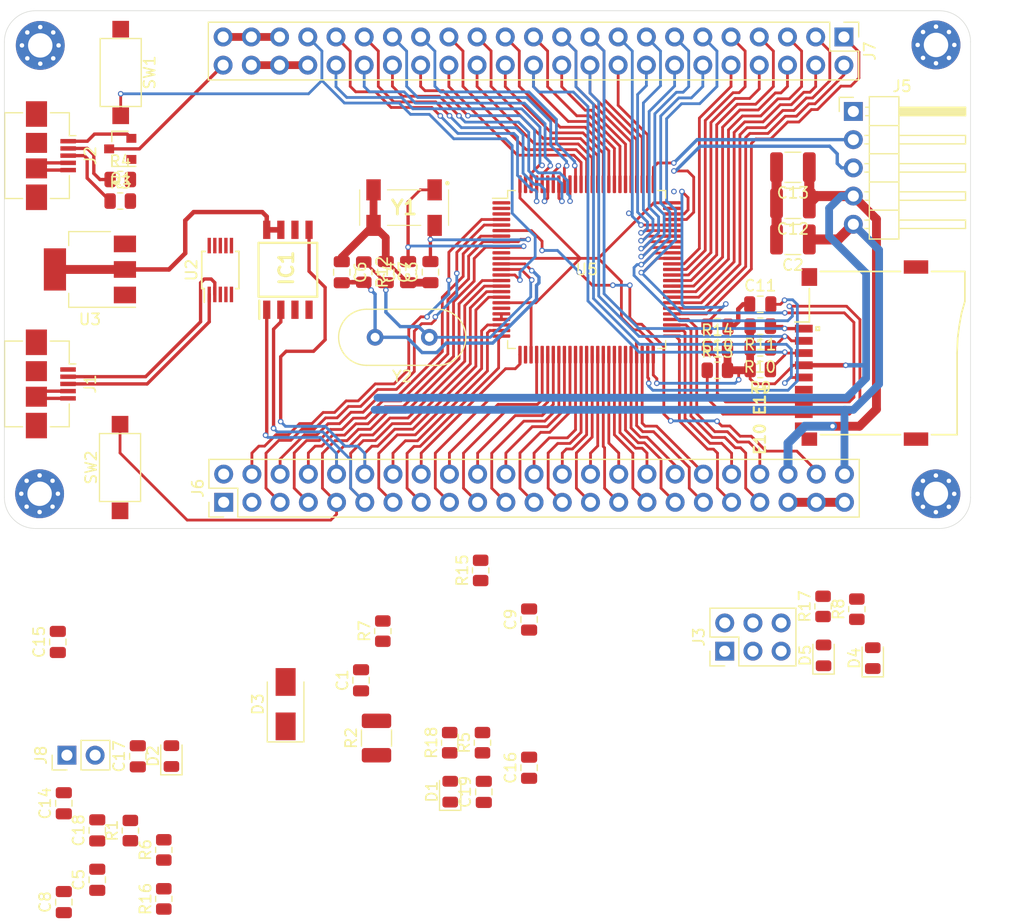
<source format=kicad_pcb>
(kicad_pcb (version 20171130) (host pcbnew "(5.1.10)-1")
  (layers (0 F.Cu signal) (31 B.Cu signal) (34 B.Paste user) (35 F.Paste user) (36 B.SilkS user) (37 F.SilkS user) (38 B.Mask user) (39 F.Mask user) (44 Edge.Cuts user))
  (net 0 "")
  (net 1 GND)
  (net 2 "Net-(C1-Pad1)")
  (net 3 +5V)
  (net 4 RTC1)
  (net 5 RTC2)
  (net 6 "Net-(C5-Pad1)")
  (net 7 HSE1)
  (net 8 HSE2)
  (net 9 VRef)
  (net 10 +3V3)
  (net 11 VCAP1)
  (net 12 VCAP2)
  (net 13 NRST)
  (net 14 "Net-(D1-Pad2)")
  (net 15 PA3-USART2_RX)
  (net 16 PA2-USART2_TX)
  (net 17 "Net-(D2-Pad2)")
  (net 18 "Net-(D4-Pad2)")
  (net 19 PC13)
  (net 20 "Net-(D5-Pad2)")
  (net 21 PC1-Flash_CS)
  (net 22 PC2-Flash_DO)
  (net 23 PC3-Flash_DI)
  (net 24 PB10-Flash_CLK)
  (net 25 "Net-(J1-Pad3)")
  (net 26 "Net-(J1-Pad2)")
  (net 27 "Net-(J1-Pad1)")
  (net 28 USB_VBUS)
  (net 29 "Net-(J2-Pad2)")
  (net 30 "Net-(J2-Pad3)")
  (net 31 "Net-(J3-Pad3)")
  (net 32 "Net-(J3-Pad4)")
  (net 33 SWCLK)
  (net 34 SWDIO)
  (net 35 VBAT)
  (net 36 PB15)
  (net 37 PB14)
  (net 38 PB13)
  (net 39 PB12)
  (net 40 PB11)
  (net 41 PE15)
  (net 42 PE14)
  (net 43 PE13)
  (net 44 PE12)
  (net 45 PE11)
  (net 46 PE10)
  (net 47 PE9)
  (net 48 PE8)
  (net 49 PE7)
  (net 50 PB2-BOOT1)
  (net 51 PB1)
  (net 52 PB0)
  (net 53 PC5)
  (net 54 PC4)
  (net 55 PA7)
  (net 56 PA6)
  (net 57 PA5)
  (net 58 PA4)
  (net 59 PA1)
  (net 60 PA0)
  (net 61 PC0)
  (net 62 PE6)
  (net 63 PE5)
  (net 64 PE4)
  (net 65 PE3)
  (net 66 PE2)
  (net 67 PD8)
  (net 68 PD9)
  (net 69 PD10)
  (net 70 PD11)
  (net 71 PD12)
  (net 72 PD13)
  (net 73 PD14)
  (net 74 PD15)
  (net 75 PC6)
  (net 76 PC7)
  (net 77 PC8-SDIO_D0)
  (net 78 PC9-SDIO_D1)
  (net 79 PA8)
  (net 80 PA9)
  (net 81 PA10)
  (net 82 PA11-USB_DM)
  (net 83 PA12-USB_DP)
  (net 84 PA15)
  (net 85 PC10-SDIO_D2)
  (net 86 PC11-SDIO_D3)
  (net 87 PC12-SDIO_CK)
  (net 88 PD0)
  (net 89 PD1)
  (net 90 PD2-SDIO_CMD)
  (net 91 PD3)
  (net 92 PD4)
  (net 93 PD5)
  (net 94 PD6)
  (net 95 PD7)
  (net 96 PB3)
  (net 97 PB4)
  (net 98 PB5)
  (net 99 PB6)
  (net 100 PB7)
  (net 101 PB8)
  (net 102 PB9)
  (net 103 PE0)
  (net 104 PE1)
  (net 105 BOOT0)
  (net 106 "Net-(U2-Pad4)")
  (net 107 "Net-(U2-Pad5)")
  (net 108 "Net-(U2-Pad6)")
  (net 109 "Net-(XS1-Pad9)")
  (module MountingHole:MountingHole_2.2mm_M2_Pad_Via (layer F.Cu) (at 103.25 56.51)
    (fp_text reference " " (at 0 -3.2) (layer F.SilkS))
    (fp_text value MountingHole_2.2mm_M2_Pad_Via)
    (pad GND thru_hole circle (at 0 0) (size 4.4 4.4) (drill 2.2) (layers *.Cu *.Mask) (net 1 GND))
    (pad 1 thru_hole circle (at 1.65 0) (size 0.7 0.7) (drill 0.4) (layers *.Cu *.Mask))
    (pad 1 thru_hole circle (at 1.166726 1.166726) (size 0.7 0.7) (drill 0.4) (layers *.Cu *.Mask))
    (pad 1 thru_hole circle (at 0 1.65) (size 0.7 0.7) (drill 0.4) (layers *.Cu *.Mask))
    (pad 1 thru_hole circle (at -1.166726 1.166726) (size 0.7 0.7) (drill 0.4) (layers *.Cu *.Mask))
    (pad 1 thru_hole circle (at -1.65 0) (size 0.7 0.7) (drill 0.4) (layers *.Cu *.Mask))
    (pad 1 thru_hole circle (at -1.166726 -1.166726) (size 0.7 0.7) (drill 0.4) (layers *.Cu *.Mask))
    (pad 1 thru_hole circle (at 0 -1.65) (size 0.7 0.7) (drill 0.4) (layers *.Cu *.Mask))
    (pad 1 thru_hole circle (at 1.166726 -1.166726) (size 0.7 0.7) (drill 0.4) (layers *.Cu *.Mask))
  )
  (module MountingHole:MountingHole_2.2mm_M2_Pad_Via (layer F.Cu) (at 103.19 96.89)
    (fp_text reference " " (at 0 -3.2) (layer F.SilkS))
    (fp_text value MountingHole_2.2mm_M2_Pad_Via)
    (pad 1 thru_hole circle (at 1.166726 -1.166726) (size 0.7 0.7) (drill 0.4) (layers *.Cu *.Mask))
    (pad 1 thru_hole circle (at 0 -1.65) (size 0.7 0.7) (drill 0.4) (layers *.Cu *.Mask))
    (pad 1 thru_hole circle (at -1.166726 -1.166726) (size 0.7 0.7) (drill 0.4) (layers *.Cu *.Mask))
    (pad 1 thru_hole circle (at -1.65 0) (size 0.7 0.7) (drill 0.4) (layers *.Cu *.Mask))
    (pad 1 thru_hole circle (at -1.166726 1.166726) (size 0.7 0.7) (drill 0.4) (layers *.Cu *.Mask))
    (pad 1 thru_hole circle (at 0 1.65) (size 0.7 0.7) (drill 0.4) (layers *.Cu *.Mask))
    (pad " 1" thru_hole circle (at 1.166726 1.166726) (size 0.7 0.7) (drill 0.4) (layers *.Cu *.Mask))
    (pad 1 thru_hole circle (at 1.65 0) (size 0.7 0.7) (drill 0.4) (layers *.Cu *.Mask))
    (pad GND thru_hole circle (at 0 0) (size 4.4 4.4) (drill 2.2) (layers *.Cu *.Mask) (net 1 GND))
  )
  (module MountingHole:MountingHole_2.2mm_M2_Pad_Via (layer F.Cu) (at 183.87 96.9)
    (fp_text reference " " (at 0 -3.2) (layer F.SilkS))
    (fp_text value MountingHole_2.2mm_M2_Pad_Via)
    (pad GND thru_hole circle (at 0 0) (size 4.4 4.4) (drill 2.2) (layers *.Cu *.Mask) (net 1 GND))
    (pad 1 thru_hole circle (at 1.65 0) (size 0.7 0.7) (drill 0.4) (layers *.Cu *.Mask))
    (pad 1 thru_hole circle (at 1.166726 1.166726) (size 0.7 0.7) (drill 0.4) (layers *.Cu *.Mask))
    (pad 1 thru_hole circle (at 0 1.65) (size 0.7 0.7) (drill 0.4) (layers *.Cu *.Mask))
    (pad 1 thru_hole circle (at -1.166726 1.166726) (size 0.7 0.7) (drill 0.4) (layers *.Cu *.Mask))
    (pad 1 thru_hole circle (at -1.65 0) (size 0.7 0.7) (drill 0.4) (layers *.Cu *.Mask))
    (pad 1 thru_hole circle (at -1.166726 -1.166726) (size 0.7 0.7) (drill 0.4) (layers *.Cu *.Mask))
    (pad 1 thru_hole circle (at 0 -1.65) (size 0.7 0.7) (drill 0.4) (layers *.Cu *.Mask))
    (pad 1 thru_hole circle (at 1.166726 -1.166726) (size 0.7 0.7) (drill 0.4) (layers *.Cu *.Mask))
  )
  (module MountingHole:MountingHole_2.2mm_M2_Pad_Via (layer F.Cu) (at 183.88 56.47)
    (fp_text reference " " (at 0 -3.2) (layer F.SilkS))
    (fp_text value MountingHole_2.2mm_M2_Pad_Via)
    (pad 1 thru_hole circle (at 1.166726 -1.166726) (size 0.7 0.7) (drill 0.4) (layers *.Cu *.Mask))
    (pad 1 thru_hole circle (at 0 -1.65) (size 0.7 0.7) (drill 0.4) (layers *.Cu *.Mask))
    (pad 1 thru_hole circle (at -1.166726 -1.166726) (size 0.7 0.7) (drill 0.4) (layers *.Cu *.Mask))
    (pad 1 thru_hole circle (at -1.65 0) (size 0.7 0.7) (drill 0.4) (layers *.Cu *.Mask))
    (pad 1 thru_hole circle (at -1.166726 1.166726) (size 0.7 0.7) (drill 0.4) (layers *.Cu *.Mask))
    (pad 1 thru_hole circle (at 0 1.65) (size 0.7 0.7) (drill 0.4) (layers *.Cu *.Mask))
    (pad 1 thru_hole circle (at 1.166726 1.166726) (size 0.7 0.7) (drill 0.4) (layers *.Cu *.Mask))
    (pad 1 thru_hole circle (at 1.65 0) (size 0.7 0.7) (drill 0.4) (layers *.Cu *.Mask))
    (pad GND thru_hole circle (at 0 0) (size 4.4 4.4) (drill 2.2) (layers *.Cu *.Mask) (net 1 GND))
  )
  (module Resistor_SMD:R_0805_2012Metric (layer F.Cu) (at 164.2 83.82)
    (fp_text reference R14 (at 0 -1.65) (layer F.SilkS))
    (fp_text value 15K)
    (pad 2 smd roundrect (at 0.9125 0) (size 1.025 1.4) (layers F.Cu F.Paste F.Mask) (roundrect_rratio 0.243902) (net 10 +3V3))
    (pad 1 smd roundrect (at -0.9125 0) (size 1.025 1.4) (layers F.Cu F.Paste F.Mask) (roundrect_rratio 0.243902) (net 77 PC8-SDIO_D0))
  )
  (module Capacitor_SMD:C_0805_2012Metric (layer F.Cu) (at 132.125001 113.692999 90)
    (fp_text reference C1 (at 0 -1.68 90) (layer F.SilkS))
    (fp_text value 100nF)
    (pad 2 smd roundrect (at 0.95 0 90) (size 1 1.45) (layers F.Cu F.Paste F.Mask) (net 1 GND))
    (pad 1 smd roundrect (at -0.95 0 90) (size 1 1.45) (layers F.Cu F.Paste F.Mask) (net 2 "Net-(C1-Pad1)"))
  )
  (module Capacitor_SMD:C_1210_3225Metric (layer F.Cu) (at 171 73.99 180)
    (fp_text reference C2 (at 0 -2.3) (layer F.SilkS))
    (fp_text value 100uF)
    (pad 2 smd roundrect (at 1.475 0 180) (size 1.15 2.7) (layers F.Cu F.Paste F.Mask) (roundrect_rratio 0.217391) (net 1 GND))
    (pad 1 smd roundrect (at -1.475 0 180) (size 1.15 2.7) (layers F.Cu F.Paste F.Mask) (roundrect_rratio 0.217391) (net 3 +5V))
  )
  (module Capacitor_SMD:C_0805_2012Metric (layer F.Cu) (at 138.37 76.93 90)
    (fp_text reference C3 (at 0 -1.68 90) (layer F.SilkS))
    (fp_text value 22pF)
    (pad 2 smd roundrect (at 0.95 0 90) (size 1 1.45) (layers F.Cu F.Paste F.Mask) (net 4 RTC1))
    (pad 1 smd roundrect (at -0.95 0 90) (size 1 1.45) (layers F.Cu F.Paste F.Mask) (net 1 GND))
  )
  (module Capacitor_SMD:C_0805_2012Metric (layer F.Cu) (at 136.36 76.93 90)
    (fp_text reference C4 (at 0 -1.68 90) (layer F.SilkS))
    (fp_text value 22pF)
    (pad 1 smd roundrect (at -0.95 0 90) (size 1 1.45) (layers F.Cu F.Paste F.Mask) (net 1 GND))
    (pad 2 smd roundrect (at 0.95 0 90) (size 1 1.45) (layers F.Cu F.Paste F.Mask) (net 5 RTC2))
  )
  (module Capacitor_SMD:C_0805_2012Metric (layer F.Cu) (at 108.379001 131.658999 90)
    (fp_text reference C5 (at 0 -1.68 90) (layer F.SilkS))
    (fp_text value 100nF)
    (pad 1 smd roundrect (at -0.95 0 90) (size 1 1.45) (layers F.Cu F.Paste F.Mask) (net 6 "Net-(C5-Pad1)"))
    (pad 2 smd roundrect (at 0.95 0 90) (size 1 1.45) (layers F.Cu F.Paste F.Mask) (net 1 GND))
  )
  (module Capacitor_SMD:C_0805_2012Metric (layer F.Cu) (at 130.39 76.94 270)
    (fp_text reference C6 (at 0 -1.68 90) (layer F.SilkS))
    (fp_text value 22pF)
    (pad 2 smd roundrect (at 0.95 0 270) (size 1 1.45) (layers F.Cu F.Paste F.Mask) (net 7 HSE1))
    (pad 1 smd roundrect (at -0.95 0 270) (size 1 1.45) (layers F.Cu F.Paste F.Mask) (net 1 GND))
  )
  (module Capacitor_SMD:C_0805_2012Metric (layer F.Cu) (at 134.35 76.93 270)
    (fp_text reference C7 (at 0 -1.68 90) (layer F.SilkS))
    (fp_text value 22pF)
    (pad 1 smd roundrect (at -0.95 0 270) (size 1 1.45) (layers F.Cu F.Paste F.Mask) (net 1 GND))
    (pad 2 smd roundrect (at 0.95 0 270) (size 1 1.45) (layers F.Cu F.Paste F.Mask) (net 8 HSE2))
  )
  (module Capacitor_SMD:C_0805_2012Metric (layer F.Cu) (at 105.369001 133.668999 90)
    (fp_text reference C8 (at 0 -1.68 90) (layer F.SilkS))
    (fp_text value 1uF)
    (pad 1 smd roundrect (at -0.95 0 90) (size 1 1.45) (layers F.Cu F.Paste F.Mask) (net 9 VRef))
    (pad 2 smd roundrect (at 0.95 0 90) (size 1 1.45) (layers F.Cu F.Paste F.Mask) (net 1 GND))
  )
  (module Capacitor_SMD:C_0805_2012Metric (layer F.Cu) (at 147.253001 108.217999 90)
    (fp_text reference C9 (at 0 -1.68 90) (layer F.SilkS))
    (fp_text value 100nF)
    (pad 2 smd roundrect (at 0.95 0 90) (size 1 1.45) (layers F.Cu F.Paste F.Mask) (net 1 GND))
    (pad 1 smd roundrect (at -0.95 0 90) (size 1 1.45) (layers F.Cu F.Paste F.Mask) (net 10 +3V3))
  )
  (module Capacitor_SMD:C_0805_2012Metric (layer F.Cu) (at 164.2 81.84 180)
    (fp_text reference C10 (at 0 -1.68) (layer F.SilkS))
    (fp_text value 1uF)
    (pad 2 smd roundrect (at 0.95 0 180) (size 1 1.45) (layers F.Cu F.Paste F.Mask) (net 11 VCAP1))
    (pad 1 smd roundrect (at -0.95 0 180) (size 1 1.45) (layers F.Cu F.Paste F.Mask) (net 1 GND))
  )
  (module Capacitor_SMD:C_0805_2012Metric (layer F.Cu) (at 168.06 79.83)
    (fp_text reference C11 (at 0 -1.68) (layer F.SilkS))
    (fp_text value 1uF)
    (pad 2 smd roundrect (at 0.95 0) (size 1 1.45) (layers F.Cu F.Paste F.Mask) (net 12 VCAP2))
    (pad 1 smd roundrect (at -0.95 0) (size 1 1.45) (layers F.Cu F.Paste F.Mask) (net 1 GND))
  )
  (module Capacitor_SMD:C_1210_3225Metric (layer F.Cu) (at 171 70.74 180)
    (fp_text reference C12 (at 0 -2.3) (layer F.SilkS))
    (fp_text value 100uF)
    (pad 1 smd roundrect (at -1.475 0 180) (size 1.15 2.7) (layers F.Cu F.Paste F.Mask) (roundrect_rratio 0.217391) (net 10 +3V3))
    (pad 2 smd roundrect (at 1.475 0 180) (size 1.15 2.7) (layers F.Cu F.Paste F.Mask) (roundrect_rratio 0.217391) (net 1 GND))
  )
  (module Capacitor_SMD:C_1210_3225Metric (layer F.Cu) (at 171 67.49 180)
    (fp_text reference C13 (at 0 -2.3) (layer F.SilkS))
    (fp_text value 100uF)
    (pad 1 smd roundrect (at -1.475 0 180) (size 1.15 2.7) (layers F.Cu F.Paste F.Mask) (roundrect_rratio 0.217391) (net 10 +3V3))
    (pad 2 smd roundrect (at 1.475 0 180) (size 1.15 2.7) (layers F.Cu F.Paste F.Mask) (roundrect_rratio 0.217391) (net 1 GND))
  )
  (module Capacitor_SMD:C_0805_2012Metric (layer F.Cu) (at 105.369001 124.768999 90)
    (fp_text reference C14 (at 0 -1.68 90) (layer F.SilkS))
    (fp_text value 100nF)
    (pad 1 smd roundrect (at -0.95 0 90) (size 1 1.45) (layers F.Cu F.Paste F.Mask) (net 10 +3V3))
    (pad 2 smd roundrect (at 0.95 0 90) (size 1 1.45) (layers F.Cu F.Paste F.Mask) (net 1 GND))
  )
  (module Capacitor_SMD:C_0805_2012Metric (layer F.Cu) (at 104.829001 110.238999 90)
    (fp_text reference C15 (at 0 -1.68 90) (layer F.SilkS))
    (fp_text value 100nF)
    (pad 2 smd roundrect (at 0.95 0 90) (size 1 1.45) (layers F.Cu F.Paste F.Mask) (net 1 GND))
    (pad 1 smd roundrect (at -0.95 0 90) (size 1 1.45) (layers F.Cu F.Paste F.Mask) (net 10 +3V3))
  )
  (module Capacitor_SMD:C_0805_2012Metric (layer F.Cu) (at 147.253001 121.567999 90)
    (fp_text reference C16 (at 0 -1.68 90) (layer F.SilkS))
    (fp_text value 100uF)
    (pad 1 smd roundrect (at -0.95 0 90) (size 1 1.45) (layers F.Cu F.Paste F.Mask) (net 10 +3V3))
    (pad 2 smd roundrect (at 0.95 0 90) (size 1 1.45) (layers F.Cu F.Paste F.Mask) (net 1 GND))
  )
  (module Capacitor_SMD:C_0805_2012Metric (layer F.Cu) (at 112.029001 120.538999 90)
    (fp_text reference C17 (at 0 -1.68 90) (layer F.SilkS))
    (fp_text value 100nF)
    (pad 1 smd roundrect (at -0.95 0 90) (size 1 1.45) (layers F.Cu F.Paste F.Mask) (net 10 +3V3))
    (pad 2 smd roundrect (at 0.95 0 90) (size 1 1.45) (layers F.Cu F.Paste F.Mask) (net 1 GND))
  )
  (module Capacitor_SMD:C_0805_2012Metric (layer F.Cu) (at 108.379001 127.208999 90)
    (fp_text reference C18 (at 0 -1.68 90) (layer F.SilkS))
    (fp_text value 100nF)
    (pad 2 smd roundrect (at 0.95 0 90) (size 1 1.45) (layers F.Cu F.Paste F.Mask) (net 1 GND))
    (pad 1 smd roundrect (at -0.95 0 90) (size 1 1.45) (layers F.Cu F.Paste F.Mask) (net 10 +3V3))
  )
  (module Capacitor_SMD:C_0805_2012Metric (layer F.Cu) (at 143.175001 123.742999 90)
    (fp_text reference C19 (at 0 -1.68 90) (layer F.SilkS))
    (fp_text value 100nF)
    (pad 1 smd roundrect (at -0.95 0 90) (size 1 1.45) (layers F.Cu F.Paste F.Mask) (net 13 NRST))
    (pad 2 smd roundrect (at 0.95 0 90) (size 1 1.45) (layers F.Cu F.Paste F.Mask) (net 1 GND))
  )
  (module LED_SMD:LED_0805_2012Metric (layer F.Cu) (at 140.150001 123.722999 90)
    (fp_text reference D1 (at 0 -1.65 90) (layer F.SilkS))
    (fp_text value LED)
    (pad 2 smd roundrect (at 0.9375 0 90) (size 0.975 1.4) (layers F.Cu F.Paste F.Mask) (net 14 "Net-(D1-Pad2)"))
    (pad 1 smd roundrect (at -0.9375 0 90) (size 0.975 1.4) (layers F.Cu F.Paste F.Mask) (net 15 PA3-USART2_RX))
  )
  (module LED_SMD:LED_0805_2012Metric (layer F.Cu) (at 115.054001 120.518999 90)
    (fp_text reference D2 (at 0 -1.65 90) (layer F.SilkS))
    (fp_text value LED)
    (pad 1 smd roundrect (at -0.9375 0 90) (size 0.975 1.4) (layers F.Cu F.Paste F.Mask) (net 16 PA2-USART2_TX))
    (pad 2 smd roundrect (at 0.9375 0 90) (size 0.975 1.4) (layers F.Cu F.Paste F.Mask) (net 17 "Net-(D2-Pad2)"))
  )
  (module Diode_SMD:D_SMA (layer F.Cu) (at 125.335001 115.842999 90)
    (fp_text reference D3 (at 0 -2.5 90) (layer F.SilkS))
    (fp_text value US2AA)
    (pad 1 smd rect (at -2 0 90) (size 2.5 1.8) (layers F.Cu F.Paste F.Mask) (net 6 "Net-(C5-Pad1)"))
    (pad 2 smd rect (at 2 0 90) (size 2.5 1.8) (layers F.Cu F.Paste F.Mask) (net 3 +5V))
  )
  (module LED_SMD:LED_0805_2012Metric (layer F.Cu) (at 178.188001 111.697999 90)
    (fp_text reference D4 (at 0 -1.65 90) (layer F.SilkS))
    (fp_text value LED)
    (pad 2 smd roundrect (at 0.9375 0 90) (size 0.975 1.4) (layers F.Cu F.Paste F.Mask) (net 18 "Net-(D4-Pad2)"))
    (pad 1 smd roundrect (at -0.9375 0 90) (size 0.975 1.4) (layers F.Cu F.Paste F.Mask) (net 10 +3V3))
  )
  (module LED_SMD:LED_0805_2012Metric (layer F.Cu) (at 173.758001 111.447999 90)
    (fp_text reference D5 (at 0 -1.65 90) (layer F.SilkS))
    (fp_text value LED)
    (pad 1 smd roundrect (at -0.9375 0 90) (size 0.975 1.4) (layers F.Cu F.Paste F.Mask) (net 19 PC13))
    (pad 2 smd roundrect (at 0.9375 0 90) (size 0.975 1.4) (layers F.Cu F.Paste F.Mask) (net 20 "Net-(D5-Pad2)"))
  )
  (module W25Q128:SOIC127P790X216-8N (layer F.Cu) (at 125.54 76.72 90)
    (fp_text reference IC1 (at 0.162999 -0.133001 90) (layer F.SilkS) (effects (font (size 1.27 1.27) (thickness 0.254))))
    (fp_text value W25Q128JWSIQ hide)
    (pad 1 smd rect (at -3.6 -1.905 180) (size 0.65 1.65) (layers F.Cu F.Paste F.Mask) (net 21 PC1-Flash_CS))
    (pad 2 smd rect (at -3.6 -0.635 180) (size 0.65 1.65) (layers F.Cu F.Paste F.Mask) (net 22 PC2-Flash_DO))
    (pad 3 smd rect (at -3.6 0.635 180) (size 0.65 1.65) (layers F.Cu F.Paste F.Mask) (net 10 +3V3))
    (pad 4 smd rect (at -3.6 1.905 180) (size 0.65 1.65) (layers F.Cu F.Paste F.Mask) (net 1 GND))
    (pad 5 smd rect (at 3.6 1.905 180) (size 0.65 1.65) (layers F.Cu F.Paste F.Mask) (net 23 PC3-Flash_DI))
    (pad 6 smd rect (at 3.6 0.635 180) (size 0.65 1.65) (layers F.Cu F.Paste F.Mask) (net 24 PB10-Flash_CLK))
    (pad 7 smd rect (at 3.6 -0.635 180) (size 0.65 1.65) (layers F.Cu F.Paste F.Mask) (net 10 +3V3))
    (pad 8 smd rect (at 3.6 -1.905 180) (size 0.65 1.65) (layers F.Cu F.Paste F.Mask) (net 10 +3V3))
  )
  (module Connector_USB:USB_Micro-B_Amphenol_10104110_Horizontal (layer F.Cu) (at 104.2 87 270)
    (fp_text reference J1 (at 0 -3.55 90) (layer F.SilkS))
    (fp_text value USB_B_Micro)
    (pad 6 smd rect (at 1.15 1.3 270) (size 1.8 1.9) (layers F.Cu F.Paste F.Mask) (net 1 GND))
    (pad 6 smd rect (at -1.15 1.3 270) (size 1.8 1.9) (layers F.Cu F.Paste F.Mask) (net 1 GND))
    (pad 6 smd rect (at 3.75 1.3 270) (size 2.3 1.9) (layers F.Cu F.Paste F.Mask) (net 1 GND))
    (pad 6 smd rect (at -3.75 1.3 270) (size 2.3 1.9) (layers F.Cu F.Paste F.Mask) (net 1 GND))
    (pad 5 smd rect (at 1.3 -1.55 270) (size 0.4 1.4) (layers F.Cu F.Paste F.Mask) (net 1 GND))
    (pad 4 smd rect (at 0.65 -1.55 270) (size 0.4 1.4) (layers F.Cu F.Paste F.Mask) (net 1 GND))
    (pad 3 smd rect (at 0 -1.55 270) (size 0.4 1.4) (layers F.Cu F.Paste F.Mask) (net 25 "Net-(J1-Pad3)"))
    (pad 2 smd rect (at -0.65 -1.55 270) (size 0.4 1.4) (layers F.Cu F.Paste F.Mask) (net 26 "Net-(J1-Pad2)"))
    (pad 1 smd rect (at -1.3 -1.55 270) (size 0.4 1.4) (layers F.Cu F.Paste F.Mask) (net 27 "Net-(J1-Pad1)"))
  )
  (module Connector_USB:USB_Micro-B_Amphenol_10104110_Horizontal (layer F.Cu) (at 104.21 66.44 270)
    (fp_text reference J2 (at 0 -3.55 90) (layer F.SilkS))
    (fp_text value USB_B_Micro)
    (pad 1 smd rect (at -1.3 -1.55 270) (size 0.4 1.4) (layers F.Cu F.Paste F.Mask) (net 28 USB_VBUS))
    (pad 2 smd rect (at -0.65 -1.55 270) (size 0.4 1.4) (layers F.Cu F.Paste F.Mask) (net 29 "Net-(J2-Pad2)"))
    (pad 3 smd rect (at 0 -1.55 270) (size 0.4 1.4) (layers F.Cu F.Paste F.Mask) (net 30 "Net-(J2-Pad3)"))
    (pad 4 smd rect (at 0.65 -1.55 270) (size 0.4 1.4) (layers F.Cu F.Paste F.Mask) (net 1 GND))
    (pad 5 smd rect (at 1.3 -1.55 270) (size 0.4 1.4) (layers F.Cu F.Paste F.Mask) (net 1 GND))
    (pad 6 smd rect (at -3.75 1.3 270) (size 2.3 1.9) (layers F.Cu F.Paste F.Mask) (net 1 GND))
    (pad 6 smd rect (at 3.75 1.3 270) (size 2.3 1.9) (layers F.Cu F.Paste F.Mask) (net 1 GND))
    (pad 6 smd rect (at -1.15 1.3 270) (size 1.8 1.9) (layers F.Cu F.Paste F.Mask) (net 1 GND))
    (pad 6 smd rect (at 1.15 1.3 270) (size 1.8 1.9) (layers F.Cu F.Paste F.Mask) (net 1 GND))
  )
  (module Connector_PinHeader_2.54mm:PinHeader_2x03_P2.54mm_Vertical (layer F.Cu) (at 164.863001 111.067999 90)
    (fp_text reference J3 (at 1.27 -2.33 90) (layer F.SilkS))
    (fp_text value BOOT)
    (pad 1 thru_hole rect (at 0 0 90) (size 1.7 1.7) (drill 1) (layers *.Cu *.Mask) (net 10 +3V3))
    (pad 2 thru_hole oval (at 2.54 0 90) (size 1.7 1.7) (drill 1) (layers *.Cu *.Mask) (net 10 +3V3))
    (pad 3 thru_hole oval (at 0 2.54 90) (size 1.7 1.7) (drill 1) (layers *.Cu *.Mask) (net 31 "Net-(J3-Pad3)"))
    (pad 4 thru_hole oval (at 2.54 2.54 90) (size 1.7 1.7) (drill 1) (layers *.Cu *.Mask) (net 32 "Net-(J3-Pad4)"))
    (pad 5 thru_hole oval (at 0 5.08 90) (size 1.7 1.7) (drill 1) (layers *.Cu *.Mask) (net 1 GND))
    (pad 6 thru_hole oval (at 2.54 5.08 90) (size 1.7 1.7) (drill 1) (layers *.Cu *.Mask) (net 1 GND))
  )
  (module Connector_PinHeader_2.54mm:PinHeader_1x05_P2.54mm_Horizontal (layer F.Cu) (at 176.44 62.46)
    (fp_text reference J5 (at 4.385 -2.27) (layer F.SilkS))
    (fp_text value "SWD Programmer")
    (pad 1 thru_hole rect (at 0 0) (size 1.7 1.7) (drill 1) (layers *.Cu *.Mask) (net 1 GND))
    (pad 2 thru_hole oval (at 0 2.54) (size 1.7 1.7) (drill 1) (layers *.Cu *.Mask) (net 33 SWCLK))
    (pad 3 thru_hole oval (at 0 5.08) (size 1.7 1.7) (drill 1) (layers *.Cu *.Mask) (net 34 SWDIO))
    (pad 4 thru_hole oval (at 0 7.62) (size 1.7 1.7) (drill 1) (layers *.Cu *.Mask) (net 10 +3V3))
    (pad 5 thru_hole oval (at 0 10.16) (size 1.7 1.7) (drill 1) (layers *.Cu *.Mask) (net 3 +5V))
  )
  (module Connector_PinHeader_2.54mm:PinHeader_2x23_P2.54mm_Vertical (layer F.Cu) (at 119.761 97.663 90)
    (fp_text reference J6 (at 1.27 -2.33 90) (layer F.SilkS))
    (fp_text value Conn_02x23_Odd_Even)
    (pad 46 thru_hole oval (at 2.54 55.88 90) (size 1.7 1.7) (drill 1) (layers *.Cu *.Mask) (net 3 +5V))
    (pad 45 thru_hole oval (at 0 55.88 90) (size 1.7 1.7) (drill 1) (layers *.Cu *.Mask) (net 1 GND))
    (pad 44 thru_hole oval (at 2.54 53.34 90) (size 1.7 1.7) (drill 1) (layers *.Cu *.Mask) (net 35 VBAT))
    (pad 43 thru_hole oval (at 0 53.34 90) (size 1.7 1.7) (drill 1) (layers *.Cu *.Mask) (net 1 GND))
    (pad 42 thru_hole oval (at 2.54 50.8 90) (size 1.7 1.7) (drill 1) (layers *.Cu *.Mask) (net 10 +3V3))
    (pad 41 thru_hole oval (at 0 50.8 90) (size 1.7 1.7) (drill 1) (layers *.Cu *.Mask) (net 1 GND))
    (pad 40 thru_hole oval (at 2.54 48.26 90) (size 1.7 1.7) (drill 1) (layers *.Cu *.Mask) (net 36 PB15))
    (pad 39 thru_hole oval (at 0 48.26 90) (size 1.7 1.7) (drill 1) (layers *.Cu *.Mask) (net 37 PB14))
    (pad 38 thru_hole oval (at 2.54 45.72 90) (size 1.7 1.7) (drill 1) (layers *.Cu *.Mask) (net 38 PB13))
    (pad 37 thru_hole oval (at 0 45.72 90) (size 1.7 1.7) (drill 1) (layers *.Cu *.Mask) (net 39 PB12))
    (pad 36 thru_hole oval (at 2.54 43.18 90) (size 1.7 1.7) (drill 1) (layers *.Cu *.Mask) (net 40 PB11))
    (pad 35 thru_hole oval (at 0 43.18 90) (size 1.7 1.7) (drill 1) (layers *.Cu *.Mask) (net 24 PB10-Flash_CLK))
    (pad 34 thru_hole oval (at 2.54 40.64 90) (size 1.7 1.7) (drill 1) (layers *.Cu *.Mask) (net 41 PE15))
    (pad 33 thru_hole oval (at 0 40.64 90) (size 1.7 1.7) (drill 1) (layers *.Cu *.Mask) (net 42 PE14))
    (pad 32 thru_hole oval (at 2.54 38.1 90) (size 1.7 1.7) (drill 1) (layers *.Cu *.Mask) (net 43 PE13))
    (pad 31 thru_hole oval (at 0 38.1 90) (size 1.7 1.7) (drill 1) (layers *.Cu *.Mask) (net 44 PE12))
    (pad 30 thru_hole oval (at 2.54 35.56 90) (size 1.7 1.7) (drill 1) (layers *.Cu *.Mask) (net 45 PE11))
    (pad 29 thru_hole oval (at 0 35.56 90) (size 1.7 1.7) (drill 1) (layers *.Cu *.Mask) (net 46 PE10))
    (pad 28 thru_hole oval (at 2.54 33.02 90) (size 1.7 1.7) (drill 1) (layers *.Cu *.Mask) (net 47 PE9))
    (pad 27 thru_hole oval (at 0 33.02 90) (size 1.7 1.7) (drill 1) (layers *.Cu *.Mask) (net 48 PE8))
    (pad 26 thru_hole oval (at 2.54 30.48 90) (size 1.7 1.7) (drill 1) (layers *.Cu *.Mask) (net 49 PE7))
    (pad 25 thru_hole oval (at 0 30.48 90) (size 1.7 1.7) (drill 1) (layers *.Cu *.Mask) (net 50 PB2-BOOT1))
    (pad 24 thru_hole oval (at 2.54 27.94 90) (size 1.7 1.7) (drill 1) (layers *.Cu *.Mask) (net 51 PB1))
    (pad 23 thru_hole oval (at 0 27.94 90) (size 1.7 1.7) (drill 1) (layers *.Cu *.Mask) (net 52 PB0))
    (pad 22 thru_hole oval (at 2.54 25.4 90) (size 1.7 1.7) (drill 1) (layers *.Cu *.Mask) (net 53 PC5))
    (pad 21 thru_hole oval (at 0 25.4 90) (size 1.7 1.7) (drill 1) (layers *.Cu *.Mask) (net 54 PC4))
    (pad 20 thru_hole oval (at 2.54 22.86 90) (size 1.7 1.7) (drill 1) (layers *.Cu *.Mask) (net 55 PA7))
    (pad 19 thru_hole oval (at 0 22.86 90) (size 1.7 1.7) (drill 1) (layers *.Cu *.Mask) (net 56 PA6))
    (pad 18 thru_hole oval (at 2.54 20.32 90) (size 1.7 1.7) (drill 1) (layers *.Cu *.Mask) (net 57 PA5))
    (pad 17 thru_hole oval (at 0 20.32 90) (size 1.7 1.7) (drill 1) (layers *.Cu *.Mask) (net 58 PA4))
    (pad 16 thru_hole oval (at 2.54 17.78 90) (size 1.7 1.7) (drill 1) (layers *.Cu *.Mask) (net 15 PA3-USART2_RX))
    (pad 15 thru_hole oval (at 0 17.78 90) (size 1.7 1.7) (drill 1) (layers *.Cu *.Mask) (net 16 PA2-USART2_TX))
    (pad 14 thru_hole oval (at 2.54 15.24 90) (size 1.7 1.7) (drill 1) (layers *.Cu *.Mask) (net 59 PA1))
    (pad 13 thru_hole oval (at 0 15.24 90) (size 1.7 1.7) (drill 1) (layers *.Cu *.Mask) (net 60 PA0))
    (pad 12 thru_hole oval (at 2.54 12.7 90) (size 1.7 1.7) (drill 1) (layers *.Cu *.Mask) (net 23 PC3-Flash_DI))
    (pad 11 thru_hole oval (at 0 12.7 90) (size 1.7 1.7) (drill 1) (layers *.Cu *.Mask) (net 22 PC2-Flash_DO))
    (pad 10 thru_hole oval (at 2.54 10.16 90) (size 1.7 1.7) (drill 1) (layers *.Cu *.Mask) (net 21 PC1-Flash_CS))
    (pad 9 thru_hole oval (at 0 10.16 90) (size 1.7 1.7) (drill 1) (layers *.Cu *.Mask) (net 61 PC0))
    (pad 8 thru_hole oval (at 2.54 7.62 90) (size 1.7 1.7) (drill 1) (layers *.Cu *.Mask) (net 5 RTC2))
    (pad 7 thru_hole oval (at 0 7.62 90) (size 1.7 1.7) (drill 1) (layers *.Cu *.Mask) (net 4 RTC1))
    (pad 6 thru_hole oval (at 2.54 5.08 90) (size 1.7 1.7) (drill 1) (layers *.Cu *.Mask) (net 19 PC13))
    (pad 5 thru_hole oval (at 0 5.08 90) (size 1.7 1.7) (drill 1) (layers *.Cu *.Mask) (net 62 PE6))
    (pad 4 thru_hole oval (at 2.54 2.54 90) (size 1.7 1.7) (drill 1) (layers *.Cu *.Mask) (net 63 PE5))
    (pad 3 thru_hole oval (at 0 2.54 90) (size 1.7 1.7) (drill 1) (layers *.Cu *.Mask) (net 64 PE4))
    (pad 2 thru_hole oval (at 2.54 0 90) (size 1.7 1.7) (drill 1) (layers *.Cu *.Mask) (net 65 PE3))
    (pad 1 thru_hole rect (at 0 0 90) (size 1.7 1.7) (drill 1) (layers *.Cu *.Mask) (net 66 PE2))
  )
  (module Connector_PinHeader_2.54mm:PinHeader_2x23_P2.54mm_Vertical (layer F.Cu) (at 175.59 55.75 270)
    (fp_text reference J7 (at 1.27 -2.33 90) (layer F.SilkS))
    (fp_text value Conn_02x23_Odd_Even)
    (pad 1 thru_hole rect (at 0 0 270) (size 1.7 1.7) (drill 1) (layers *.Cu *.Mask) (net 67 PD8))
    (pad 2 thru_hole oval (at 2.54 0 270) (size 1.7 1.7) (drill 1) (layers *.Cu *.Mask) (net 68 PD9))
    (pad 3 thru_hole oval (at 0 2.54 270) (size 1.7 1.7) (drill 1) (layers *.Cu *.Mask) (net 69 PD10))
    (pad 4 thru_hole oval (at 2.54 2.54 270) (size 1.7 1.7) (drill 1) (layers *.Cu *.Mask) (net 70 PD11))
    (pad 5 thru_hole oval (at 0 5.08 270) (size 1.7 1.7) (drill 1) (layers *.Cu *.Mask) (net 71 PD12))
    (pad 6 thru_hole oval (at 2.54 5.08 270) (size 1.7 1.7) (drill 1) (layers *.Cu *.Mask) (net 72 PD13))
    (pad 7 thru_hole oval (at 0 7.62 270) (size 1.7 1.7) (drill 1) (layers *.Cu *.Mask) (net 73 PD14))
    (pad 8 thru_hole oval (at 2.54 7.62 270) (size 1.7 1.7) (drill 1) (layers *.Cu *.Mask) (net 74 PD15))
    (pad 9 thru_hole oval (at 0 10.16 270) (size 1.7 1.7) (drill 1) (layers *.Cu *.Mask) (net 75 PC6))
    (pad 10 thru_hole oval (at 2.54 10.16 270) (size 1.7 1.7) (drill 1) (layers *.Cu *.Mask) (net 76 PC7))
    (pad 11 thru_hole oval (at 0 12.7 270) (size 1.7 1.7) (drill 1) (layers *.Cu *.Mask) (net 77 PC8-SDIO_D0))
    (pad 12 thru_hole oval (at 2.54 12.7 270) (size 1.7 1.7) (drill 1) (layers *.Cu *.Mask) (net 78 PC9-SDIO_D1))
    (pad 13 thru_hole oval (at 0 15.24 270) (size 1.7 1.7) (drill 1) (layers *.Cu *.Mask) (net 79 PA8))
    (pad 14 thru_hole oval (at 2.54 15.24 270) (size 1.7 1.7) (drill 1) (layers *.Cu *.Mask) (net 80 PA9))
    (pad 15 thru_hole oval (at 0 17.78 270) (size 1.7 1.7) (drill 1) (layers *.Cu *.Mask) (net 81 PA10))
    (pad 16 thru_hole oval (at 2.54 17.78 270) (size 1.7 1.7) (drill 1) (layers *.Cu *.Mask) (net 82 PA11-USB_DM))
    (pad 17 thru_hole oval (at 0 20.32 270) (size 1.7 1.7) (drill 1) (layers *.Cu *.Mask) (net 83 PA12-USB_DP))
    (pad 18 thru_hole oval (at 2.54 20.32 270) (size 1.7 1.7) (drill 1) (layers *.Cu *.Mask) (net 84 PA15))
    (pad 19 thru_hole oval (at 0 22.86 270) (size 1.7 1.7) (drill 1) (layers *.Cu *.Mask) (net 85 PC10-SDIO_D2))
    (pad 20 thru_hole oval (at 2.54 22.86 270) (size 1.7 1.7) (drill 1) (layers *.Cu *.Mask) (net 86 PC11-SDIO_D3))
    (pad 21 thru_hole oval (at 0 25.4 270) (size 1.7 1.7) (drill 1) (layers *.Cu *.Mask) (net 87 PC12-SDIO_CK))
    (pad 22 thru_hole oval (at 2.54 25.4 270) (size 1.7 1.7) (drill 1) (layers *.Cu *.Mask) (net 88 PD0))
    (pad 23 thru_hole oval (at 0 27.94 270) (size 1.7 1.7) (drill 1) (layers *.Cu *.Mask) (net 89 PD1))
    (pad 24 thru_hole oval (at 2.54 27.94 270) (size 1.7 1.7) (drill 1) (layers *.Cu *.Mask) (net 90 PD2-SDIO_CMD))
    (pad 25 thru_hole oval (at 0 30.48 270) (size 1.7 1.7) (drill 1) (layers *.Cu *.Mask) (net 91 PD3))
    (pad 26 thru_hole oval (at 2.54 30.48 270) (size 1.7 1.7) (drill 1) (layers *.Cu *.Mask) (net 92 PD4))
    (pad 27 thru_hole oval (at 0 33.02 270) (size 1.7 1.7) (drill 1) (layers *.Cu *.Mask) (net 93 PD5))
    (pad 28 thru_hole oval (at 2.54 33.02 270) (size 1.7 1.7) (drill 1) (layers *.Cu *.Mask) (net 94 PD6))
    (pad 29 thru_hole oval (at 0 35.56 270) (size 1.7 1.7) (drill 1) (layers *.Cu *.Mask) (net 95 PD7))
    (pad 30 thru_hole oval (at 2.54 35.56 270) (size 1.7 1.7) (drill 1) (layers *.Cu *.Mask) (net 96 PB3))
    (pad 31 thru_hole oval (at 0 38.1 270) (size 1.7 1.7) (drill 1) (layers *.Cu *.Mask) (net 97 PB4))
    (pad 32 thru_hole oval (at 2.54 38.1 270) (size 1.7 1.7) (drill 1) (layers *.Cu *.Mask) (net 98 PB5))
    (pad 33 thru_hole oval (at 0 40.64 270) (size 1.7 1.7) (drill 1) (layers *.Cu *.Mask) (net 99 PB6))
    (pad 34 thru_hole oval (at 2.54 40.64 270) (size 1.7 1.7) (drill 1) (layers *.Cu *.Mask) (net 100 PB7))
    (pad 35 thru_hole oval (at 0 43.18 270) (size 1.7 1.7) (drill 1) (layers *.Cu *.Mask) (net 101 PB8))
    (pad 36 thru_hole oval (at 2.54 43.18 270) (size 1.7 1.7) (drill 1) (layers *.Cu *.Mask) (net 102 PB9))
    (pad 37 thru_hole oval (at 0 45.72 270) (size 1.7 1.7) (drill 1) (layers *.Cu *.Mask) (net 103 PE0))
    (pad 38 thru_hole oval (at 2.54 45.72 270) (size 1.7 1.7) (drill 1) (layers *.Cu *.Mask) (net 104 PE1))
    (pad 39 thru_hole oval (at 0 48.26 270) (size 1.7 1.7) (drill 1) (layers *.Cu *.Mask) (net 13 NRST))
    (pad 40 thru_hole oval (at 2.54 48.26 270) (size 1.7 1.7) (drill 1) (layers *.Cu *.Mask) (net 10 +3V3))
    (pad 41 thru_hole oval (at 0 50.8 270) (size 1.7 1.7) (drill 1) (layers *.Cu *.Mask) (net 1 GND))
    (pad 42 thru_hole oval (at 2.54 50.8 270) (size 1.7 1.7) (drill 1) (layers *.Cu *.Mask) (net 10 +3V3))
    (pad 43 thru_hole oval (at 0 53.34 270) (size 1.7 1.7) (drill 1) (layers *.Cu *.Mask) (net 1 GND))
    (pad 44 thru_hole oval (at 2.54 53.34 270) (size 1.7 1.7) (drill 1) (layers *.Cu *.Mask) (net 10 +3V3))
    (pad 45 thru_hole oval (at 0 55.88 270) (size 1.7 1.7) (drill 1) (layers *.Cu *.Mask) (net 1 GND))
    (pad 46 thru_hole oval (at 2.54 55.88 270) (size 1.7 1.7) (drill 1) (layers *.Cu *.Mask) (net 3 +5V))
  )
  (module Connector_PinHeader_2.54mm:PinHeader_1x02_P2.54mm_Vertical (layer F.Cu) (at 105.649001 120.438999 90)
    (fp_text reference J8 (at 0 -2.33 90) (layer F.SilkS))
    (fp_text value VBUS_CRL)
    (pad 1 thru_hole rect (at 0 0 90) (size 1.7 1.7) (drill 1) (layers *.Cu *.Mask) (net 28 USB_VBUS))
    (pad 2 thru_hole oval (at 0 2.54 90) (size 1.7 1.7) (drill 1) (layers *.Cu *.Mask) (net 80 PA9))
  )
  (module Package_TO_SOT_SMD:SOT-23 (layer F.Cu) (at 110.45 65.83 180)
    (fp_text reference Q1 (at -0.08 -2.7) (layer F.SilkS))
    (fp_text value AO3401A)
    (pad 1 smd rect (at -1 -0.95 180) (size 0.9 0.8) (layers F.Cu F.Paste F.Mask) (net 61 PC0))
    (pad 2 smd rect (at -1 0.95 180) (size 0.9 0.8) (layers F.Cu F.Paste F.Mask) (net 28 USB_VBUS))
    (pad 3 smd rect (at 1 0 180) (size 0.9 0.8) (layers F.Cu F.Paste F.Mask) (net 3 +5V))
  )
  (module Resistor_SMD:R_0805_2012Metric (layer F.Cu) (at 111.359001 127.228999 90)
    (fp_text reference R1 (at 0 -1.65 90) (layer F.SilkS))
    (fp_text value 15K)
    (pad 1 smd roundrect (at -0.9125 0 90) (size 1.025 1.4) (layers F.Cu F.Paste F.Mask) (roundrect_rratio 0.243902) (net 31 "Net-(J3-Pad3)"))
    (pad 2 smd roundrect (at 0.9125 0 90) (size 1.025 1.4) (layers F.Cu F.Paste F.Mask) (roundrect_rratio 0.243902) (net 105 BOOT0))
  )
  (module Resistor_SMD:R_1210_3225Metric_Pad1.30x2.65mm_HandSolder (layer F.Cu) (at 133.515001 118.892999 90)
    (fp_text reference R2 (at 0 -2.28 90) (layer F.SilkS))
    (fp_text value 0.1)
    (pad 1 smd roundrect (at -1.55 0 90) (size 1.3 2.65) (layers F.Cu F.Paste F.Mask) (roundrect_rratio 0.192308) (net 3 +5V))
    (pad 2 smd roundrect (at 1.55 0 90) (size 1.3 2.65) (layers F.Cu F.Paste F.Mask) (roundrect_rratio 0.192308) (net 27 "Net-(J1-Pad1)"))
  )
  (module Resistor_SMD:R_0805_2012Metric (layer F.Cu) (at 110.45 70.53)
    (fp_text reference R3 (at 0 -1.65) (layer F.SilkS))
    (fp_text value 15K)
    (pad 1 smd roundrect (at -0.9125 0) (size 1.025 1.4) (layers F.Cu F.Paste F.Mask) (roundrect_rratio 0.243902) (net 30 "Net-(J2-Pad3)"))
    (pad 2 smd roundrect (at 0.9125 0) (size 1.025 1.4) (layers F.Cu F.Paste F.Mask) (roundrect_rratio 0.243902) (net 83 PA12-USB_DP))
  )
  (module Resistor_SMD:R_0805_2012Metric (layer F.Cu) (at 110.4525 68.59)
    (fp_text reference R4 (at 0 -1.65) (layer F.SilkS))
    (fp_text value 15K)
    (pad 2 smd roundrect (at 0.9125 0) (size 1.025 1.4) (layers F.Cu F.Paste F.Mask) (roundrect_rratio 0.243902) (net 82 PA11-USB_DM))
    (pad 1 smd roundrect (at -0.9125 0) (size 1.025 1.4) (layers F.Cu F.Paste F.Mask) (roundrect_rratio 0.243902) (net 29 "Net-(J2-Pad2)"))
  )
  (module Resistor_SMD:R_0805_2012Metric (layer F.Cu) (at 143.055001 119.312999 90)
    (fp_text reference R5 (at 0 -1.65 90) (layer F.SilkS))
    (fp_text value 15K)
    (pad 2 smd roundrect (at 0.9125 0 90) (size 1.025 1.4) (layers F.Cu F.Paste F.Mask) (roundrect_rratio 0.243902) (net 28 USB_VBUS))
    (pad 1 smd roundrect (at -0.9125 0 90) (size 1.025 1.4) (layers F.Cu F.Paste F.Mask) (roundrect_rratio 0.243902) (net 83 PA12-USB_DP))
  )
  (module Resistor_SMD:R_0805_2012Metric (layer F.Cu) (at 114.369001 128.968999 90)
    (fp_text reference R6 (at 0 -1.65 90) (layer F.SilkS))
    (fp_text value 15K)
    (pad 2 smd roundrect (at 0.9125 0 90) (size 1.025 1.4) (layers F.Cu F.Paste F.Mask) (roundrect_rratio 0.243902) (net 50 PB2-BOOT1))
    (pad 1 smd roundrect (at -0.9125 0 90) (size 1.025 1.4) (layers F.Cu F.Paste F.Mask) (roundrect_rratio 0.243902) (net 32 "Net-(J3-Pad4)"))
  )
  (module Resistor_SMD:R_0805_2012Metric (layer F.Cu) (at 134.085001 109.262999 90)
    (fp_text reference R7 (at 0 -1.65 90) (layer F.SilkS))
    (fp_text value 1K)
    (pad 1 smd roundrect (at -0.9125 0 90) (size 1.025 1.4) (layers F.Cu F.Paste F.Mask) (roundrect_rratio 0.243902) (net 14 "Net-(D1-Pad2)"))
    (pad 2 smd roundrect (at 0.9125 0 90) (size 1.025 1.4) (layers F.Cu F.Paste F.Mask) (roundrect_rratio 0.243902) (net 3 +5V))
  )
  (module Resistor_SMD:R_0805_2012Metric (layer F.Cu) (at 176.753001 107.287999 90)
    (fp_text reference R8 (at 0 -1.65 90) (layer F.SilkS))
    (fp_text value 1K)
    (pad 2 smd roundrect (at 0.9125 0 90) (size 1.025 1.4) (layers F.Cu F.Paste F.Mask) (roundrect_rratio 0.243902) (net 3 +5V))
    (pad 1 smd roundrect (at -0.9125 0 90) (size 1.025 1.4) (layers F.Cu F.Paste F.Mask) (roundrect_rratio 0.243902) (net 17 "Net-(D2-Pad2)"))
  )
  (module Resistor_SMD:R_0805_2012Metric (layer F.Cu) (at 168.0615 85.704 180)
    (fp_text reference R9 (at 0 -1.65) (layer F.SilkS))
    (fp_text value 15K)
    (pad 2 smd roundrect (at 0.9125 0 180) (size 1.025 1.4) (layers F.Cu F.Paste F.Mask) (roundrect_rratio 0.243902) (net 10 +3V3))
    (pad 1 smd roundrect (at -0.9125 0 180) (size 1.025 1.4) (layers F.Cu F.Paste F.Mask) (roundrect_rratio 0.243902) (net 90 PD2-SDIO_CMD))
  )
  (module Resistor_SMD:R_0805_2012Metric (layer F.Cu) (at 168.064 83.754 180)
    (fp_text reference R10 (at 0.04 -1.72) (layer F.SilkS))
    (fp_text value 15K)
    (pad 1 smd roundrect (at -0.9125 0 180) (size 1.025 1.4) (layers F.Cu F.Paste F.Mask) (roundrect_rratio 0.243902) (net 86 PC11-SDIO_D3))
    (pad 2 smd roundrect (at 0.9125 0 180) (size 1.025 1.4) (layers F.Cu F.Paste F.Mask) (roundrect_rratio 0.243902) (net 10 +3V3))
  )
  (module Resistor_SMD:R_0805_2012Metric (layer F.Cu) (at 168.064 81.804 180)
    (fp_text reference R11 (at 0 -1.65) (layer F.SilkS))
    (fp_text value 15K)
    (pad 2 smd roundrect (at 0.9125 0 180) (size 1.025 1.4) (layers F.Cu F.Paste F.Mask) (roundrect_rratio 0.243902) (net 10 +3V3))
    (pad 1 smd roundrect (at -0.9125 0 180) (size 1.025 1.4) (layers F.Cu F.Paste F.Mask) (roundrect_rratio 0.243902) (net 85 PC10-SDIO_D2))
  )
  (module Resistor_SMD:R_0805_2012Metric (layer F.Cu) (at 132.37 76.93 270)
    (fp_text reference R12 (at 0 -1.65 90) (layer F.SilkS))
    (fp_text value 100M)
    (pad 1 smd roundrect (at -0.9125 0 270) (size 1.025 1.4) (layers F.Cu F.Paste F.Mask) (roundrect_rratio 0.243902) (net 8 HSE2))
    (pad 2 smd roundrect (at 0.9125 0 270) (size 1.025 1.4) (layers F.Cu F.Paste F.Mask) (roundrect_rratio 0.243902) (net 7 HSE1))
  )
  (module Resistor_SMD:R_0805_2012Metric (layer F.Cu) (at 164.2 85.77)
    (fp_text reference R13 (at 0 -1.65) (layer F.SilkS))
    (fp_text value 15K)
    (pad 1 smd roundrect (at -0.9125 0) (size 1.025 1.4) (layers F.Cu F.Paste F.Mask) (roundrect_rratio 0.243902) (net 78 PC9-SDIO_D1))
    (pad 2 smd roundrect (at 0.9125 0) (size 1.025 1.4) (layers F.Cu F.Paste F.Mask) (roundrect_rratio 0.243902) (net 10 +3V3))
  )
  (module Resistor_SMD:R_0805_2012Metric (layer F.Cu) (at 142.89 103.7975 90)
    (fp_text reference R15 (at 0 -1.65 90) (layer F.SilkS))
    (fp_text value 47)
    (pad 2 smd roundrect (at 0.9125 0 90) (size 1.025 1.4) (layers F.Cu F.Paste F.Mask) (roundrect_rratio 0.243902) (net 9 VRef))
    (pad 1 smd roundrect (at -0.9125 0 90) (size 1.025 1.4) (layers F.Cu F.Paste F.Mask) (roundrect_rratio 0.243902) (net 10 +3V3))
  )
  (module Resistor_SMD:R_0805_2012Metric (layer F.Cu) (at 114.369001 133.378999 90)
    (fp_text reference R16 (at 0 -1.65 90) (layer F.SilkS))
    (fp_text value 220)
    (pad 1 smd roundrect (at -0.9125 0 90) (size 1.025 1.4) (layers F.Cu F.Paste F.Mask) (roundrect_rratio 0.243902) (net 18 "Net-(D4-Pad2)"))
    (pad 2 smd roundrect (at 0.9125 0 90) (size 1.025 1.4) (layers F.Cu F.Paste F.Mask) (roundrect_rratio 0.243902) (net 1 GND))
  )
  (module Resistor_SMD:R_0805_2012Metric (layer F.Cu) (at 173.713001 107.037999 90)
    (fp_text reference R17 (at 0 -1.65 90) (layer F.SilkS))
    (fp_text value 220)
    (pad 1 smd roundrect (at -0.9125 0 90) (size 1.025 1.4) (layers F.Cu F.Paste F.Mask) (roundrect_rratio 0.243902) (net 20 "Net-(D5-Pad2)"))
    (pad 2 smd roundrect (at 0.9125 0 90) (size 1.025 1.4) (layers F.Cu F.Paste F.Mask) (roundrect_rratio 0.243902) (net 1 GND))
  )
  (module Resistor_SMD:R_0805_2012Metric (layer F.Cu) (at 140.105001 119.312999 90)
    (fp_text reference R18 (at 0 -1.65 90) (layer F.SilkS))
    (fp_text value 15K)
    (pad 1 smd roundrect (at -0.9125 0 90) (size 1.025 1.4) (layers F.Cu F.Paste F.Mask) (roundrect_rratio 0.243902) (net 13 NRST))
    (pad 2 smd roundrect (at 0.9125 0 90) (size 1.025 1.4) (layers F.Cu F.Paste F.Mask) (roundrect_rratio 0.243902) (net 10 +3V3))
  )
  (module Button_Switch_SMD:SW_SPST_CK_RS282G05A3 (layer F.Cu) (at 110.49 58.95 270)
    (fp_text reference SW1 (at 0 -2.6 90) (layer F.SilkS))
    (fp_text value RESET)
    (pad 1 smd rect (at -3.9 0 270) (size 1.5 1.5) (layers F.Cu F.Paste F.Mask) (net 1 GND))
    (pad 2 smd rect (at 3.9 0 270) (size 1.5 1.5) (layers F.Cu F.Paste F.Mask) (net 13 NRST))
  )
  (module Button_Switch_SMD:SW_SPST_CK_RS282G05A3 (layer F.Cu) (at 110.43 94.53 90)
    (fp_text reference SW2 (at 0 -2.6 90) (layer F.SilkS))
    (fp_text value RESET)
    (pad 2 smd rect (at 3.9 0 90) (size 1.5 1.5) (layers F.Cu F.Paste F.Mask) (net 61 PC0))
    (pad 1 smd rect (at -3.9 0 90) (size 1.5 1.5) (layers F.Cu F.Paste F.Mask) (net 1 GND))
  )
  (module Package_SO:MSOP-10_3x3mm_P0.5mm (layer F.Cu) (at 119.46 76.74 90)
    (fp_text reference U2 (at 0 -2.6 90) (layer F.SilkS))
    (fp_text value CH340E)
    (pad 1 smd rect (at -2.2 -1 90) (size 1.4 0.3) (layers F.Cu F.Paste F.Mask) (net 25 "Net-(J1-Pad3)"))
    (pad 2 smd rect (at -2.2 -0.5 90) (size 1.4 0.3) (layers F.Cu F.Paste F.Mask) (net 26 "Net-(J1-Pad2)"))
    (pad 3 smd rect (at -2.2 0 90) (size 1.4 0.3) (layers F.Cu F.Paste F.Mask) (net 1 GND))
    (pad 4 smd rect (at -2.2 0.5 90) (size 1.4 0.3) (layers F.Cu F.Paste F.Mask) (net 106 "Net-(U2-Pad4)"))
    (pad 5 smd rect (at -2.2 1 90) (size 1.4 0.3) (layers F.Cu F.Paste F.Mask) (net 107 "Net-(U2-Pad5)"))
    (pad 6 smd rect (at 2.2 1 90) (size 1.4 0.3) (layers F.Cu F.Paste F.Mask) (net 108 "Net-(U2-Pad6)"))
    (pad 7 smd rect (at 2.2 0.5 90) (size 1.4 0.3) (layers F.Cu F.Paste F.Mask) (net 3 +5V))
    (pad 8 smd rect (at 2.2 0 90) (size 1.4 0.3) (layers F.Cu F.Paste F.Mask) (net 15 PA3-USART2_RX))
    (pad 9 smd rect (at 2.2 -0.5 90) (size 1.4 0.3) (layers F.Cu F.Paste F.Mask) (net 16 PA2-USART2_TX))
    (pad 10 smd rect (at 2.2 -1 90) (size 1.4 0.3) (layers F.Cu F.Paste F.Mask) (net 2 "Net-(C1-Pad1)"))
  )
  (module Package_TO_SOT_SMD:SOT-223-3_TabPin2 (layer F.Cu) (at 107.72 76.69 180)
    (fp_text reference U3 (at 0 -4.5) (layer F.SilkS))
    (fp_text value AMS1117-3.3)
    (pad 2 smd rect (at 3.15 0 180) (size 2 3.8) (layers F.Cu F.Paste F.Mask) (net 10 +3V3))
    (pad 2 smd rect (at -3.15 0 180) (size 2 1.5) (layers F.Cu F.Paste F.Mask) (net 10 +3V3))
    (pad 3 smd rect (at -3.15 2.3 180) (size 2 1.5) (layers F.Cu F.Paste F.Mask) (net 6 "Net-(C5-Pad1)"))
    (pad 1 smd rect (at -3.15 -2.3 180) (size 2 1.5) (layers F.Cu F.Paste F.Mask) (net 1 GND))
  )
  (module Package_QFP:LQFP-100_14x14mm_P0.5mm (layer F.Cu) (at 152.431001 76.690001)
    (fp_text reference U5 (at -0.001001 -0.000001) (layer F.SilkS))
    (fp_text value STM32F407VGTx)
    (pad 1 smd roundrect (at -7.675 -6) (size 1.6 0.3) (layers F.Cu F.Paste F.Mask) (net 66 PE2))
    (pad 2 smd roundrect (at -7.675 -5.5) (size 1.6 0.3) (layers F.Cu F.Paste F.Mask) (net 65 PE3))
    (pad 3 smd roundrect (at -7.675 -5) (size 1.6 0.3) (layers F.Cu F.Paste F.Mask) (net 64 PE4))
    (pad 4 smd roundrect (at -7.675 -4.5) (size 1.6 0.3) (layers F.Cu F.Paste F.Mask) (net 63 PE5))
    (pad 5 smd roundrect (at -7.675 -4) (size 1.6 0.3) (layers F.Cu F.Paste F.Mask) (net 62 PE6))
    (pad 6 smd roundrect (at -7.675 -3.5) (size 1.6 0.3) (layers F.Cu F.Paste F.Mask) (net 35 VBAT))
    (pad 7 smd roundrect (at -7.675 -3) (size 1.6 0.3) (layers F.Cu F.Paste F.Mask) (net 19 PC13))
    (pad 8 smd roundrect (at -7.675 -2.5) (size 1.6 0.3) (layers F.Cu F.Paste F.Mask) (net 4 RTC1))
    (pad 9 smd roundrect (at -7.675 -2) (size 1.6 0.3) (layers F.Cu F.Paste F.Mask) (net 5 RTC2))
    (pad 10 smd roundrect (at -7.675 -1.5) (size 1.6 0.3) (layers F.Cu F.Paste F.Mask) (net 1 GND))
    (pad 11 smd roundrect (at -7.675 -1) (size 1.6 0.3) (layers F.Cu F.Paste F.Mask) (net 10 +3V3))
    (pad 12 smd roundrect (at -7.675 -0.5) (size 1.6 0.3) (layers F.Cu F.Paste F.Mask) (net 7 HSE1))
    (pad 13 smd roundrect (at -7.675 0) (size 1.6 0.3) (layers F.Cu F.Paste F.Mask) (net 8 HSE2))
    (pad 14 smd roundrect (at -7.675 0.5) (size 1.6 0.3) (layers F.Cu F.Paste F.Mask) (net 13 NRST))
    (pad 15 smd roundrect (at -7.675 1) (size 1.6 0.3) (layers F.Cu F.Paste F.Mask) (net 61 PC0))
    (pad 16 smd roundrect (at -7.675 1.5) (size 1.6 0.3) (layers F.Cu F.Paste F.Mask) (net 21 PC1-Flash_CS))
    (pad 17 smd roundrect (at -7.675 2) (size 1.6 0.3) (layers F.Cu F.Paste F.Mask) (net 22 PC2-Flash_DO))
    (pad 18 smd roundrect (at -7.675 2.5) (size 1.6 0.3) (layers F.Cu F.Paste F.Mask) (net 23 PC3-Flash_DI))
    (pad 19 smd roundrect (at -7.675 3) (size 1.6 0.3) (layers F.Cu F.Paste F.Mask) (net 10 +3V3))
    (pad 20 smd roundrect (at -7.675 3.5) (size 1.6 0.3) (layers F.Cu F.Paste F.Mask) (net 1 GND))
    (pad 21 smd roundrect (at -7.675 4) (size 1.6 0.3) (layers F.Cu F.Paste F.Mask) (net 9 VRef))
    (pad 22 smd roundrect (at -7.675 4.5) (size 1.6 0.3) (layers F.Cu F.Paste F.Mask) (net 9 VRef))
    (pad 23 smd roundrect (at -7.675 5) (size 1.6 0.3) (layers F.Cu F.Paste F.Mask) (net 60 PA0))
    (pad 24 smd roundrect (at -7.675 5.5) (size 1.6 0.3) (layers F.Cu F.Paste F.Mask) (net 59 PA1))
    (pad 25 smd roundrect (at -7.675 6) (size 1.6 0.3) (layers F.Cu F.Paste F.Mask) (net 16 PA2-USART2_TX))
    (pad 26 smd roundrect (at -6 7.675) (size 0.3 1.6) (layers F.Cu F.Paste F.Mask) (net 15 PA3-USART2_RX))
    (pad 27 smd roundrect (at -5.5 7.675) (size 0.3 1.6) (layers F.Cu F.Paste F.Mask) (net 1 GND))
    (pad 28 smd roundrect (at -5 7.675) (size 0.3 1.6) (layers F.Cu F.Paste F.Mask) (net 10 +3V3))
    (pad 29 smd roundrect (at -4.5 7.675) (size 0.3 1.6) (layers F.Cu F.Paste F.Mask) (net 58 PA4))
    (pad 30 smd roundrect (at -4 7.675) (size 0.3 1.6) (layers F.Cu F.Paste F.Mask) (net 57 PA5))
    (pad 31 smd roundrect (at -3.5 7.675) (size 0.3 1.6) (layers F.Cu F.Paste F.Mask) (net 56 PA6))
    (pad 32 smd roundrect (at -3 7.675) (size 0.3 1.6) (layers F.Cu F.Paste F.Mask) (net 55 PA7))
    (pad 33 smd roundrect (at -2.5 7.675) (size 0.3 1.6) (layers F.Cu F.Paste F.Mask) (net 54 PC4))
    (pad 34 smd roundrect (at -2 7.675) (size 0.3 1.6) (layers F.Cu F.Paste F.Mask) (net 53 PC5))
    (pad 35 smd roundrect (at -1.5 7.675) (size 0.3 1.6) (layers F.Cu F.Paste F.Mask) (net 52 PB0))
    (pad 36 smd roundrect (at -1 7.675) (size 0.3 1.6) (layers F.Cu F.Paste F.Mask) (net 51 PB1))
    (pad 37 smd roundrect (at -0.5 7.675) (size 0.3 1.6) (layers F.Cu F.Paste F.Mask) (net 50 PB2-BOOT1))
    (pad 38 smd roundrect (at 0 7.675) (size 0.3 1.6) (layers F.Cu F.Paste F.Mask) (net 49 PE7))
    (pad 39 smd roundrect (at 0.5 7.675) (size 0.3 1.6) (layers F.Cu F.Paste F.Mask) (net 48 PE8))
    (pad 40 smd roundrect (at 1 7.675) (size 0.3 1.6) (layers F.Cu F.Paste F.Mask) (net 47 PE9))
    (pad 41 smd roundrect (at 1.5 7.675) (size 0.3 1.6) (layers F.Cu F.Paste F.Mask) (net 46 PE10))
    (pad 42 smd roundrect (at 2 7.675) (size 0.3 1.6) (layers F.Cu F.Paste F.Mask) (net 45 PE11))
    (pad 43 smd roundrect (at 2.5 7.675) (size 0.3 1.6) (layers F.Cu F.Paste F.Mask) (net 44 PE12))
    (pad 44 smd roundrect (at 3 7.675) (size 0.3 1.6) (layers F.Cu F.Paste F.Mask) (net 43 PE13))
    (pad 45 smd roundrect (at 3.5 7.675) (size 0.3 1.6) (layers F.Cu F.Paste F.Mask) (net 42 PE14))
    (pad 46 smd roundrect (at 4 7.675) (size 0.3 1.6) (layers F.Cu F.Paste F.Mask) (net 41 PE15))
    (pad 47 smd roundrect (at 4.5 7.675) (size 0.3 1.6) (layers F.Cu F.Paste F.Mask) (net 24 PB10-Flash_CLK))
    (pad 48 smd roundrect (at 5 7.675) (size 0.3 1.6) (layers F.Cu F.Paste F.Mask) (net 40 PB11))
    (pad 49 smd roundrect (at 5.5 7.675) (size 0.3 1.6) (layers F.Cu F.Paste F.Mask) (net 12 VCAP2))
    (pad 50 smd roundrect (at 6 7.675) (size 0.3 1.6) (layers F.Cu F.Paste F.Mask) (net 10 +3V3))
    (pad 51 smd roundrect (at 7.675 6) (size 1.6 0.3) (layers F.Cu F.Paste F.Mask) (net 39 PB12))
    (pad 52 smd roundrect (at 7.675 5.5) (size 1.6 0.3) (layers F.Cu F.Paste F.Mask) (net 38 PB13))
    (pad 53 smd roundrect (at 7.675 5) (size 1.6 0.3) (layers F.Cu F.Paste F.Mask) (net 37 PB14))
    (pad 54 smd roundrect (at 7.675 4.5) (size 1.6 0.3) (layers F.Cu F.Paste F.Mask) (net 36 PB15))
    (pad 55 smd roundrect (at 7.675 4) (size 1.6 0.3) (layers F.Cu F.Paste F.Mask) (net 67 PD8))
    (pad 56 smd roundrect (at 7.675 3.5) (size 1.6 0.3) (layers F.Cu F.Paste F.Mask) (net 68 PD9))
    (pad 57 smd roundrect (at 7.675 3) (size 1.6 0.3) (layers F.Cu F.Paste F.Mask) (net 69 PD10))
    (pad 58 smd roundrect (at 7.675 2.5) (size 1.6 0.3) (layers F.Cu F.Paste F.Mask) (net 70 PD11))
    (pad 59 smd roundrect (at 7.675 2) (size 1.6 0.3) (layers F.Cu F.Paste F.Mask) (net 71 PD12))
    (pad 60 smd roundrect (at 7.675 1.5) (size 1.6 0.3) (layers F.Cu F.Paste F.Mask) (net 72 PD13))
    (pad 61 smd roundrect (at 7.675 1) (size 1.6 0.3) (layers F.Cu F.Paste F.Mask) (net 73 PD14))
    (pad 62 smd roundrect (at 7.675 0.5) (size 1.6 0.3) (layers F.Cu F.Paste F.Mask) (net 74 PD15))
    (pad 63 smd roundrect (at 7.675 0) (size 1.6 0.3) (layers F.Cu F.Paste F.Mask) (net 75 PC6))
    (pad 64 smd roundrect (at 7.675 -0.5) (size 1.6 0.3) (layers F.Cu F.Paste F.Mask) (net 76 PC7))
    (pad 65 smd roundrect (at 7.675 -1) (size 1.6 0.3) (layers F.Cu F.Paste F.Mask) (net 77 PC8-SDIO_D0))
    (pad 66 smd roundrect (at 7.675 -1.5) (size 1.6 0.3) (layers F.Cu F.Paste F.Mask) (net 78 PC9-SDIO_D1))
    (pad 67 smd roundrect (at 7.675 -2) (size 1.6 0.3) (layers F.Cu F.Paste F.Mask) (net 79 PA8))
    (pad 68 smd roundrect (at 7.675 -2.5) (size 1.6 0.3) (layers F.Cu F.Paste F.Mask) (net 80 PA9))
    (pad 69 smd roundrect (at 7.675 -3) (size 1.6 0.3) (layers F.Cu F.Paste F.Mask) (net 81 PA10))
    (pad 70 smd roundrect (at 7.675 -3.5) (size 1.6 0.3) (layers F.Cu F.Paste F.Mask) (net 82 PA11-USB_DM))
    (pad 71 smd roundrect (at 7.675 -4) (size 1.6 0.3) (layers F.Cu F.Paste F.Mask) (net 83 PA12-USB_DP))
    (pad 72 smd roundrect (at 7.675 -4.5) (size 1.6 0.3) (layers F.Cu F.Paste F.Mask) (net 34 SWDIO))
    (pad 73 smd roundrect (at 7.675 -5) (size 1.6 0.3) (layers F.Cu F.Paste F.Mask) (net 11 VCAP1))
    (pad 74 smd roundrect (at 7.675 -5.5) (size 1.6 0.3) (layers F.Cu F.Paste F.Mask) (net 1 GND))
    (pad 75 smd roundrect (at 7.675 -6) (size 1.6 0.3) (layers F.Cu F.Paste F.Mask) (net 10 +3V3))
    (pad 76 smd roundrect (at 6 -7.675) (size 0.3 1.6) (layers F.Cu F.Paste F.Mask) (net 33 SWCLK))
    (pad 77 smd roundrect (at 5.5 -7.675) (size 0.3 1.6) (layers F.Cu F.Paste F.Mask) (net 84 PA15))
    (pad 78 smd roundrect (at 5 -7.675) (size 0.3 1.6) (layers F.Cu F.Paste F.Mask) (net 85 PC10-SDIO_D2))
    (pad 79 smd roundrect (at 4.5 -7.675) (size 0.3 1.6) (layers F.Cu F.Paste F.Mask) (net 86 PC11-SDIO_D3))
    (pad 80 smd roundrect (at 4 -7.675) (size 0.3 1.6) (layers F.Cu F.Paste F.Mask) (net 87 PC12-SDIO_CK))
    (pad 81 smd roundrect (at 3.5 -7.675) (size 0.3 1.6) (layers F.Cu F.Paste F.Mask) (net 88 PD0))
    (pad 82 smd roundrect (at 3 -7.675) (size 0.3 1.6) (layers F.Cu F.Paste F.Mask) (net 89 PD1))
    (pad 83 smd roundrect (at 2.5 -7.675) (size 0.3 1.6) (layers F.Cu F.Paste F.Mask) (net 90 PD2-SDIO_CMD))
    (pad 84 smd roundrect (at 2 -7.675) (size 0.3 1.6) (layers F.Cu F.Paste F.Mask) (net 91 PD3))
    (pad 85 smd roundrect (at 1.5 -7.675) (size 0.3 1.6) (layers F.Cu F.Paste F.Mask) (net 92 PD4))
    (pad 86 smd roundrect (at 1 -7.675) (size 0.3 1.6) (layers F.Cu F.Paste F.Mask) (net 93 PD5))
    (pad 87 smd roundrect (at 0.5 -7.675) (size 0.3 1.6) (layers F.Cu F.Paste F.Mask) (net 94 PD6))
    (pad 88 smd roundrect (at 0 -7.675) (size 0.3 1.6) (layers F.Cu F.Paste F.Mask) (net 95 PD7))
    (pad 89 smd roundrect (at -0.5 -7.675) (size 0.3 1.6) (layers F.Cu F.Paste F.Mask) (net 96 PB3))
    (pad 90 smd roundrect (at -1 -7.675) (size 0.3 1.6) (layers F.Cu F.Paste F.Mask) (net 97 PB4))
    (pad 91 smd roundrect (at -1.5 -7.675) (size 0.3 1.6) (layers F.Cu F.Paste F.Mask) (net 98 PB5))
    (pad 92 smd roundrect (at -2 -7.675) (size 0.3 1.6) (layers F.Cu F.Paste F.Mask) (net 99 PB6))
    (pad 93 smd roundrect (at -2.5 -7.675) (size 0.3 1.6) (layers F.Cu F.Paste F.Mask) (net 100 PB7))
    (pad 94 smd roundrect (at -3 -7.675) (size 0.3 1.6) (layers F.Cu F.Paste F.Mask) (net 105 BOOT0))
    (pad 95 smd roundrect (at -3.5 -7.675) (size 0.3 1.6) (layers F.Cu F.Paste F.Mask) (net 101 PB8))
    (pad 96 smd roundrect (at -4 -7.675) (size 0.3 1.6) (layers F.Cu F.Paste F.Mask) (net 102 PB9))
    (pad 97 smd roundrect (at -4.5 -7.675) (size 0.3 1.6) (layers F.Cu F.Paste F.Mask) (net 103 PE0))
    (pad 98 smd roundrect (at -5 -7.675) (size 0.3 1.6) (layers F.Cu F.Paste F.Mask) (net 104 PE1))
    (pad 99 smd roundrect (at -5.5 -7.675) (size 0.3 1.6) (layers F.Cu F.Paste F.Mask) (net 1 GND))
    (pad 100 smd roundrect (at -6 -7.675) (size 0.3 1.6) (layers F.Cu F.Paste F.Mask) (net 10 +3V3))
  )
  (module SD_Card:Conn_uSDcard (layer F.Cu) (at 182.48 84.22 90)
    (fp_text reference XS1)
    (fp_text value SD_Card)
    (pad 6 smd rect (at 7.75 -0.4 90) (size 1.2 2.2) (layers F.Cu F.Paste F.Mask) (net 1 GND))
    (pad 6 smd rect (at -7.75 -0.4 90) (size 1.2 2.2) (layers F.Cu F.Paste F.Mask) (net 1 GND))
    (pad 6 smd rect (at 6.85 -10 90) (size 1.6 1.4) (layers F.Cu F.Paste F.Mask) (net 1 GND))
    (pad 6 smd rect (at -7.75 -10 90) (size 1.2 1.4) (layers F.Cu F.Paste F.Mask) (net 1 GND))
    (pad 9 smd rect (at -6.6 -10.5 90) (size 0.7 1.6) (layers F.Cu F.Paste F.Mask) (net 109 "Net-(XS1-Pad9)"))
    (pad 7 smd rect (at -4.4 -10.5 90) (size 0.7 1.6) (layers F.Cu F.Paste F.Mask) (net 77 PC8-SDIO_D0))
    (pad 8 smd rect (at -5.5 -10.5 90) (size 0.7 1.6) (layers F.Cu F.Paste F.Mask) (net 78 PC9-SDIO_D1))
    (pad 6 smd rect (at -3.3 -10.5 90) (size 0.7 1.6) (layers F.Cu F.Paste F.Mask) (net 1 GND))
    (pad 5 smd rect (at -2.2 -10.5 90) (size 0.7 1.6) (layers F.Cu F.Paste F.Mask) (net 87 PC12-SDIO_CK))
    (pad 4 smd rect (at -1.1 -10.5 90) (size 0.7 1.6) (layers F.Cu F.Paste F.Mask) (net 10 +3V3))
    (pad 1 smd rect (at 2.2 -10.5 90) (size 0.7 1.6) (layers F.Cu F.Paste F.Mask) (net 85 PC10-SDIO_D2))
    (pad 2 smd rect (at 1.1 -10.5 90) (size 0.7 1.6) (layers F.Cu F.Paste F.Mask) (net 86 PC11-SDIO_D3))
    (pad "" np_thru_hole circle (at 3.05 0 90) (size 1 1) (drill 1) (layers *.Cu))
    (pad "" np_thru_hole circle (at -4.93 0 90) (size 1 1) (drill 1) (layers *.Cu))
    (pad 3 smd rect (at 0 -10.5 90) (size 0.7 1.6) (layers F.Cu F.Paste F.Mask) (net 90 PD2-SDIO_CMD))
  )
  (module Crystal:Crystal_HC49-4H_Vertical (layer F.Cu) (at 138.27 82.8 180)
    (fp_text reference Y2 (at 2.44 -3.525) (layer F.SilkS))
    (fp_text value 8MHz)
    (pad 1 thru_hole circle (at 0 0 180) (size 1.5 1.5) (drill 0.8) (layers *.Cu *.Mask) (net 8 HSE2))
    (pad 2 thru_hole circle (at 4.88 0 180) (size 1.5 1.5) (drill 0.8) (layers *.Cu *.Mask) (net 7 HSE1))
  )
  (module MC-306:MC306327680KE3ROHS (layer F.Cu) (at 136 71.12 180)
    (fp_text reference Y1 (at 0 0) (layer F.SilkS) (effects (font (size 1.27 1.27) (thickness 0.254))))
    (fp_text value 32.768KHz hide)
    (pad 1 smd rect (at -2.75 1.6 180) (size 1.3 1.9) (layers F.Cu F.Paste F.Mask) (net 5 RTC2))
    (pad 2 smd rect (at 2.75 1.6 180) (size 1.3 1.9) (layers F.Cu F.Paste F.Mask) (net 1 GND))
    (pad 3 smd rect (at 2.75 -1.6 180) (size 1.3 1.9) (layers F.Cu F.Paste F.Mask) (net 1 GND))
    (pad 4 smd rect (at -2.75 -1.6 180) (size 1.3 1.9) (layers F.Cu F.Paste F.Mask) (net 4 RTC1))
  )
  (gr_text "E10 E11" (at 168.03 90.19 90) (layer F.SilkS) (effects (font (size 1 1) (thickness 0.2))))
  (gr_line (start 184.19 100.02) (end 102.82 100.02) (layer Edge.Cuts) (width 0.05))
  (gr_line (start 186.99 56.19) (end 186.99 97.22) (layer Edge.Cuts) (width 0.05))
  (gr_line (start 102.82 53.39) (end 183.5 53.39) (layer Edge.Cuts) (width 0.05))
  (gr_line (start 100.02 97.22) (end 100.02 56.19) (layer Edge.Cuts) (width 0.05))
  (gr_arc (start 102.82 56.19) (end 102.82 53.39) (angle -90) (layer Edge.Cuts) (width 0.05))
  (gr_arc (start 102.82 97.22) (end 100.02 97.22) (angle -90) (layer Edge.Cuts) (width 0.05))
  (gr_arc (start 184.19 97.22) (end 184.19 100.02) (angle -90) (layer Edge.Cuts) (width 0.05))
  (gr_arc (start 184.19 56.19) (end 186.99 56.19) (angle -90) (layer Edge.Cuts) (width 0.05))
  (gr_line (start 183.5 53.39) (end 184.19 53.39) (layer Edge.Cuts) (width 0.05))
  (segment (start 169.525 73.99) (end 169.525 70.74) (width 0.9) (layer F.Cu) (net 1))
  (segment (start 169.525 70.74) (end 169.525 67.49) (width 0.9) (layer F.Cu) (net 1))
  (segment (start 165.15 81.84) (end 165.63 81.84) (width 0.4) (layer F.Cu) (net 1))
  (segment (start 165.63 81.84) (end 166.08 81.39) (width 0.4) (layer F.Cu) (net 1))
  (segment (start 166.08 81.39) (end 166.08 80.26) (width 0.4) (layer F.Cu) (net 1))
  (segment (start 166.51 79.83) (end 167.11 79.83) (width 0.4) (layer F.Cu) (net 1))
  (segment (start 166.08 80.26) (end 166.51 79.83) (width 0.4) (layer F.Cu) (net 1))
  (via (at 160.29 69.67) (size 0.5) (drill 0.3) (layers F.Cu B.Cu) (net 1))
  (segment (start 134.44 75.98) (end 136.34 77.88) (width 0.3) (layer F.Cu) (net 1))
  (segment (start 136.34 77.88) (end 136.36 77.88) (width 0.3) (layer F.Cu) (net 1))
  (segment (start 134.35 75.98) (end 134.44 75.98) (width 0.3) (layer F.Cu) (net 1))
  (segment (start 133.25 72.72) (end 133.25 72.73) (width 0.7) (layer F.Cu) (net 1))
  (segment (start 134.35 73.83) (end 134.35 75.98) (width 0.7) (layer F.Cu) (net 1))
  (segment (start 133.25 72.73) (end 134.35 73.83) (width 0.7) (layer F.Cu) (net 1))
  (segment (start 130.39 75.58) (end 133.25 72.72) (width 0.7) (layer F.Cu) (net 1))
  (segment (start 130.39 75.99) (end 130.39 75.58) (width 0.7) (layer F.Cu) (net 1))
  (segment (start 138.37 77.88) (end 136.36 77.88) (width 0.7) (layer F.Cu) (net 1))
  (segment (start 133.25 72.72) (end 133.25 69.52) (width 0.7) (layer F.Cu) (net 1))
  (segment (start 124.79 55.75) (end 122.25 55.75) (width 0.7) (layer F.Cu) (net 1))
  (segment (start 122.25 55.75) (end 119.71 55.75) (width 0.7) (layer F.Cu) (net 1))
  (segment (start 103.41 67.09) (end 102.91 67.59) (width 0.3) (layer F.Cu) (net 1))
  (segment (start 105.76 67.09) (end 103.41 67.09) (width 0.3) (layer F.Cu) (net 1))
  (segment (start 103.06 67.74) (end 102.91 67.59) (width 0.3) (layer F.Cu) (net 1))
  (segment (start 105.76 67.74) (end 103.06 67.74) (width 0.3) (layer F.Cu) (net 1))
  (segment (start 103.4 87.65) (end 102.9 88.15) (width 0.3) (layer F.Cu) (net 1))
  (segment (start 105.75 87.65) (end 103.4 87.65) (width 0.3) (layer F.Cu) (net 1))
  (segment (start 103.05 88.3) (end 102.9 88.15) (width 0.3) (layer F.Cu) (net 1))
  (segment (start 105.75 88.3) (end 103.05 88.3) (width 0.3) (layer F.Cu) (net 1))
  (segment (start 170.561 97.663) (end 173.101 97.663) (width 0.8) (layer F.Cu) (net 1))
  (segment (start 173.101 97.663) (end 175.641 97.663) (width 0.8) (layer F.Cu) (net 1))
  (segment (start 172.485 73.98) (end 172.475 73.99) (width 0.9) (layer F.Cu) (net 3))
  (segment (start 175.07 73.99) (end 176.44 72.62) (width 0.9) (layer F.Cu) (net 3))
  (segment (start 172.475 73.99) (end 175.07 73.99) (width 0.9) (layer F.Cu) (net 3))
  (segment (start 178.76 87.01) (end 176.44 89.33) (width 0.7) (layer B.Cu) (net 3))
  (segment (start 178.76 74.94) (end 178.76 87.01) (width 0.7) (layer B.Cu) (net 3))
  (segment (start 176.44 72.62) (end 178.76 74.94) (width 0.7) (layer B.Cu) (net 3))
  (segment (start 175.641 89.369) (end 175.68 89.33) (width 0.7) (layer B.Cu) (net 3))
  (segment (start 175.68 89.33) (end 133.35 89.33) (width 0.7) (layer B.Cu) (net 3))
  (segment (start 175.641 95.123) (end 175.641 89.369) (width 0.7) (layer B.Cu) (net 3))
  (segment (start 176.44 89.33) (end 175.68 89.33) (width 0.7) (layer B.Cu) (net 3))
  (segment (start 112.17 65.83) (end 119.71 58.29) (width 0.3) (layer F.Cu) (net 3))
  (segment (start 109.45 65.83) (end 112.17 65.83) (width 0.3) (layer F.Cu) (net 3))
  (segment (start 144.756001 74.190001) (end 146.279999 74.190001) (width 0.25) (layer F.Cu) (net 4))
  (via (at 147.17 73.98) (size 0.5) (drill 0.3) (layers F.Cu B.Cu) (net 4))
  (segment (start 146.49 73.98) (end 147.17 73.98) (width 0.25) (layer F.Cu) (net 4))
  (segment (start 146.279999 74.190001) (end 146.49 73.98) (width 0.25) (layer F.Cu) (net 4))
  (via (at 138.37 73.99) (size 0.5) (drill 0.3) (layers F.Cu B.Cu) (net 4))
  (segment (start 138.37 75.98) (end 138.37 73.99) (width 0.3) (layer F.Cu) (net 4))
  (segment (start 138.4 74.02) (end 138.37 73.99) (width 0.25) (layer B.Cu) (net 4))
  (segment (start 147.13 74.02) (end 138.4 74.02) (width 0.25) (layer B.Cu) (net 4))
  (segment (start 147.17 73.98) (end 147.13 74.02) (width 0.25) (layer B.Cu) (net 4))
  (segment (start 138.37 73.1) (end 138.75 72.72) (width 0.25) (layer F.Cu) (net 4))
  (segment (start 138.37 73.99) (end 138.37 73.1) (width 0.25) (layer F.Cu) (net 4))
  (segment (start 141.81 77.54) (end 139.94 79.41) (width 0.25) (layer F.Cu) (net 4))
  (segment (start 143.109999 74.190001) (end 141.81 75.49) (width 0.25) (layer F.Cu) (net 4))
  (segment (start 139.94 79.41) (end 139.94 84.3) (width 0.25) (layer F.Cu) (net 4))
  (segment (start 135.71 88.53) (end 134.07 88.53) (width 0.25) (layer F.Cu) (net 4))
  (segment (start 139.94 84.3) (end 135.71 88.53) (width 0.25) (layer F.Cu) (net 4))
  (segment (start 144.756001 74.190001) (end 143.109999 74.190001) (width 0.25) (layer F.Cu) (net 4))
  (segment (start 141.81 75.49) (end 141.81 77.54) (width 0.25) (layer F.Cu) (net 4))
  (segment (start 128.36 92.1) (end 127.22 92.1) (width 0.25) (layer F.Cu) (net 4))
  (segment (start 131.44 90.08) (end 130.42 91.1) (width 0.25) (layer F.Cu) (net 4))
  (segment (start 126.11 96.392) (end 127.381 97.663) (width 0.25) (layer F.Cu) (net 4))
  (segment (start 126.11 93.21) (end 126.11 96.392) (width 0.25) (layer F.Cu) (net 4))
  (segment (start 134.07 88.53) (end 132.52 90.08) (width 0.25) (layer F.Cu) (net 4))
  (segment (start 132.52 90.08) (end 131.44 90.08) (width 0.25) (layer F.Cu) (net 4))
  (segment (start 130.42 91.1) (end 129.36 91.1) (width 0.25) (layer F.Cu) (net 4))
  (segment (start 129.36 91.1) (end 128.36 92.1) (width 0.25) (layer F.Cu) (net 4))
  (segment (start 127.22 92.1) (end 126.11 93.21) (width 0.25) (layer F.Cu) (net 4))
  (via (at 136.36 74.68) (size 0.5) (drill 0.3) (layers F.Cu B.Cu) (net 5))
  (segment (start 136.36 74.68) (end 136.36 70.61) (width 0.3) (layer F.Cu) (net 5))
  (segment (start 136.36 75.98) (end 136.36 74.68) (width 0.3) (layer F.Cu) (net 5))
  (via (at 146.76 74.6) (size 0.5) (drill 0.3) (layers F.Cu B.Cu) (net 5))
  (segment (start 144.756001 74.690001) (end 146.669999 74.690001) (width 0.25) (layer F.Cu) (net 5))
  (segment (start 146.669999 74.690001) (end 146.76 74.6) (width 0.25) (layer F.Cu) (net 5))
  (segment (start 136.46 74.58) (end 146.74 74.58) (width 0.25) (layer B.Cu) (net 5))
  (segment (start 146.74 74.58) (end 146.76 74.6) (width 0.25) (layer B.Cu) (net 5))
  (segment (start 136.36 74.68) (end 136.46 74.58) (width 0.25) (layer B.Cu) (net 5))
  (segment (start 127.381 93.219) (end 127.381 95.123) (width 0.25) (layer F.Cu) (net 5))
  (segment (start 128 92.6) (end 127.381 93.219) (width 0.25) (layer F.Cu) (net 5))
  (segment (start 144.756001 74.690001) (end 143.319999 74.690001) (width 0.25) (layer F.Cu) (net 5))
  (segment (start 143.319999 74.690001) (end 142.31 75.7) (width 0.25) (layer F.Cu) (net 5))
  (segment (start 135.92 89.05) (end 134.29 89.05) (width 0.25) (layer F.Cu) (net 5))
  (segment (start 130.64 91.61) (end 129.58 91.61) (width 0.25) (layer F.Cu) (net 5))
  (segment (start 142.31 75.7) (end 142.31 77.74) (width 0.25) (layer F.Cu) (net 5))
  (segment (start 129.58 91.61) (end 128.59 92.6) (width 0.25) (layer F.Cu) (net 5))
  (segment (start 142.31 77.74) (end 140.45 79.6) (width 0.25) (layer F.Cu) (net 5))
  (segment (start 140.45 79.6) (end 140.45 84.52) (width 0.25) (layer F.Cu) (net 5))
  (segment (start 140.45 84.52) (end 135.92 89.05) (width 0.25) (layer F.Cu) (net 5))
  (segment (start 132.75 90.59) (end 131.66 90.59) (width 0.25) (layer F.Cu) (net 5))
  (segment (start 134.29 89.05) (end 132.75 90.59) (width 0.25) (layer F.Cu) (net 5))
  (segment (start 131.66 90.59) (end 130.64 91.61) (width 0.25) (layer F.Cu) (net 5))
  (segment (start 128.59 92.6) (end 128 92.6) (width 0.25) (layer F.Cu) (net 5))
  (segment (start 137.45 69.52) (end 136.36 70.61) (width 0.25) (layer F.Cu) (net 5))
  (segment (start 138.75 69.52) (end 137.45 69.52) (width 0.25) (layer F.Cu) (net 5))
  (via (at 147.49 76.8) (size 0.5) (drill 0.3) (layers F.Cu B.Cu) (net 7))
  (segment (start 146.880001 76.190001) (end 144.756001 76.190001) (width 0.25) (layer F.Cu) (net 7))
  (segment (start 147.49 76.8) (end 146.880001 76.190001) (width 0.25) (layer F.Cu) (net 7))
  (segment (start 130.4375 77.8425) (end 130.39 77.89) (width 0.4) (layer F.Cu) (net 7))
  (segment (start 132.37 77.8425) (end 131.3675 77.8425) (width 0.4) (layer F.Cu) (net 7))
  (segment (start 131.3675 77.8425) (end 130.4375 77.8425) (width 0.4) (layer F.Cu) (net 7))
  (segment (start 136.25 82.8) (end 133.39 82.8) (width 0.3) (layer B.Cu) (net 7))
  (segment (start 137.63 84.18) (end 136.25 82.8) (width 0.3) (layer B.Cu) (net 7))
  (segment (start 138.93 84.18) (end 137.63 84.18) (width 0.3) (layer B.Cu) (net 7))
  (segment (start 139.79 83.32) (end 138.93 84.18) (width 0.3) (layer B.Cu) (net 7))
  (segment (start 143.98 83.32) (end 139.79 83.32) (width 0.3) (layer B.Cu) (net 7))
  (segment (start 147.92 79.38) (end 143.98 83.32) (width 0.3) (layer B.Cu) (net 7))
  (segment (start 148.14 77.9) (end 147.92 78.12) (width 0.3) (layer B.Cu) (net 7))
  (segment (start 147.92 78.12) (end 147.92 79.38) (width 0.3) (layer B.Cu) (net 7))
  (segment (start 147.56 76.8) (end 148.14 77.38) (width 0.3) (layer B.Cu) (net 7))
  (segment (start 148.14 77.38) (end 148.14 77.9) (width 0.3) (layer B.Cu) (net 7))
  (segment (start 147.49 76.8) (end 147.56 76.8) (width 0.3) (layer B.Cu) (net 7))
  (via (at 133.03 78.55) (size 0.5) (drill 0.3) (layers F.Cu B.Cu) (net 7))
  (segment (start 133.39 82.8) (end 133.39 78.91) (width 0.3) (layer B.Cu) (net 7))
  (segment (start 133.39 78.91) (end 133.03 78.55) (width 0.3) (layer B.Cu) (net 7))
  (segment (start 133.03 78.5025) (end 133.03 78.55) (width 0.3) (layer F.Cu) (net 7))
  (segment (start 132.37 77.8425) (end 133.03 78.5025) (width 0.3) (layer F.Cu) (net 7))
  (via (at 147.49 77.64) (size 0.5) (drill 0.3) (layers F.Cu B.Cu) (net 8))
  (segment (start 146.540001 76.690001) (end 144.756001 76.690001) (width 0.25) (layer F.Cu) (net 8))
  (segment (start 147.49 77.64) (end 146.540001 76.690001) (width 0.25) (layer F.Cu) (net 8))
  (segment (start 147.4 77.73) (end 147.49 77.64) (width 0.25) (layer B.Cu) (net 8))
  (segment (start 147.4 79.16) (end 147.4 77.73) (width 0.25) (layer B.Cu) (net 8))
  (segment (start 143.76 82.8) (end 147.4 79.16) (width 0.25) (layer B.Cu) (net 8))
  (segment (start 138.27 82.8) (end 143.76 82.8) (width 0.25) (layer B.Cu) (net 8))
  (segment (start 132.37 76.0175) (end 132.4575 76.0175) (width 0.25) (layer F.Cu) (net 8))
  (segment (start 134.32 77.88) (end 134.35 77.88) (width 0.25) (layer F.Cu) (net 8))
  (segment (start 132.4575 76.0175) (end 134.32 77.88) (width 0.25) (layer F.Cu) (net 8))
  (via (at 134.36 78.55) (size 0.5) (drill 0.3) (layers F.Cu B.Cu) (net 8))
  (segment (start 134.35 78.54) (end 134.36 78.55) (width 0.3) (layer F.Cu) (net 8))
  (segment (start 134.35 77.88) (end 134.35 78.54) (width 0.3) (layer F.Cu) (net 8))
  (segment (start 137.31 81.84) (end 138.27 82.8) (width 0.3) (layer B.Cu) (net 8))
  (segment (start 135.66 81.84) (end 137.31 81.84) (width 0.3) (layer B.Cu) (net 8))
  (segment (start 134.36 80.54) (end 135.66 81.84) (width 0.3) (layer B.Cu) (net 8))
  (segment (start 134.36 78.55) (end 134.36 80.54) (width 0.3) (layer B.Cu) (net 8))
  (segment (start 144.756001 80.690001) (end 144.756001 81.190001) (width 0.25) (layer F.Cu) (net 9))
  (segment (start 146.431001 70.261003) (end 151.859999 75.690001) (width 0.25) (layer F.Cu) (net 10))
  (segment (start 146.431001 69.015001) (end 146.431001 70.261003) (width 0.25) (layer F.Cu) (net 10))
  (segment (start 151.859999 75.690001) (end 144.756001 75.690001) (width 0.25) (layer F.Cu) (net 10))
  (segment (start 153.479999 75.690001) (end 151.859999 75.690001) (width 0.25) (layer F.Cu) (net 10))
  (segment (start 147.859999 79.690001) (end 151.859999 75.690001) (width 0.25) (layer F.Cu) (net 10))
  (segment (start 147.431001 79.735003) (end 147.385999 79.690001) (width 0.25) (layer F.Cu) (net 10))
  (segment (start 147.431001 84.365001) (end 147.431001 79.735003) (width 0.25) (layer F.Cu) (net 10))
  (segment (start 147.385999 79.690001) (end 147.859999 79.690001) (width 0.25) (layer F.Cu) (net 10))
  (segment (start 144.756001 79.690001) (end 147.385999 79.690001) (width 0.25) (layer F.Cu) (net 10))
  (segment (start 156.714998 72.455002) (end 153.479999 75.690001) (width 0.25) (layer F.Cu) (net 10))
  (segment (start 158.479999 70.690001) (end 156.714998 72.455002) (width 0.25) (layer F.Cu) (net 10))
  (segment (start 160.106001 70.690001) (end 158.479999 70.690001) (width 0.25) (layer F.Cu) (net 10))
  (segment (start 167.087 85.766) (end 167.149 85.704) (width 0.7) (layer F.Cu) (net 10))
  (segment (start 167.149 83.7565) (end 167.1515 83.754) (width 0.7) (layer F.Cu) (net 10))
  (segment (start 167.149 85.704) (end 167.149 83.7565) (width 0.7) (layer F.Cu) (net 10))
  (segment (start 167.1515 83.754) (end 167.1515 81.804) (width 0.7) (layer F.Cu) (net 10))
  (segment (start 171.98 85.32) (end 171.04 85.32) (width 0.25) (layer F.Cu) (net 10))
  (segment (start 171.04 85.32) (end 169.37 86.99) (width 0.25) (layer F.Cu) (net 10))
  (segment (start 169.37 86.99) (end 167.6 86.99) (width 0.25) (layer F.Cu) (net 10))
  (segment (start 167.149 86.539) (end 167.149 85.704) (width 0.25) (layer F.Cu) (net 10))
  (segment (start 167.6 86.99) (end 167.149 86.539) (width 0.25) (layer F.Cu) (net 10))
  (segment (start 167.083 85.77) (end 167.149 85.704) (width 0.7) (layer F.Cu) (net 10))
  (segment (start 165.1125 83.82) (end 165.1125 85.77) (width 0.7) (layer F.Cu) (net 10))
  (segment (start 172.475 67.49) (end 172.475 70.74) (width 0.9) (layer F.Cu) (net 10))
  (segment (start 173.135 70.08) (end 172.475 70.74) (width 0.9) (layer F.Cu) (net 10))
  (segment (start 176.44 70.08) (end 173.135 70.08) (width 0.9) (layer F.Cu) (net 10))
  (segment (start 158.431001 84.365001) (end 158.431001 86.201001) (width 0.25) (layer F.Cu) (net 10))
  (via (at 158.75 86.94) (size 0.5) (drill 0.3) (layers F.Cu B.Cu) (net 10))
  (segment (start 158.75 86.52) (end 158.75 86.94) (width 0.25) (layer F.Cu) (net 10))
  (segment (start 158.431001 86.201001) (end 158.75 86.52) (width 0.25) (layer F.Cu) (net 10))
  (via (at 166.12 86.62) (size 0.5) (drill 0.3) (layers F.Cu B.Cu) (net 10))
  (segment (start 165.8 86.94) (end 166.12 86.62) (width 0.25) (layer B.Cu) (net 10))
  (segment (start 158.75 86.94) (end 165.8 86.94) (width 0.25) (layer B.Cu) (net 10))
  (segment (start 166.12 86.62) (end 166.12 85.93) (width 0.25) (layer F.Cu) (net 10))
  (segment (start 166.12 85.93) (end 165.96 85.77) (width 0.25) (layer F.Cu) (net 10))
  (segment (start 165.96 85.77) (end 167.083 85.77) (width 0.7) (layer F.Cu) (net 10))
  (segment (start 165.1125 85.77) (end 165.96 85.77) (width 0.7) (layer F.Cu) (net 10))
  (segment (start 127.33 58.29) (end 124.79 58.29) (width 0.7) (layer F.Cu) (net 10))
  (segment (start 124.79 58.29) (end 122.25 58.29) (width 0.7) (layer F.Cu) (net 10))
  (segment (start 124.905 73.12) (end 123.635 73.12) (width 0.5) (layer F.Cu) (net 10))
  (segment (start 175.82499 88.24501) (end 133.608514 88.24501) (width 0.7) (layer B.Cu) (net 10))
  (segment (start 177.59 86.48) (end 175.82499 88.24501) (width 0.7) (layer B.Cu) (net 10))
  (segment (start 174.26 73.69) (end 177.59 77.02) (width 0.7) (layer B.Cu) (net 10))
  (segment (start 175.35 70.08) (end 174.26 71.17) (width 0.7) (layer B.Cu) (net 10))
  (segment (start 174.26 71.17) (end 174.26 73.69) (width 0.7) (layer B.Cu) (net 10))
  (segment (start 176.44 70.08) (end 175.35 70.08) (width 0.7) (layer B.Cu) (net 10))
  (via (at 175.75 85.32) (size 0.5) (drill 0.3) (layers F.Cu B.Cu) (net 10))
  (segment (start 171.98 85.32) (end 175.75 85.32) (width 0.4) (layer F.Cu) (net 10))
  (segment (start 175.75 85.32) (end 177.59 85.32) (width 0.4) (layer B.Cu) (net 10))
  (segment (start 177.59 85.32) (end 177.59 86.48) (width 0.7) (layer B.Cu) (net 10))
  (segment (start 177.59 77.02) (end 177.59 85.32) (width 0.7) (layer B.Cu) (net 10))
  (segment (start 170.561 95.123) (end 170.561 92.329) (width 0.8) (layer B.Cu) (net 10))
  (via (at 174.57 90.81) (size 0.8) (drill 0.4) (layers F.Cu B.Cu) (net 10))
  (segment (start 172.08 90.81) (end 174.57 90.81) (width 0.8) (layer B.Cu) (net 10))
  (segment (start 170.561 92.329) (end 172.08 90.81) (width 0.8) (layer B.Cu) (net 10))
  (segment (start 178.52 72.16) (end 176.44 70.08) (width 0.8) (layer F.Cu) (net 10))
  (segment (start 178.52 89.28) (end 178.52 72.16) (width 0.8) (layer F.Cu) (net 10))
  (segment (start 176.99 90.81) (end 178.52 89.28) (width 0.8) (layer F.Cu) (net 10))
  (segment (start 174.57 90.81) (end 176.99 90.81) (width 0.8) (layer F.Cu) (net 10))
  (segment (start 110.87 76.69) (end 104.57 76.69) (width 0.8) (layer F.Cu) (net 10))
  (segment (start 123.635 73.12) (end 123.635 71.925) (width 0.4) (layer F.Cu) (net 10))
  (segment (start 123.635 71.925) (end 123.23 71.52) (width 0.4) (layer F.Cu) (net 10))
  (segment (start 123.23 71.52) (end 117.06 71.52) (width 0.4) (layer F.Cu) (net 10))
  (segment (start 117.06 71.52) (end 116.3 72.28) (width 0.4) (layer F.Cu) (net 10))
  (segment (start 116.3 72.28) (end 116.3 75.23) (width 0.4) (layer F.Cu) (net 10))
  (segment (start 114.84 76.69) (end 110.87 76.69) (width 0.4) (layer F.Cu) (net 10))
  (segment (start 116.3 75.23) (end 114.84 76.69) (width 0.4) (layer F.Cu) (net 10))
  (segment (start 155.56 77.770002) (end 153.479999 75.690001) (width 0.25) (layer F.Cu) (net 10))
  (segment (start 155.56 81.02) (end 155.56 77.770002) (width 0.25) (layer F.Cu) (net 10))
  (segment (start 156.67 82.13) (end 155.56 81.02) (width 0.25) (layer F.Cu) (net 10))
  (segment (start 157.12 82.13) (end 156.67 82.13) (width 0.25) (layer F.Cu) (net 10))
  (segment (start 158.406011 83.416011) (end 157.12 82.13) (width 0.25) (layer F.Cu) (net 10))
  (segment (start 158.406011 84.340011) (end 158.406011 83.416011) (width 0.25) (layer F.Cu) (net 10))
  (segment (start 158.431001 84.365001) (end 158.406011 84.340011) (width 0.25) (layer F.Cu) (net 10))
  (segment (start 163.25 81.84) (end 163.25 81.37) (width 0.25) (layer F.Cu) (net 11))
  (segment (start 160.106001 71.690001) (end 161.199999 71.690001) (width 0.25) (layer F.Cu) (net 11))
  (segment (start 161.199999 71.690001) (end 161.56 71.33) (width 0.25) (layer F.Cu) (net 11))
  (via (at 161.01 69.67) (size 0.5) (drill 0.3) (layers F.Cu B.Cu) (net 11))
  (segment (start 161.56 70.22) (end 161.01 69.67) (width 0.25) (layer F.Cu) (net 11))
  (segment (start 161.56 71.33) (end 161.56 70.22) (width 0.25) (layer F.Cu) (net 11))
  (segment (start 161.01 69.67) (end 161.01 79.86) (width 0.25) (layer B.Cu) (net 11))
  (segment (start 161.01 79.86) (end 161.25 80.1) (width 0.25) (layer B.Cu) (net 11))
  (segment (start 164.66 80.1) (end 164.96 79.8) (width 0.25) (layer B.Cu) (net 11))
  (via (at 164.96 79.8) (size 0.5) (drill 0.3) (layers F.Cu B.Cu) (net 11))
  (segment (start 161.25 80.1) (end 164.66 80.1) (width 0.25) (layer B.Cu) (net 11))
  (segment (start 163.25 81.51) (end 163.25 81.84) (width 0.25) (layer F.Cu) (net 11))
  (segment (start 164.96 79.8) (end 163.25 81.51) (width 0.25) (layer F.Cu) (net 11))
  (via (at 170.248001 79.459201) (size 0.5) (drill 0.3) (layers F.Cu B.Cu) (net 12))
  (segment (start 169.877202 79.83) (end 170.248001 79.459201) (width 0.25) (layer F.Cu) (net 12))
  (segment (start 169.01 79.83) (end 169.877202 79.83) (width 0.25) (layer F.Cu) (net 12))
  (via (at 158.02 86.94) (size 0.5) (drill 0.3) (layers F.Cu B.Cu) (net 12))
  (segment (start 158.02 86.94) (end 158.02 86.51) (width 0.25) (layer F.Cu) (net 12))
  (segment (start 157.931001 86.421001) (end 157.931001 84.365001) (width 0.25) (layer F.Cu) (net 12))
  (segment (start 158.02 86.51) (end 157.931001 86.421001) (width 0.25) (layer F.Cu) (net 12))
  (segment (start 158.39 87.57) (end 158.02 87.2) (width 0.25) (layer B.Cu) (net 12))
  (segment (start 158.02 87.2) (end 158.02 86.94) (width 0.25) (layer B.Cu) (net 12))
  (segment (start 171.40001 86.72999) (end 170.56 87.57) (width 0.25) (layer B.Cu) (net 12))
  (segment (start 171.40001 79.85001) (end 171.40001 86.72999) (width 0.25) (layer B.Cu) (net 12))
  (segment (start 170.56 87.57) (end 158.39 87.57) (width 0.25) (layer B.Cu) (net 12))
  (segment (start 170.97 79.42) (end 171.40001 79.85001) (width 0.25) (layer B.Cu) (net 12))
  (segment (start 170.287202 79.42) (end 170.97 79.42) (width 0.25) (layer B.Cu) (net 12))
  (segment (start 170.248001 79.459201) (end 170.287202 79.42) (width 0.25) (layer B.Cu) (net 12))
  (segment (start 145.970001 77.190001) (end 146.43 77.65) (width 0.25) (layer F.Cu) (net 13))
  (segment (start 144.756001 77.190001) (end 145.970001 77.190001) (width 0.25) (layer F.Cu) (net 13))
  (via (at 146.43 77.65) (size 0.5) (drill 0.3) (layers F.Cu B.Cu) (net 13))
  (segment (start 128.6 59.67) (end 128.6 57.02) (width 0.25) (layer B.Cu) (net 13))
  (segment (start 128.6 57.02) (end 127.33 55.75) (width 0.25) (layer B.Cu) (net 13))
  (segment (start 110.49 62.85) (end 110.49 60.87) (width 0.25) (layer F.Cu) (net 13))
  (via (at 110.49 60.87) (size 0.5) (drill 0.3) (layers F.Cu B.Cu) (net 13))
  (segment (start 127.4 60.87) (end 128.6 59.67) (width 0.25) (layer B.Cu) (net 13))
  (segment (start 110.49 60.87) (end 127.4 60.87) (width 0.25) (layer B.Cu) (net 13))
  (segment (start 130.63 61.7) (end 128.6 59.67) (width 0.25) (layer B.Cu) (net 13))
  (segment (start 147.8 73.7) (end 145.73 71.63) (width 0.25) (layer B.Cu) (net 13))
  (segment (start 145.73 71.63) (end 145.73 65.53) (width 0.25) (layer B.Cu) (net 13))
  (segment (start 136.58 62.72) (end 135.56 61.7) (width 0.25) (layer B.Cu) (net 13))
  (segment (start 146.43 76.92) (end 147.8 75.55) (width 0.25) (layer B.Cu) (net 13))
  (segment (start 147.8 75.55) (end 147.8 73.7) (width 0.25) (layer B.Cu) (net 13))
  (segment (start 138.27 62.72) (end 136.58 62.72) (width 0.25) (layer B.Cu) (net 13))
  (segment (start 135.56 61.7) (end 130.63 61.7) (width 0.25) (layer B.Cu) (net 13))
  (segment (start 145.73 65.53) (end 145.12 64.92) (width 0.25) (layer B.Cu) (net 13))
  (segment (start 138.5 62.951002) (end 138.5 62.95) (width 0.25) (layer B.Cu) (net 13))
  (segment (start 145.12 64.92) (end 140.468998 64.92) (width 0.25) (layer B.Cu) (net 13))
  (segment (start 140.468998 64.92) (end 138.5 62.951002) (width 0.25) (layer B.Cu) (net 13))
  (segment (start 146.43 77.65) (end 146.43 76.92) (width 0.25) (layer B.Cu) (net 13))
  (segment (start 138.5 62.95) (end 138.27 62.72) (width 0.25) (layer B.Cu) (net 13))
  (segment (start 146.431001 84.365001) (end 146.404999 84.365001) (width 0.25) (layer F.Cu) (net 15))
  (segment (start 146.431001 85.208999) (end 146.431001 84.365001) (width 0.25) (layer F.Cu) (net 15))
  (segment (start 146.01 85.63) (end 146.431001 85.208999) (width 0.25) (layer F.Cu) (net 15))
  (segment (start 137.541 93.229) (end 145.14 85.63) (width 0.25) (layer F.Cu) (net 15))
  (segment (start 145.14 85.63) (end 146.01 85.63) (width 0.25) (layer F.Cu) (net 15))
  (segment (start 137.541 95.123) (end 137.541 93.229) (width 0.25) (layer F.Cu) (net 15))
  (segment (start 136.89 92.63) (end 136.27 93.25) (width 0.25) (layer F.Cu) (net 16))
  (segment (start 136.27 93.25) (end 136.27 96.392) (width 0.25) (layer F.Cu) (net 16))
  (segment (start 137.44 92.63) (end 136.89 92.63) (width 0.25) (layer F.Cu) (net 16))
  (segment (start 144.51 85.56) (end 137.44 92.63) (width 0.25) (layer F.Cu) (net 16))
  (segment (start 144.51 82.940002) (end 144.51 85.56) (width 0.25) (layer F.Cu) (net 16))
  (segment (start 144.756001 82.694001) (end 144.51 82.940002) (width 0.25) (layer F.Cu) (net 16))
  (segment (start 136.27 96.392) (end 137.541 97.663) (width 0.25) (layer F.Cu) (net 16))
  (segment (start 144.756001 82.690001) (end 144.756001 82.694001) (width 0.25) (layer F.Cu) (net 16))
  (segment (start 133.84 88.02) (end 132.31 89.55) (width 0.25) (layer F.Cu) (net 19))
  (segment (start 144.756001 73.690001) (end 142.909999 73.690001) (width 0.25) (layer F.Cu) (net 19))
  (segment (start 139.44 79.19) (end 139.44 84.09) (width 0.25) (layer F.Cu) (net 19))
  (segment (start 127.02 91.59) (end 124.841 93.769) (width 0.25) (layer F.Cu) (net 19))
  (segment (start 141.320012 77.309988) (end 139.44 79.19) (width 0.25) (layer F.Cu) (net 19))
  (segment (start 142.909999 73.690001) (end 141.320012 75.279988) (width 0.25) (layer F.Cu) (net 19))
  (segment (start 141.320012 75.279988) (end 141.320012 77.309988) (width 0.25) (layer F.Cu) (net 19))
  (segment (start 139.44 84.09) (end 135.51 88.02) (width 0.25) (layer F.Cu) (net 19))
  (segment (start 135.51 88.02) (end 133.84 88.02) (width 0.25) (layer F.Cu) (net 19))
  (segment (start 132.31 89.55) (end 131.22 89.55) (width 0.25) (layer F.Cu) (net 19))
  (segment (start 131.22 89.55) (end 130.19 90.58) (width 0.25) (layer F.Cu) (net 19))
  (segment (start 130.19 90.58) (end 129.16 90.58) (width 0.25) (layer F.Cu) (net 19))
  (segment (start 129.16 90.58) (end 128.15 91.59) (width 0.25) (layer F.Cu) (net 19))
  (segment (start 128.15 91.59) (end 127.02 91.59) (width 0.25) (layer F.Cu) (net 19))
  (segment (start 124.841 93.769) (end 124.841 93.920919) (width 0.25) (layer F.Cu) (net 19))
  (segment (start 124.841 93.920919) (end 124.841 95.123) (width 0.25) (layer F.Cu) (net 19))
  (segment (start 130.56 92.61) (end 129.921 93.249) (width 0.25) (layer F.Cu) (net 21))
  (segment (start 131.09 92.61) (end 130.56 92.61) (width 0.25) (layer F.Cu) (net 21))
  (segment (start 133.19 91.6) (end 132.1 91.6) (width 0.25) (layer F.Cu) (net 21))
  (segment (start 129.921 93.249) (end 129.921 95.123) (width 0.25) (layer F.Cu) (net 21))
  (segment (start 134.72 90.07) (end 133.19 91.6) (width 0.25) (layer F.Cu) (net 21))
  (segment (start 141.46 84.96) (end 136.35 90.07) (width 0.25) (layer F.Cu) (net 21))
  (segment (start 136.35 90.07) (end 134.72 90.07) (width 0.25) (layer F.Cu) (net 21))
  (segment (start 141.46 79.96) (end 141.46 84.96) (width 0.25) (layer F.Cu) (net 21))
  (segment (start 143.229999 78.190001) (end 141.46 79.96) (width 0.25) (layer F.Cu) (net 21))
  (segment (start 132.1 91.6) (end 131.09 92.61) (width 0.25) (layer F.Cu) (net 21))
  (segment (start 144.756001 78.190001) (end 143.229999 78.190001) (width 0.25) (layer F.Cu) (net 21))
  (segment (start 129.921 95.123) (end 129.921 93.261) (width 0.25) (layer B.Cu) (net 21))
  (segment (start 129.921 93.261) (end 128.48 91.82) (width 0.25) (layer B.Cu) (net 21))
  (via (at 123.53 91.62) (size 0.5) (drill 0.3) (layers F.Cu B.Cu) (net 21))
  (segment (start 123.635 91.515) (end 123.53 91.62) (width 0.3) (layer F.Cu) (net 21))
  (segment (start 123.635 80.32) (end 123.635 91.515) (width 0.3) (layer F.Cu) (net 21))
  (segment (start 123.73 91.82) (end 123.53 91.62) (width 0.25) (layer B.Cu) (net 21))
  (segment (start 128.48 91.82) (end 123.73 91.82) (width 0.25) (layer B.Cu) (net 21))
  (segment (start 132.33 92.1) (end 131.19 93.24) (width 0.25) (layer F.Cu) (net 22))
  (segment (start 133.41 92.1) (end 132.33 92.1) (width 0.25) (layer F.Cu) (net 22))
  (segment (start 134.93 90.58) (end 133.41 92.1) (width 0.25) (layer F.Cu) (net 22))
  (segment (start 136.57 90.58) (end 134.93 90.58) (width 0.25) (layer F.Cu) (net 22))
  (segment (start 131.19 96.392) (end 132.461 97.663) (width 0.25) (layer F.Cu) (net 22))
  (segment (start 141.96 85.19) (end 136.57 90.58) (width 0.25) (layer F.Cu) (net 22))
  (segment (start 131.19 93.24) (end 131.19 96.392) (width 0.25) (layer F.Cu) (net 22))
  (segment (start 141.96 80.16) (end 141.96 85.19) (width 0.25) (layer F.Cu) (net 22))
  (segment (start 143.429999 78.690001) (end 141.96 80.16) (width 0.25) (layer F.Cu) (net 22))
  (segment (start 144.756001 78.690001) (end 143.429999 78.690001) (width 0.25) (layer F.Cu) (net 22))
  (segment (start 124.905 80.32) (end 124.905 81.415) (width 0.3) (layer F.Cu) (net 22))
  (via (at 124.25 91) (size 0.5) (drill 0.3) (layers F.Cu B.Cu) (net 22))
  (segment (start 124.25 82.07) (end 124.25 91) (width 0.3) (layer F.Cu) (net 22))
  (segment (start 124.905 81.415) (end 124.25 82.07) (width 0.3) (layer F.Cu) (net 22))
  (segment (start 128.68 91.32) (end 124.57 91.32) (width 0.25) (layer B.Cu) (net 22))
  (segment (start 131.19 93.83) (end 128.68 91.32) (width 0.25) (layer B.Cu) (net 22))
  (segment (start 131.19 96.392) (end 131.19 93.83) (width 0.25) (layer B.Cu) (net 22))
  (segment (start 124.57 91.32) (end 124.25 91) (width 0.25) (layer B.Cu) (net 22))
  (segment (start 132.461 97.663) (end 131.19 96.392) (width 0.25) (layer B.Cu) (net 22))
  (segment (start 132.461 93.249) (end 132.461 95.123) (width 0.25) (layer F.Cu) (net 23))
  (segment (start 133.1 92.61) (end 132.461 93.249) (width 0.25) (layer F.Cu) (net 23))
  (segment (start 133.62 92.61) (end 133.1 92.61) (width 0.25) (layer F.Cu) (net 23))
  (segment (start 135.15 91.08) (end 133.62 92.61) (width 0.25) (layer F.Cu) (net 23))
  (segment (start 142.46 85.41) (end 136.79 91.08) (width 0.25) (layer F.Cu) (net 23))
  (segment (start 142.46 80.34) (end 142.46 85.41) (width 0.25) (layer F.Cu) (net 23))
  (segment (start 136.79 91.08) (end 135.15 91.08) (width 0.25) (layer F.Cu) (net 23))
  (segment (start 143.609999 79.190001) (end 142.46 80.34) (width 0.25) (layer F.Cu) (net 23))
  (segment (start 144.756001 79.190001) (end 143.609999 79.190001) (width 0.25) (layer F.Cu) (net 23))
  (segment (start 132.461 95.123) (end 132.461 94.351) (width 0.25) (layer B.Cu) (net 23))
  (segment (start 127.445 73.12) (end 127.445 76.855) (width 0.3) (layer F.Cu) (net 23))
  (segment (start 127.445 76.855) (end 128.89 78.3) (width 0.3) (layer F.Cu) (net 23))
  (segment (start 128.89 78.3) (end 128.89 83.02) (width 0.3) (layer F.Cu) (net 23))
  (segment (start 128.89 83.02) (end 127.85 84.06) (width 0.3) (layer F.Cu) (net 23))
  (segment (start 127.85 84.06) (end 125.38 84.06) (width 0.3) (layer F.Cu) (net 23))
  (via (at 124.89 90.39) (size 0.5) (drill 0.3) (layers F.Cu B.Cu) (net 23))
  (segment (start 124.89 84.55) (end 124.89 90.39) (width 0.3) (layer F.Cu) (net 23))
  (segment (start 125.38 84.06) (end 124.89 84.55) (width 0.3) (layer F.Cu) (net 23))
  (segment (start 124.89 90.39) (end 125.32 90.82) (width 0.25) (layer B.Cu) (net 23))
  (segment (start 125.32 90.82) (end 128.9 90.82) (width 0.25) (layer B.Cu) (net 23))
  (segment (start 128.9 90.82) (end 130.68 92.6) (width 0.25) (layer B.Cu) (net 23))
  (segment (start 130.68 92.6) (end 131.81 92.6) (width 0.25) (layer B.Cu) (net 23))
  (segment (start 132.461 93.251) (end 132.461 94.351) (width 0.25) (layer B.Cu) (net 23))
  (segment (start 131.81 92.6) (end 132.461 93.251) (width 0.25) (layer B.Cu) (net 23))
  (segment (start 161.67 96.392) (end 162.941 97.663) (width 0.25) (layer F.Cu) (net 24))
  (segment (start 161.67 94.52) (end 161.67 96.392) (width 0.25) (layer F.Cu) (net 24))
  (segment (start 158.45 91.3) (end 161.67 94.52) (width 0.25) (layer F.Cu) (net 24))
  (segment (start 157.48 91.3) (end 158.45 91.3) (width 0.25) (layer F.Cu) (net 24))
  (segment (start 156.931001 90.751001) (end 157.48 91.3) (width 0.25) (layer F.Cu) (net 24))
  (segment (start 156.931001 84.365001) (end 156.931001 90.751001) (width 0.25) (layer F.Cu) (net 24))
  (segment (start 156.906011 84.266011) (end 156.906011 83.256011) (width 0.25) (layer F.Cu) (net 24))
  (segment (start 156.931001 84.291001) (end 156.906011 84.266011) (width 0.25) (layer F.Cu) (net 24))
  (segment (start 156.931001 84.365001) (end 156.931001 84.291001) (width 0.25) (layer F.Cu) (net 24))
  (segment (start 118.46 78.94) (end 118.46 81.41) (width 0.3) (layer F.Cu) (net 25))
  (segment (start 112.87 87) (end 105.75 87) (width 0.3) (layer F.Cu) (net 25))
  (segment (start 118.46 81.41) (end 112.87 87) (width 0.3) (layer F.Cu) (net 25))
  (segment (start 118.96 77.88) (end 118.96 78.94) (width 0.3) (layer F.Cu) (net 26))
  (segment (start 118.63 77.55) (end 118.96 77.88) (width 0.3) (layer F.Cu) (net 26))
  (segment (start 117.68 77.89) (end 118.02 77.55) (width 0.3) (layer F.Cu) (net 26))
  (segment (start 118.02 77.55) (end 118.63 77.55) (width 0.3) (layer F.Cu) (net 26))
  (segment (start 112.73 86.35) (end 117.68 81.4) (width 0.3) (layer F.Cu) (net 26))
  (segment (start 117.68 81.4) (end 117.68 77.89) (width 0.3) (layer F.Cu) (net 26))
  (segment (start 105.75 86.35) (end 112.73 86.35) (width 0.3) (layer F.Cu) (net 26))
  (segment (start 105.76 65.14) (end 107.49 65.14) (width 0.3) (layer F.Cu) (net 28))
  (segment (start 107.49 65.14) (end 108.13 64.5) (width 0.3) (layer F.Cu) (net 28))
  (segment (start 111.07 64.5) (end 111.45 64.88) (width 0.3) (layer F.Cu) (net 28))
  (segment (start 108.13 64.5) (end 111.07 64.5) (width 0.3) (layer F.Cu) (net 28))
  (segment (start 105.76 65.79) (end 107.49 65.79) (width 0.3) (layer F.Cu) (net 29))
  (segment (start 107.49 65.79) (end 108.07 66.37) (width 0.3) (layer F.Cu) (net 29))
  (segment (start 108.07 66.37) (end 108.07 68.04) (width 0.3) (layer F.Cu) (net 29))
  (segment (start 108.62 68.59) (end 109.54 68.59) (width 0.3) (layer F.Cu) (net 29))
  (segment (start 108.07 68.04) (end 108.62 68.59) (width 0.3) (layer F.Cu) (net 29))
  (segment (start 107.21 66.44) (end 105.76 66.44) (width 0.3) (layer F.Cu) (net 30))
  (segment (start 107.47 66.7) (end 107.21 66.44) (width 0.3) (layer F.Cu) (net 30))
  (segment (start 107.47 68.46) (end 107.47 66.7) (width 0.3) (layer F.Cu) (net 30))
  (segment (start 109.5375 70.5275) (end 107.47 68.46) (width 0.3) (layer F.Cu) (net 30))
  (segment (start 109.5375 70.53) (end 109.5375 70.5275) (width 0.3) (layer F.Cu) (net 30))
  (via (at 160.28 67.1) (size 0.5) (drill 0.3) (layers F.Cu B.Cu) (net 33))
  (segment (start 162.38 65) (end 160.28 67.1) (width 0.3) (layer B.Cu) (net 33))
  (segment (start 176.44 65) (end 162.38 65) (width 0.3) (layer B.Cu) (net 33))
  (segment (start 158.431001 69.015001) (end 158.431001 67.498999) (width 0.25) (layer F.Cu) (net 33))
  (segment (start 158.83 67.1) (end 160.28 67.1) (width 0.25) (layer F.Cu) (net 33))
  (segment (start 158.431001 67.498999) (end 158.83 67.1) (width 0.25) (layer F.Cu) (net 33))
  (via (at 160.29 67.82) (size 0.5) (drill 0.3) (layers F.Cu B.Cu) (net 34))
  (segment (start 160.29 67.82) (end 160.43 67.82) (width 0.25) (layer B.Cu) (net 34))
  (segment (start 160.43 67.82) (end 162.66 65.59) (width 0.3) (layer B.Cu) (net 34))
  (segment (start 162.66 65.59) (end 174.3 65.59) (width 0.3) (layer B.Cu) (net 34))
  (segment (start 174.3 65.59) (end 174.99 66.28) (width 0.3) (layer B.Cu) (net 34))
  (segment (start 174.99 66.28) (end 174.99 67.14) (width 0.3) (layer B.Cu) (net 34))
  (segment (start 175.39 67.54) (end 176.44 67.54) (width 0.3) (layer B.Cu) (net 34))
  (segment (start 174.99 67.14) (end 175.39 67.54) (width 0.3) (layer B.Cu) (net 34))
  (segment (start 161.52 67.82) (end 160.29 67.82) (width 0.25) (layer F.Cu) (net 34))
  (segment (start 162.07 68.37) (end 161.52 67.82) (width 0.25) (layer F.Cu) (net 34))
  (segment (start 162.07 71.54) (end 162.07 68.37) (width 0.25) (layer F.Cu) (net 34))
  (segment (start 161.419999 72.190001) (end 162.07 71.54) (width 0.25) (layer F.Cu) (net 34))
  (segment (start 160.106001 72.190001) (end 161.419999 72.190001) (width 0.25) (layer F.Cu) (net 34))
  (segment (start 152.94 78.11) (end 154.79 78.11) (width 0.25) (layer F.Cu) (net 35))
  (segment (start 151.77 76.94) (end 152.94 78.11) (width 0.25) (layer F.Cu) (net 35))
  (segment (start 154.79 78.11) (end 156.32 78.11) (width 0.25) (layer B.Cu) (net 35))
  (via (at 160 90.33) (size 0.5) (drill 0.3) (layers F.Cu B.Cu) (net 35))
  (via (at 164.17 90.36) (size 0.5) (drill 0.3) (layers F.Cu B.Cu) (net 35))
  (segment (start 164.14 90.33) (end 164.17 90.36) (width 0.25) (layer B.Cu) (net 35))
  (segment (start 160 90.33) (end 164.14 90.33) (width 0.25) (layer B.Cu) (net 35))
  (segment (start 173.101 94.801) (end 173.101 95.123) (width 0.25) (layer F.Cu) (net 35))
  (segment (start 171.35 93.05) (end 173.101 94.801) (width 0.25) (layer F.Cu) (net 35))
  (segment (start 166.25 91.71) (end 167.25 91.71) (width 0.25) (layer F.Cu) (net 35))
  (segment (start 168.59 93.05) (end 171.35 93.05) (width 0.25) (layer F.Cu) (net 35))
  (segment (start 165.33 90.79) (end 166.25 91.71) (width 0.25) (layer F.Cu) (net 35))
  (segment (start 167.25 91.71) (end 168.59 93.05) (width 0.25) (layer F.Cu) (net 35))
  (segment (start 164.6 90.79) (end 165.33 90.79) (width 0.25) (layer F.Cu) (net 35))
  (segment (start 164.17 90.36) (end 164.6 90.79) (width 0.25) (layer F.Cu) (net 35))
  (segment (start 159.38 89.71) (end 160 90.33) (width 0.25) (layer F.Cu) (net 35))
  (segment (start 159.38 83.62) (end 159.38 89.71) (width 0.25) (layer F.Cu) (net 35))
  (segment (start 156.9 81.62) (end 157.38 81.62) (width 0.25) (layer F.Cu) (net 35))
  (segment (start 157.38 81.62) (end 159.38 83.62) (width 0.25) (layer F.Cu) (net 35))
  (segment (start 156.32 81.04) (end 156.9 81.62) (width 0.25) (layer F.Cu) (net 35))
  (segment (start 156.32 78.11) (end 156.32 81.04) (width 0.25) (layer F.Cu) (net 35))
  (via (at 148.42 74.98) (size 0.5) (drill 0.3) (layers F.Cu B.Cu) (net 35))
  (segment (start 151.77 76.94) (end 149.81 74.98) (width 0.25) (layer B.Cu) (net 35))
  (segment (start 149.81 74.98) (end 148.42 74.98) (width 0.25) (layer B.Cu) (net 35))
  (segment (start 144.756001 73.190001) (end 147.460001 73.190001) (width 0.25) (layer F.Cu) (net 35))
  (segment (start 147.460001 73.190001) (end 148.42 74.15) (width 0.25) (layer F.Cu) (net 35))
  (segment (start 148.42 74.15) (end 148.42 74.98) (width 0.25) (layer F.Cu) (net 35))
  (via (at 151.77 76.94) (size 0.5) (drill 0.3) (layers F.Cu B.Cu) (net 35))
  (via (at 154.79 78.11) (size 0.5) (drill 0.3) (layers F.Cu B.Cu) (net 35))
  (via (at 156.32 78.11) (size 0.5) (drill 0.3) (layers F.Cu B.Cu) (net 35))
  (segment (start 167.03 92.23) (end 168.021 93.221) (width 0.25) (layer F.Cu) (net 36))
  (segment (start 166.03 92.23) (end 167.03 92.23) (width 0.25) (layer F.Cu) (net 36))
  (segment (start 165.1 91.3) (end 166.03 92.23) (width 0.25) (layer F.Cu) (net 36))
  (segment (start 163.97 91.3) (end 165.1 91.3) (width 0.25) (layer F.Cu) (net 36))
  (segment (start 162.34 89.67) (end 163.97 91.3) (width 0.25) (layer F.Cu) (net 36))
  (segment (start 168.021 93.221) (end 168.021 95.123) (width 0.25) (layer F.Cu) (net 36))
  (segment (start 162.34 81.95) (end 162.34 89.67) (width 0.25) (layer F.Cu) (net 36))
  (segment (start 161.580001 81.190001) (end 162.34 81.95) (width 0.25) (layer F.Cu) (net 36))
  (segment (start 160.106001 81.190001) (end 161.580001 81.190001) (width 0.25) (layer F.Cu) (net 36))
  (segment (start 166.75 96.392) (end 168.021 97.663) (width 0.25) (layer F.Cu) (net 37))
  (segment (start 166.75 93.22) (end 166.75 96.392) (width 0.25) (layer F.Cu) (net 37))
  (segment (start 166.28 92.75) (end 166.75 93.22) (width 0.25) (layer F.Cu) (net 37))
  (segment (start 165.81 92.75) (end 166.28 92.75) (width 0.25) (layer F.Cu) (net 37))
  (segment (start 164.88 91.82) (end 165.81 92.75) (width 0.25) (layer F.Cu) (net 37))
  (segment (start 163.75 91.82) (end 164.88 91.82) (width 0.25) (layer F.Cu) (net 37))
  (segment (start 161.82 89.89) (end 163.75 91.82) (width 0.25) (layer F.Cu) (net 37))
  (segment (start 161.82 82.14) (end 161.82 89.89) (width 0.25) (layer F.Cu) (net 37))
  (segment (start 161.370001 81.690001) (end 161.82 82.14) (width 0.25) (layer F.Cu) (net 37))
  (segment (start 160.106001 81.690001) (end 161.370001 81.690001) (width 0.25) (layer F.Cu) (net 37))
  (segment (start 165.481 93.241) (end 165.481 95.123) (width 0.25) (layer F.Cu) (net 38))
  (segment (start 164.59 92.35) (end 165.481 93.241) (width 0.25) (layer F.Cu) (net 38))
  (segment (start 163.53 92.35) (end 164.59 92.35) (width 0.25) (layer F.Cu) (net 38))
  (segment (start 161.29 90.11) (end 163.53 92.35) (width 0.25) (layer F.Cu) (net 38))
  (segment (start 161.29 82.35) (end 161.29 90.11) (width 0.25) (layer F.Cu) (net 38))
  (segment (start 161.130001 82.190001) (end 161.29 82.35) (width 0.25) (layer F.Cu) (net 38))
  (segment (start 160.106001 82.190001) (end 161.130001 82.190001) (width 0.25) (layer F.Cu) (net 38))
  (segment (start 164.21 96.392) (end 165.481 97.663) (width 0.25) (layer F.Cu) (net 39))
  (segment (start 163.85 92.87) (end 164.21 93.23) (width 0.25) (layer F.Cu) (net 39))
  (segment (start 163.32 92.87) (end 163.85 92.87) (width 0.25) (layer F.Cu) (net 39))
  (segment (start 160.78 83.040002) (end 160.78 90.33) (width 0.25) (layer F.Cu) (net 39))
  (segment (start 160.429999 82.690001) (end 160.78 83.040002) (width 0.25) (layer F.Cu) (net 39))
  (segment (start 164.21 93.23) (end 164.21 96.392) (width 0.25) (layer F.Cu) (net 39))
  (segment (start 160.78 90.33) (end 163.32 92.87) (width 0.25) (layer F.Cu) (net 39))
  (segment (start 160.106001 82.690001) (end 160.429999 82.690001) (width 0.25) (layer F.Cu) (net 39))
  (segment (start 162.941 95.011) (end 162.941 95.123) (width 0.25) (layer F.Cu) (net 40))
  (segment (start 158.73 90.8) (end 162.941 95.011) (width 0.25) (layer F.Cu) (net 40))
  (segment (start 157.7 90.8) (end 158.73 90.8) (width 0.25) (layer F.Cu) (net 40))
  (segment (start 157.431001 90.531001) (end 157.7 90.8) (width 0.25) (layer F.Cu) (net 40))
  (segment (start 157.431001 84.365001) (end 157.431001 90.531001) (width 0.25) (layer F.Cu) (net 40))
  (segment (start 160.401 94.331) (end 160.401 95.123) (width 0.25) (layer F.Cu) (net 41))
  (segment (start 157.87 91.8) (end 160.401 94.331) (width 0.25) (layer F.Cu) (net 41))
  (segment (start 157.27 91.8) (end 157.87 91.8) (width 0.25) (layer F.Cu) (net 41))
  (segment (start 156.431001 90.961001) (end 157.27 91.8) (width 0.25) (layer F.Cu) (net 41))
  (segment (start 156.431001 84.365001) (end 156.431001 90.961001) (width 0.25) (layer F.Cu) (net 41))
  (segment (start 159.13 96.392) (end 160.401 97.663) (width 0.25) (layer F.Cu) (net 42))
  (segment (start 159.13 93.8) (end 159.13 96.392) (width 0.25) (layer F.Cu) (net 42))
  (segment (start 157.63 92.3) (end 159.13 93.8) (width 0.25) (layer F.Cu) (net 42))
  (segment (start 157.07 92.3) (end 157.63 92.3) (width 0.25) (layer F.Cu) (net 42))
  (segment (start 155.931001 91.161001) (end 157.07 92.3) (width 0.25) (layer F.Cu) (net 42))
  (segment (start 155.931001 84.365001) (end 155.931001 91.161001) (width 0.25) (layer F.Cu) (net 42))
  (segment (start 157.43 92.79) (end 157.861 93.221) (width 0.25) (layer F.Cu) (net 43))
  (segment (start 156.84 92.79) (end 157.43 92.79) (width 0.25) (layer F.Cu) (net 43))
  (segment (start 155.43 91.38) (end 156.84 92.79) (width 0.25) (layer F.Cu) (net 43))
  (segment (start 157.861 93.221) (end 157.861 95.123) (width 0.25) (layer F.Cu) (net 43))
  (segment (start 155.43 84.44) (end 155.43 91.38) (width 0.25) (layer F.Cu) (net 43))
  (segment (start 155.431001 84.438999) (end 155.43 84.44) (width 0.25) (layer F.Cu) (net 43))
  (segment (start 155.431001 84.365001) (end 155.431001 84.438999) (width 0.25) (layer F.Cu) (net 43))
  (segment (start 156.59 93.24) (end 156.59 96.392) (width 0.25) (layer F.Cu) (net 44))
  (segment (start 154.93 91.58) (end 156.59 93.24) (width 0.25) (layer F.Cu) (net 44))
  (segment (start 154.93 84.592002) (end 154.93 91.58) (width 0.25) (layer F.Cu) (net 44))
  (segment (start 154.931001 84.591001) (end 154.93 84.592002) (width 0.25) (layer F.Cu) (net 44))
  (segment (start 156.59 96.392) (end 157.861 97.663) (width 0.25) (layer F.Cu) (net 44))
  (segment (start 154.931001 84.365001) (end 154.931001 84.591001) (width 0.25) (layer F.Cu) (net 44))
  (segment (start 155.321 93.221) (end 155.321 95.123) (width 0.25) (layer F.Cu) (net 45))
  (segment (start 154.43 92.33) (end 155.321 93.221) (width 0.25) (layer F.Cu) (net 45))
  (segment (start 154.43 84.59) (end 154.43 92.33) (width 0.25) (layer F.Cu) (net 45))
  (segment (start 154.431001 84.588999) (end 154.43 84.59) (width 0.25) (layer F.Cu) (net 45))
  (segment (start 154.431001 84.365001) (end 154.431001 84.588999) (width 0.25) (layer F.Cu) (net 45))
  (segment (start 154.05 96.392) (end 155.321 97.663) (width 0.25) (layer F.Cu) (net 46))
  (segment (start 153.93 92.63) (end 154.05 92.75) (width 0.25) (layer F.Cu) (net 46))
  (segment (start 154.05 92.75) (end 154.05 96.392) (width 0.25) (layer F.Cu) (net 46))
  (segment (start 153.93 84.682002) (end 153.93 92.63) (width 0.25) (layer F.Cu) (net 46))
  (segment (start 153.931001 84.681001) (end 153.93 84.682002) (width 0.25) (layer F.Cu) (net 46))
  (segment (start 153.931001 84.365001) (end 153.931001 84.681001) (width 0.25) (layer F.Cu) (net 46))
  (segment (start 152.781 93.234) (end 152.781 95.123) (width 0.25) (layer F.Cu) (net 47))
  (segment (start 153.431001 92.583999) (end 152.781 93.234) (width 0.25) (layer F.Cu) (net 47))
  (segment (start 153.431001 84.365001) (end 153.431001 92.583999) (width 0.25) (layer F.Cu) (net 47))
  (segment (start 151.51 96.392) (end 152.781 97.663) (width 0.25) (layer F.Cu) (net 48))
  (segment (start 151.51 93.21) (end 151.51 96.392) (width 0.25) (layer F.Cu) (net 48))
  (segment (start 152.931001 91.788999) (end 151.51 93.21) (width 0.25) (layer F.Cu) (net 48))
  (segment (start 152.931001 84.365001) (end 152.931001 91.788999) (width 0.25) (layer F.Cu) (net 48))
  (segment (start 150.61 92.86) (end 150.241 93.229) (width 0.25) (layer F.Cu) (net 49))
  (segment (start 151.15 92.86) (end 150.61 92.86) (width 0.25) (layer F.Cu) (net 49))
  (segment (start 152.431001 91.578999) (end 151.15 92.86) (width 0.25) (layer F.Cu) (net 49))
  (segment (start 150.241 93.229) (end 150.241 95.123) (width 0.25) (layer F.Cu) (net 49))
  (segment (start 152.431001 84.365001) (end 152.431001 91.578999) (width 0.25) (layer F.Cu) (net 49))
  (segment (start 148.97 96.392) (end 150.241 97.663) (width 0.25) (layer F.Cu) (net 50))
  (segment (start 148.97 93.22) (end 148.97 96.392) (width 0.25) (layer F.Cu) (net 50))
  (segment (start 149.83 92.36) (end 148.97 93.22) (width 0.25) (layer F.Cu) (net 50))
  (segment (start 150.93 92.36) (end 149.83 92.36) (width 0.25) (layer F.Cu) (net 50))
  (segment (start 151.931001 91.358999) (end 150.93 92.36) (width 0.25) (layer F.Cu) (net 50))
  (segment (start 151.931001 84.365001) (end 151.931001 91.358999) (width 0.25) (layer F.Cu) (net 50))
  (segment (start 147.701 93.229) (end 147.701 95.123) (width 0.25) (layer F.Cu) (net 51))
  (segment (start 149.07 91.86) (end 147.701 93.229) (width 0.25) (layer F.Cu) (net 51))
  (segment (start 150.7 91.86) (end 149.07 91.86) (width 0.25) (layer F.Cu) (net 51))
  (segment (start 151.431001 91.128999) (end 150.7 91.86) (width 0.25) (layer F.Cu) (net 51))
  (segment (start 151.431001 84.365001) (end 151.431001 91.128999) (width 0.25) (layer F.Cu) (net 51))
  (segment (start 146.43 96.392) (end 147.701 97.663) (width 0.25) (layer F.Cu) (net 52))
  (segment (start 148.29 91.36) (end 146.43 93.22) (width 0.25) (layer F.Cu) (net 52))
  (segment (start 149.11 91.36) (end 148.29 91.36) (width 0.25) (layer F.Cu) (net 52))
  (segment (start 150.931001 89.538999) (end 149.11 91.36) (width 0.25) (layer F.Cu) (net 52))
  (segment (start 146.43 93.22) (end 146.43 96.392) (width 0.25) (layer F.Cu) (net 52))
  (segment (start 150.931001 84.365001) (end 150.931001 89.538999) (width 0.25) (layer F.Cu) (net 52))
  (segment (start 145.161 93.229) (end 145.161 95.123) (width 0.25) (layer F.Cu) (net 53))
  (segment (start 147.54 90.85) (end 145.161 93.229) (width 0.25) (layer F.Cu) (net 53))
  (segment (start 148.89 90.85) (end 147.54 90.85) (width 0.25) (layer F.Cu) (net 53))
  (segment (start 150.431001 89.308999) (end 148.89 90.85) (width 0.25) (layer F.Cu) (net 53))
  (segment (start 150.431001 84.365001) (end 150.431001 89.308999) (width 0.25) (layer F.Cu) (net 53))
  (segment (start 143.89 96.392) (end 145.161 97.663) (width 0.25) (layer F.Cu) (net 54))
  (segment (start 146.78 90.35) (end 143.89 93.24) (width 0.25) (layer F.Cu) (net 54))
  (segment (start 148.67 90.35) (end 146.78 90.35) (width 0.25) (layer F.Cu) (net 54))
  (segment (start 149.931001 89.088999) (end 148.67 90.35) (width 0.25) (layer F.Cu) (net 54))
  (segment (start 143.89 93.24) (end 143.89 96.392) (width 0.25) (layer F.Cu) (net 54))
  (segment (start 149.931001 84.365001) (end 149.931001 89.088999) (width 0.25) (layer F.Cu) (net 54))
  (segment (start 146 89.85) (end 142.621 93.229) (width 0.25) (layer F.Cu) (net 55))
  (segment (start 148.43 89.85) (end 146 89.85) (width 0.25) (layer F.Cu) (net 55))
  (segment (start 142.621 93.229) (end 142.621 95.123) (width 0.25) (layer F.Cu) (net 55))
  (segment (start 149.431001 88.848999) (end 148.43 89.85) (width 0.25) (layer F.Cu) (net 55))
  (segment (start 149.431001 84.365001) (end 149.431001 88.848999) (width 0.25) (layer F.Cu) (net 55))
  (segment (start 141.35 96.392) (end 142.621 97.663) (width 0.25) (layer F.Cu) (net 56))
  (segment (start 141.35 93.23) (end 141.35 96.392) (width 0.25) (layer F.Cu) (net 56))
  (segment (start 145.24 89.34) (end 141.35 93.23) (width 0.25) (layer F.Cu) (net 56))
  (segment (start 148.931001 88.618999) (end 148.21 89.34) (width 0.25) (layer F.Cu) (net 56))
  (segment (start 148.21 89.34) (end 145.24 89.34) (width 0.25) (layer F.Cu) (net 56))
  (segment (start 148.931001 84.365001) (end 148.931001 88.618999) (width 0.25) (layer F.Cu) (net 56))
  (segment (start 144.46 88.84) (end 140.081 93.219) (width 0.25) (layer F.Cu) (net 57))
  (segment (start 148 88.84) (end 144.46 88.84) (width 0.25) (layer F.Cu) (net 57))
  (segment (start 148.431001 88.408999) (end 148 88.84) (width 0.25) (layer F.Cu) (net 57))
  (segment (start 140.081 93.219) (end 140.081 95.123) (width 0.25) (layer F.Cu) (net 57))
  (segment (start 148.431001 84.365001) (end 148.431001 88.408999) (width 0.25) (layer F.Cu) (net 57))
  (segment (start 138.81 96.392) (end 140.081 97.663) (width 0.25) (layer F.Cu) (net 58))
  (segment (start 138.81 93.23) (end 138.81 96.392) (width 0.25) (layer F.Cu) (net 58))
  (segment (start 143.7 88.34) (end 138.81 93.23) (width 0.25) (layer F.Cu) (net 58))
  (segment (start 147.931001 88.148999) (end 147.74 88.34) (width 0.25) (layer F.Cu) (net 58))
  (segment (start 147.74 88.34) (end 143.7 88.34) (width 0.25) (layer F.Cu) (net 58))
  (segment (start 147.931001 84.365001) (end 147.931001 88.148999) (width 0.25) (layer F.Cu) (net 58))
  (segment (start 137.21 92.12) (end 136.12 92.12) (width 0.25) (layer F.Cu) (net 59))
  (segment (start 143.5 85.83) (end 137.21 92.12) (width 0.25) (layer F.Cu) (net 59))
  (segment (start 136.12 92.12) (end 135.001 93.239) (width 0.25) (layer F.Cu) (net 59))
  (segment (start 135.001 93.239) (end 135.001 95.123) (width 0.25) (layer F.Cu) (net 59))
  (segment (start 144.756001 82.190001) (end 143.719999 82.190001) (width 0.25) (layer F.Cu) (net 59))
  (segment (start 143.719999 82.190001) (end 143.5 82.41) (width 0.25) (layer F.Cu) (net 59))
  (segment (start 143.5 82.41) (end 143.5 85.83) (width 0.25) (layer F.Cu) (net 59))
  (segment (start 142.98 85.62) (end 137.01 91.59) (width 0.25) (layer F.Cu) (net 60))
  (segment (start 137.01 91.59) (end 135.39 91.59) (width 0.25) (layer F.Cu) (net 60))
  (segment (start 135.39 91.59) (end 133.72 93.26) (width 0.25) (layer F.Cu) (net 60))
  (segment (start 133.72 96.382) (end 135.001 97.663) (width 0.25) (layer F.Cu) (net 60))
  (segment (start 133.72 93.26) (end 133.72 96.382) (width 0.25) (layer F.Cu) (net 60))
  (segment (start 144.756001 81.690001) (end 143.509999 81.690001) (width 0.25) (layer F.Cu) (net 60))
  (segment (start 143.509999 81.690001) (end 142.98 82.22) (width 0.25) (layer F.Cu) (net 60))
  (segment (start 142.98 82.22) (end 142.98 85.62) (width 0.25) (layer F.Cu) (net 60))
  (segment (start 128.65 96.392) (end 129.921 97.663) (width 0.25) (layer F.Cu) (net 61))
  (segment (start 129.79 92.11) (end 128.65 93.25) (width 0.25) (layer F.Cu) (net 61))
  (segment (start 130.86 92.11) (end 129.79 92.11) (width 0.25) (layer F.Cu) (net 61))
  (segment (start 131.88 91.09) (end 130.86 92.11) (width 0.25) (layer F.Cu) (net 61))
  (segment (start 134.5 89.55) (end 132.96 91.09) (width 0.25) (layer F.Cu) (net 61))
  (segment (start 136.13 89.55) (end 134.5 89.55) (width 0.25) (layer F.Cu) (net 61))
  (segment (start 132.96 91.09) (end 131.88 91.09) (width 0.25) (layer F.Cu) (net 61))
  (segment (start 140.95 84.73) (end 136.13 89.55) (width 0.25) (layer F.Cu) (net 61))
  (segment (start 140.95 79.78) (end 140.95 84.73) (width 0.25) (layer F.Cu) (net 61))
  (segment (start 143.039999 77.690001) (end 140.95 79.78) (width 0.25) (layer F.Cu) (net 61))
  (segment (start 128.65 93.25) (end 128.65 96.392) (width 0.25) (layer F.Cu) (net 61))
  (segment (start 144.756001 77.690001) (end 143.039999 77.690001) (width 0.25) (layer F.Cu) (net 61))
  (segment (start 129.921 97.663) (end 129.921 98.739) (width 0.25) (layer F.Cu) (net 61))
  (segment (start 129.921 98.739) (end 129.4 99.26) (width 0.25) (layer F.Cu) (net 61))
  (segment (start 129.4 99.26) (end 116.47 99.26) (width 0.25) (layer F.Cu) (net 61))
  (segment (start 110.43 93.22) (end 110.43 90.63) (width 0.25) (layer F.Cu) (net 61))
  (segment (start 116.47 99.26) (end 110.43 93.22) (width 0.25) (layer F.Cu) (net 61))
  (via (at 138.81 80.96) (size 0.5) (drill 0.3) (layers F.Cu B.Cu) (net 62))
  (segment (start 140.74501 79.02499) (end 140.74501 77.04) (width 0.25) (layer B.Cu) (net 62))
  (segment (start 140.74501 75.15499) (end 140.74501 77.04) (width 0.25) (layer F.Cu) (net 62))
  (segment (start 144.756001 72.690001) (end 143.209999 72.690001) (width 0.25) (layer F.Cu) (net 62))
  (segment (start 143.209999 72.690001) (end 140.74501 75.15499) (width 0.25) (layer F.Cu) (net 62))
  (via (at 140.74501 77.04) (size 0.5) (drill 0.3) (layers F.Cu B.Cu) (net 62))
  (segment (start 138.81 80.96) (end 140.74501 79.02499) (width 0.25) (layer B.Cu) (net 62))
  (segment (start 136.92 85.88) (end 135.3 87.5) (width 0.25) (layer F.Cu) (net 62))
  (segment (start 136.92 82.24) (end 136.92 85.88) (width 0.25) (layer F.Cu) (net 62))
  (segment (start 137.59 81.57) (end 136.92 82.24) (width 0.25) (layer F.Cu) (net 62))
  (segment (start 138.81 80.96) (end 138.81 81.23) (width 0.25) (layer F.Cu) (net 62))
  (segment (start 123.57 96.392) (end 124.841 97.663) (width 0.25) (layer F.Cu) (net 62))
  (segment (start 138.81 81.23) (end 138.47 81.57) (width 0.25) (layer F.Cu) (net 62))
  (segment (start 124.73 92.08) (end 123.57 93.24) (width 0.25) (layer F.Cu) (net 62))
  (segment (start 127.92 91.07) (end 126.81 91.07) (width 0.25) (layer F.Cu) (net 62))
  (segment (start 138.47 81.57) (end 137.59 81.57) (width 0.25) (layer F.Cu) (net 62))
  (segment (start 129.96 90.06) (end 128.93 90.06) (width 0.25) (layer F.Cu) (net 62))
  (segment (start 135.3 87.5) (end 133.62 87.5) (width 0.25) (layer F.Cu) (net 62))
  (segment (start 133.62 87.5) (end 132.09 89.03) (width 0.25) (layer F.Cu) (net 62))
  (segment (start 123.57 93.24) (end 123.57 96.392) (width 0.25) (layer F.Cu) (net 62))
  (segment (start 132.09 89.03) (end 130.99 89.03) (width 0.25) (layer F.Cu) (net 62))
  (segment (start 130.99 89.03) (end 129.96 90.06) (width 0.25) (layer F.Cu) (net 62))
  (segment (start 128.93 90.06) (end 127.92 91.07) (width 0.25) (layer F.Cu) (net 62))
  (segment (start 126.81 91.07) (end 125.8 92.08) (width 0.25) (layer F.Cu) (net 62))
  (segment (start 125.8 92.08) (end 124.73 92.08) (width 0.25) (layer F.Cu) (net 62))
  (via (at 138.07 80.96) (size 0.5) (drill 0.3) (layers F.Cu B.Cu) (net 63))
  (segment (start 144.756001 72.190001) (end 142.979999 72.190001) (width 0.25) (layer F.Cu) (net 63))
  (via (at 140.03 77.66) (size 0.5) (drill 0.3) (layers F.Cu B.Cu) (net 63))
  (segment (start 140.03 75.14) (end 140.03 77.66) (width 0.25) (layer F.Cu) (net 63))
  (segment (start 142.979999 72.190001) (end 140.03 75.14) (width 0.25) (layer F.Cu) (net 63))
  (segment (start 140.03 78.9) (end 140.03 77.66) (width 0.25) (layer B.Cu) (net 63))
  (segment (start 138.07 80.86) (end 140.03 78.9) (width 0.25) (layer B.Cu) (net 63))
  (segment (start 138.07 80.96) (end 138.07 80.86) (width 0.25) (layer B.Cu) (net 63))
  (segment (start 135.1 87) (end 133.4 87) (width 0.25) (layer F.Cu) (net 63))
  (segment (start 136.42 85.68) (end 135.1 87) (width 0.25) (layer F.Cu) (net 63))
  (segment (start 136.42 82.05) (end 136.42 85.68) (width 0.25) (layer F.Cu) (net 63))
  (segment (start 133.4 87) (end 131.87 88.53) (width 0.25) (layer F.Cu) (net 63))
  (segment (start 137.51 80.96) (end 136.42 82.05) (width 0.25) (layer F.Cu) (net 63))
  (segment (start 131.87 88.53) (end 130.78 88.53) (width 0.25) (layer F.Cu) (net 63))
  (segment (start 138.07 80.96) (end 137.51 80.96) (width 0.25) (layer F.Cu) (net 63))
  (segment (start 130.78 88.53) (end 129.74 89.57) (width 0.25) (layer F.Cu) (net 63))
  (segment (start 123.44 92.6) (end 122.93 92.6) (width 0.25) (layer F.Cu) (net 63))
  (segment (start 129.74 89.57) (end 128.71 89.57) (width 0.25) (layer F.Cu) (net 63))
  (segment (start 126.6 90.57) (end 125.59 91.58) (width 0.25) (layer F.Cu) (net 63))
  (segment (start 128.71 89.57) (end 127.71 90.57) (width 0.25) (layer F.Cu) (net 63))
  (segment (start 127.71 90.57) (end 126.6 90.57) (width 0.25) (layer F.Cu) (net 63))
  (segment (start 125.59 91.58) (end 124.46 91.58) (width 0.25) (layer F.Cu) (net 63))
  (segment (start 124.46 91.58) (end 123.44 92.6) (width 0.25) (layer F.Cu) (net 63))
  (segment (start 122.93 92.6) (end 122.301 93.229) (width 0.25) (layer F.Cu) (net 63))
  (segment (start 122.301 93.229) (end 122.301 95.123) (width 0.25) (layer F.Cu) (net 63))
  (segment (start 160.106001 80.690001) (end 163.219999 80.690001) (width 0.25) (layer F.Cu) (net 67))
  (segment (start 163.219999 80.690001) (end 167.26 76.65) (width 0.25) (layer F.Cu) (net 67))
  (segment (start 167.26 76.65) (end 167.26 65.34) (width 0.25) (layer F.Cu) (net 67))
  (segment (start 167.26 65.34) (end 167.66 64.94) (width 0.25) (layer F.Cu) (net 67))
  (segment (start 167.66 64.94) (end 169 64.94) (width 0.25) (layer F.Cu) (net 67))
  (segment (start 169 64.94) (end 170.53 63.41) (width 0.25) (layer F.Cu) (net 67))
  (segment (start 170.53 63.41) (end 171.54 63.41) (width 0.25) (layer F.Cu) (net 67))
  (segment (start 171.54 63.41) (end 172.66 62.29) (width 0.25) (layer F.Cu) (net 67))
  (segment (start 172.66 62.29) (end 173.21 62.29) (width 0.25) (layer F.Cu) (net 67))
  (segment (start 173.21 62.29) (end 175.32 60.18) (width 0.25) (layer F.Cu) (net 67))
  (segment (start 175.32 60.18) (end 176.21 60.18) (width 0.25) (layer F.Cu) (net 67))
  (segment (start 176.21 60.18) (end 176.94 59.45) (width 0.25) (layer F.Cu) (net 67))
  (segment (start 176.94 57.1) (end 175.59 55.75) (width 0.25) (layer F.Cu) (net 67))
  (segment (start 176.94 59.45) (end 176.94 57.1) (width 0.25) (layer F.Cu) (net 67))
  (segment (start 160.106001 80.190001) (end 162.989999 80.190001) (width 0.25) (layer F.Cu) (net 68))
  (segment (start 162.989999 80.190001) (end 166.75 76.43) (width 0.25) (layer F.Cu) (net 68))
  (segment (start 166.75 76.43) (end 166.75 64.81) (width 0.25) (layer F.Cu) (net 68))
  (segment (start 166.75 64.81) (end 167.12 64.44) (width 0.25) (layer F.Cu) (net 68))
  (segment (start 167.12 64.44) (end 168.76 64.44) (width 0.25) (layer F.Cu) (net 68))
  (segment (start 168.76 64.44) (end 170.31 62.89) (width 0.25) (layer F.Cu) (net 68))
  (segment (start 170.31 62.89) (end 171.32 62.89) (width 0.25) (layer F.Cu) (net 68))
  (segment (start 171.32 62.89) (end 172.44 61.77) (width 0.25) (layer F.Cu) (net 68))
  (segment (start 172.44 61.77) (end 172.99 61.77) (width 0.25) (layer F.Cu) (net 68))
  (segment (start 175.59 59.17) (end 175.59 58.29) (width 0.25) (layer F.Cu) (net 68))
  (segment (start 172.99 61.77) (end 175.59 59.17) (width 0.25) (layer F.Cu) (net 68))
  (segment (start 160.106001 79.690001) (end 162.759999 79.690001) (width 0.25) (layer F.Cu) (net 69))
  (segment (start 162.759999 79.690001) (end 166.23 76.22) (width 0.25) (layer F.Cu) (net 69))
  (segment (start 166.23 76.22) (end 166.23 64.56) (width 0.25) (layer F.Cu) (net 69))
  (segment (start 166.23 64.56) (end 166.87 63.92) (width 0.25) (layer F.Cu) (net 69))
  (segment (start 166.87 63.92) (end 168.54 63.92) (width 0.25) (layer F.Cu) (net 69))
  (segment (start 168.54 63.92) (end 170.09 62.37) (width 0.25) (layer F.Cu) (net 69))
  (segment (start 170.09 62.37) (end 171.09 62.37) (width 0.25) (layer F.Cu) (net 69))
  (segment (start 171.09 62.37) (end 172.21 61.25) (width 0.25) (layer F.Cu) (net 69))
  (segment (start 172.21 61.25) (end 172.76 61.25) (width 0.25) (layer F.Cu) (net 69))
  (segment (start 172.76 61.25) (end 174.32 59.69) (width 0.25) (layer F.Cu) (net 69))
  (segment (start 174.32 57.02) (end 173.05 55.75) (width 0.25) (layer F.Cu) (net 69))
  (segment (start 174.32 59.69) (end 174.32 57.02) (width 0.25) (layer F.Cu) (net 69))
  (segment (start 160.106001 79.190001) (end 162.519999 79.190001) (width 0.25) (layer F.Cu) (net 70))
  (segment (start 162.519999 79.190001) (end 165.71 76) (width 0.25) (layer F.Cu) (net 70))
  (segment (start 165.71 76) (end 165.71 64.35) (width 0.25) (layer F.Cu) (net 70))
  (segment (start 165.71 64.35) (end 166.66 63.4) (width 0.25) (layer F.Cu) (net 70))
  (segment (start 166.66 63.4) (end 168.31 63.4) (width 0.25) (layer F.Cu) (net 70))
  (segment (start 168.31 63.4) (end 169.86 61.85) (width 0.25) (layer F.Cu) (net 70))
  (segment (start 169.86 61.85) (end 170.86 61.85) (width 0.25) (layer F.Cu) (net 70))
  (segment (start 170.86 61.85) (end 171.98 60.73) (width 0.25) (layer F.Cu) (net 70))
  (segment (start 171.98 60.73) (end 172.54 60.73) (width 0.25) (layer F.Cu) (net 70))
  (segment (start 173.05 60.22) (end 173.05 58.29) (width 0.25) (layer F.Cu) (net 70))
  (segment (start 172.54 60.73) (end 173.05 60.22) (width 0.25) (layer F.Cu) (net 70))
  (segment (start 160.106001 78.690001) (end 162.269999 78.690001) (width 0.25) (layer F.Cu) (net 71))
  (segment (start 162.269999 78.690001) (end 165.2 75.76) (width 0.25) (layer F.Cu) (net 71))
  (segment (start 165.2 75.76) (end 165.2 64.12) (width 0.25) (layer F.Cu) (net 71))
  (segment (start 165.2 64.12) (end 166.45 62.87) (width 0.25) (layer F.Cu) (net 71))
  (segment (start 166.45 62.87) (end 168.1 62.87) (width 0.25) (layer F.Cu) (net 71))
  (segment (start 168.1 62.87) (end 169.65 61.32) (width 0.25) (layer F.Cu) (net 71))
  (segment (start 169.65 61.32) (end 170.68 61.32) (width 0.25) (layer F.Cu) (net 71))
  (segment (start 170.68 61.32) (end 171.78 60.22) (width 0.25) (layer F.Cu) (net 71))
  (segment (start 171.78 57.02) (end 170.51 55.75) (width 0.25) (layer F.Cu) (net 71))
  (segment (start 171.78 60.22) (end 171.78 57.02) (width 0.25) (layer F.Cu) (net 71))
  (segment (start 170.51 59.7) (end 170.51 58.29) (width 0.25) (layer F.Cu) (net 72))
  (segment (start 167.88 62.33) (end 169.42 60.79) (width 0.25) (layer F.Cu) (net 72))
  (segment (start 166.22 62.33) (end 167.88 62.33) (width 0.25) (layer F.Cu) (net 72))
  (segment (start 164.67 63.88) (end 166.22 62.33) (width 0.25) (layer F.Cu) (net 72))
  (segment (start 169.92 60.79) (end 170.51 60.2) (width 0.25) (layer F.Cu) (net 72))
  (segment (start 164.67 75.58) (end 164.67 63.88) (width 0.25) (layer F.Cu) (net 72))
  (segment (start 170.51 60.2) (end 170.51 59.7) (width 0.25) (layer F.Cu) (net 72))
  (segment (start 169.42 60.79) (end 169.92 60.79) (width 0.25) (layer F.Cu) (net 72))
  (segment (start 162.059999 78.190001) (end 164.67 75.58) (width 0.25) (layer F.Cu) (net 72))
  (segment (start 160.106001 78.190001) (end 162.059999 78.190001) (width 0.25) (layer F.Cu) (net 72))
  (segment (start 169.24 60.22) (end 169.24 57.02) (width 0.25) (layer F.Cu) (net 73))
  (segment (start 167.65 61.81) (end 169.24 60.22) (width 0.25) (layer F.Cu) (net 73))
  (segment (start 164.14 63.66) (end 165.99 61.81) (width 0.25) (layer F.Cu) (net 73))
  (segment (start 165.99 61.81) (end 167.65 61.81) (width 0.25) (layer F.Cu) (net 73))
  (segment (start 164.14 75.38) (end 164.14 63.66) (width 0.25) (layer F.Cu) (net 73))
  (segment (start 169.24 57.02) (end 167.97 55.75) (width 0.25) (layer F.Cu) (net 73))
  (segment (start 161.829999 77.690001) (end 164.14 75.38) (width 0.25) (layer F.Cu) (net 73))
  (segment (start 160.106001 77.690001) (end 161.829999 77.690001) (width 0.25) (layer F.Cu) (net 73))
  (segment (start 167.97 60.43) (end 167.97 58.29) (width 0.25) (layer F.Cu) (net 74))
  (segment (start 167.11 61.29) (end 167.97 60.43) (width 0.25) (layer F.Cu) (net 74))
  (segment (start 165.79 61.29) (end 167.11 61.29) (width 0.25) (layer F.Cu) (net 74))
  (segment (start 163.62 63.46) (end 165.79 61.29) (width 0.25) (layer F.Cu) (net 74))
  (segment (start 163.62 75.17) (end 163.62 63.46) (width 0.25) (layer F.Cu) (net 74))
  (segment (start 161.599999 77.190001) (end 163.62 75.17) (width 0.25) (layer F.Cu) (net 74))
  (segment (start 160.106001 77.190001) (end 161.599999 77.190001) (width 0.25) (layer F.Cu) (net 74))
  (segment (start 166.7 57.02) (end 165.43 55.75) (width 0.25) (layer F.Cu) (net 75))
  (segment (start 166.7 60.23) (end 166.7 57.02) (width 0.25) (layer F.Cu) (net 75))
  (segment (start 166.16 60.77) (end 166.7 60.23) (width 0.25) (layer F.Cu) (net 75))
  (segment (start 165.61 60.77) (end 166.16 60.77) (width 0.25) (layer F.Cu) (net 75))
  (segment (start 163.11 63.27) (end 165.61 60.77) (width 0.25) (layer F.Cu) (net 75))
  (segment (start 163.11 74.97) (end 163.11 63.27) (width 0.25) (layer F.Cu) (net 75))
  (segment (start 161.389999 76.690001) (end 163.11 74.97) (width 0.25) (layer F.Cu) (net 75))
  (segment (start 160.106001 76.690001) (end 161.389999 76.690001) (width 0.25) (layer F.Cu) (net 75))
  (segment (start 165.43 60.21) (end 165.43 58.29) (width 0.25) (layer F.Cu) (net 76))
  (segment (start 162.58 63.06) (end 165.43 60.21) (width 0.25) (layer F.Cu) (net 76))
  (segment (start 162.58 74.8) (end 162.58 63.06) (width 0.25) (layer F.Cu) (net 76))
  (segment (start 161.189999 76.190001) (end 162.58 74.8) (width 0.25) (layer F.Cu) (net 76))
  (segment (start 160.106001 76.190001) (end 161.189999 76.190001) (width 0.25) (layer F.Cu) (net 76))
  (segment (start 160.106001 75.690001) (end 158.769999 75.690001) (width 0.25) (layer F.Cu) (net 77))
  (via (at 157.35 76.97) (size 0.5) (drill 0.3) (layers F.Cu B.Cu) (net 77))
  (segment (start 157.49 76.97) (end 157.35 76.97) (width 0.25) (layer F.Cu) (net 77))
  (segment (start 158.769999 75.690001) (end 157.49 76.97) (width 0.25) (layer F.Cu) (net 77))
  (segment (start 157.35 76.97) (end 157.5 76.97) (width 0.25) (layer B.Cu) (net 77))
  (segment (start 157.5 76.97) (end 160.43 74.04) (width 0.25) (layer B.Cu) (net 77))
  (segment (start 160.43 74.04) (end 160.43 71.34) (width 0.25) (layer B.Cu) (net 77))
  (segment (start 160.43 71.34) (end 159.63 70.54) (width 0.25) (layer B.Cu) (net 77))
  (segment (start 159.63 70.54) (end 159.63 63.11) (width 0.25) (layer B.Cu) (net 77))
  (segment (start 159.63 63.11) (end 160.98 61.76) (width 0.25) (layer B.Cu) (net 77))
  (segment (start 160.98 61.76) (end 162.61 61.76) (width 0.25) (layer B.Cu) (net 77))
  (segment (start 162.61 61.76) (end 164.16 60.21) (width 0.25) (layer B.Cu) (net 77))
  (segment (start 164.16 57.02) (end 162.89 55.75) (width 0.25) (layer B.Cu) (net 77))
  (segment (start 164.16 60.21) (end 164.16 57.02) (width 0.25) (layer B.Cu) (net 77))
  (via (at 170.27 80.6) (size 0.5) (drill 0.3) (layers F.Cu B.Cu) (net 77))
  (segment (start 160.98 80.6) (end 157.35 76.97) (width 0.25) (layer B.Cu) (net 77))
  (segment (start 170.27 80.6) (end 160.98 80.6) (width 0.25) (layer B.Cu) (net 77))
  (segment (start 163.2875 83.82) (end 163.31 83.82) (width 0.25) (layer F.Cu) (net 77))
  (segment (start 164.19 84.7) (end 164.19 87.87) (width 0.25) (layer F.Cu) (net 77))
  (segment (start 164.94 88.62) (end 171.98 88.62) (width 0.25) (layer F.Cu) (net 77))
  (segment (start 164.19 87.87) (end 164.94 88.62) (width 0.25) (layer F.Cu) (net 77))
  (segment (start 163.31 83.82) (end 164.19 84.7) (width 0.25) (layer F.Cu) (net 77))
  (segment (start 175.63 80.6) (end 170.27 80.6) (width 0.25) (layer F.Cu) (net 77))
  (segment (start 176.49 81.46) (end 175.63 80.6) (width 0.25) (layer F.Cu) (net 77))
  (segment (start 176.49 88.21) (end 176.49 81.46) (width 0.25) (layer F.Cu) (net 77))
  (segment (start 176.08 88.62) (end 176.49 88.21) (width 0.25) (layer F.Cu) (net 77))
  (segment (start 171.98 88.62) (end 176.08 88.62) (width 0.25) (layer F.Cu) (net 77))
  (segment (start 159.415009 75.214991) (end 158.495009 75.214991) (width 0.25) (layer F.Cu) (net 78))
  (segment (start 159.439999 75.190001) (end 159.415009 75.214991) (width 0.25) (layer F.Cu) (net 78))
  (segment (start 160.106001 75.190001) (end 159.439999 75.190001) (width 0.25) (layer F.Cu) (net 78))
  (via (at 157.35 76.25) (size 0.5) (drill 0.3) (layers F.Cu B.Cu) (net 78))
  (segment (start 157.46 76.25) (end 157.35 76.25) (width 0.25) (layer F.Cu) (net 78))
  (segment (start 158.495009 75.214991) (end 157.46 76.25) (width 0.25) (layer F.Cu) (net 78))
  (segment (start 157.35 76.25) (end 157.47 76.25) (width 0.25) (layer B.Cu) (net 78))
  (segment (start 157.47 76.25) (end 159.92 73.8) (width 0.25) (layer B.Cu) (net 78))
  (segment (start 159.92 73.8) (end 159.92 71.53) (width 0.25) (layer B.Cu) (net 78))
  (segment (start 159.92 71.53) (end 159.1 70.71) (width 0.25) (layer B.Cu) (net 78))
  (segment (start 159.1 70.71) (end 159.1 62.87) (width 0.25) (layer B.Cu) (net 78))
  (segment (start 159.1 62.87) (end 160.73 61.24) (width 0.25) (layer B.Cu) (net 78))
  (segment (start 160.73 61.24) (end 161.86 61.24) (width 0.25) (layer B.Cu) (net 78))
  (segment (start 162.89 60.21) (end 162.89 58.29) (width 0.25) (layer B.Cu) (net 78))
  (segment (start 161.86 61.24) (end 162.89 60.21) (width 0.25) (layer B.Cu) (net 78))
  (via (at 170.68 80.01) (size 0.5) (drill 0.3) (layers F.Cu B.Cu) (net 78))
  (segment (start 156.97 76.25) (end 157.35 76.25) (width 0.25) (layer B.Cu) (net 78))
  (segment (start 156.7 76.52) (end 156.97 76.25) (width 0.25) (layer B.Cu) (net 78))
  (segment (start 160.780136 81.310136) (end 156.7 77.23) (width 0.25) (layer B.Cu) (net 78))
  (segment (start 170.539864 81.310136) (end 160.780136 81.310136) (width 0.25) (layer B.Cu) (net 78))
  (segment (start 170.95 80.9) (end 170.539864 81.310136) (width 0.25) (layer B.Cu) (net 78))
  (segment (start 156.7 77.23) (end 156.7 76.52) (width 0.25) (layer B.Cu) (net 78))
  (segment (start 170.95 80.28) (end 170.95 80.9) (width 0.25) (layer B.Cu) (net 78))
  (segment (start 170.68 80.01) (end 170.95 80.28) (width 0.25) (layer B.Cu) (net 78))
  (segment (start 163.2875 85.77) (end 163.2875 88.3075) (width 0.25) (layer F.Cu) (net 78))
  (segment (start 164.7 89.72) (end 171.98 89.72) (width 0.25) (layer F.Cu) (net 78))
  (segment (start 163.2875 88.3075) (end 164.7 89.72) (width 0.25) (layer F.Cu) (net 78))
  (segment (start 170.69 80) (end 170.68 80.01) (width 0.25) (layer F.Cu) (net 78))
  (segment (start 175.83 80) (end 170.69 80) (width 0.25) (layer F.Cu) (net 78))
  (segment (start 177.03 81.2) (end 175.83 80) (width 0.25) (layer F.Cu) (net 78))
  (segment (start 177.03 88.78) (end 177.03 81.2) (width 0.25) (layer F.Cu) (net 78))
  (segment (start 176.09 89.72) (end 177.03 88.78) (width 0.25) (layer F.Cu) (net 78))
  (segment (start 171.98 89.72) (end 176.09 89.72) (width 0.25) (layer F.Cu) (net 78))
  (segment (start 160.035009 74.714991) (end 158.275009 74.714991) (width 0.25) (layer F.Cu) (net 79))
  (segment (start 160.059999 74.690001) (end 160.035009 74.714991) (width 0.25) (layer F.Cu) (net 79))
  (segment (start 160.106001 74.690001) (end 160.059999 74.690001) (width 0.25) (layer F.Cu) (net 79))
  (via (at 157.34 75.53) (size 0.5) (drill 0.3) (layers F.Cu B.Cu) (net 79))
  (segment (start 157.46 75.53) (end 157.34 75.53) (width 0.25) (layer F.Cu) (net 79))
  (segment (start 158.275009 74.714991) (end 157.46 75.53) (width 0.25) (layer F.Cu) (net 79))
  (segment (start 157.34 75.53) (end 157.47 75.53) (width 0.25) (layer B.Cu) (net 79))
  (segment (start 157.47 75.53) (end 159.41 73.59) (width 0.25) (layer B.Cu) (net 79))
  (segment (start 159.41 73.59) (end 159.41 71.75) (width 0.25) (layer B.Cu) (net 79))
  (segment (start 159.41 71.75) (end 158.57 70.91) (width 0.25) (layer B.Cu) (net 79))
  (segment (start 158.57 70.91) (end 158.57 62.67) (width 0.25) (layer B.Cu) (net 79))
  (segment (start 158.57 62.67) (end 160.51 60.73) (width 0.25) (layer B.Cu) (net 79))
  (segment (start 160.51 60.73) (end 161.12 60.73) (width 0.25) (layer B.Cu) (net 79))
  (segment (start 161.12 60.73) (end 161.62 60.23) (width 0.25) (layer B.Cu) (net 79))
  (segment (start 161.62 57.02) (end 160.35 55.75) (width 0.25) (layer B.Cu) (net 79))
  (segment (start 161.62 60.23) (end 161.62 57.02) (width 0.25) (layer B.Cu) (net 79))
  (segment (start 160.106001 74.190001) (end 158.119999 74.190001) (width 0.25) (layer F.Cu) (net 80))
  (via (at 157.34 74.81) (size 0.5) (drill 0.3) (layers F.Cu B.Cu) (net 80))
  (segment (start 157.5 74.81) (end 157.34 74.81) (width 0.25) (layer F.Cu) (net 80))
  (segment (start 158.119999 74.190001) (end 157.5 74.81) (width 0.25) (layer F.Cu) (net 80))
  (segment (start 157.34 74.81) (end 157.49 74.81) (width 0.25) (layer B.Cu) (net 80))
  (segment (start 157.49 74.81) (end 158.91 73.39) (width 0.25) (layer B.Cu) (net 80))
  (segment (start 158.91 73.39) (end 158.91 71.95) (width 0.25) (layer B.Cu) (net 80))
  (segment (start 158.91 71.95) (end 158.06 71.1) (width 0.25) (layer B.Cu) (net 80))
  (segment (start 158.06 71.1) (end 158.06 62.46) (width 0.25) (layer B.Cu) (net 80))
  (segment (start 160.35 60.17) (end 160.35 58.29) (width 0.25) (layer B.Cu) (net 80))
  (segment (start 158.06 62.46) (end 160.35 60.17) (width 0.25) (layer B.Cu) (net 80))
  (segment (start 160.106001 73.690001) (end 157.881001 73.690001) (width 0.25) (layer F.Cu) (net 81))
  (via (at 157.33 74.1) (size 0.5) (drill 0.3) (layers F.Cu B.Cu) (net 81))
  (segment (start 157.471002 74.1) (end 157.33 74.1) (width 0.25) (layer F.Cu) (net 81))
  (segment (start 157.881001 73.690001) (end 157.471002 74.1) (width 0.25) (layer F.Cu) (net 81))
  (segment (start 159.08 60.15) (end 159.08 57.02) (width 0.25) (layer B.Cu) (net 81))
  (segment (start 157.54 61.69) (end 159.08 60.15) (width 0.25) (layer B.Cu) (net 81))
  (segment (start 159.08 57.02) (end 157.81 55.75) (width 0.25) (layer B.Cu) (net 81))
  (segment (start 157.54 71.32) (end 157.54 61.69) (width 0.25) (layer B.Cu) (net 81))
  (segment (start 158.4 72.18) (end 157.54 71.32) (width 0.25) (layer B.Cu) (net 81))
  (segment (start 157.48 74.1) (end 158.4 73.18) (width 0.25) (layer B.Cu) (net 81))
  (segment (start 158.4 73.18) (end 158.4 72.18) (width 0.25) (layer B.Cu) (net 81))
  (segment (start 157.33 74.1) (end 157.48 74.1) (width 0.25) (layer B.Cu) (net 81))
  (via (at 157.33 73.39) (size 0.5) (drill 0.3) (layers F.Cu B.Cu) (net 82))
  (segment (start 157.481006 73.39) (end 157.33 73.39) (width 0.25) (layer F.Cu) (net 82))
  (segment (start 157.681005 73.190001) (end 157.481006 73.39) (width 0.25) (layer F.Cu) (net 82))
  (segment (start 160.106001 73.190001) (end 157.681005 73.190001) (width 0.25) (layer F.Cu) (net 82))
  (segment (start 157.81 60.14) (end 157.81 58.29) (width 0.25) (layer B.Cu) (net 82))
  (segment (start 157.02 60.93) (end 157.81 60.14) (width 0.25) (layer B.Cu) (net 82))
  (segment (start 157.02 71.53) (end 157.02 60.93) (width 0.25) (layer B.Cu) (net 82))
  (segment (start 157.905005 72.415005) (end 157.02 71.53) (width 0.25) (layer B.Cu) (net 82))
  (segment (start 157.905005 72.966001) (end 157.905005 72.415005) (width 0.25) (layer B.Cu) (net 82))
  (segment (start 157.481006 73.39) (end 157.905005 72.966001) (width 0.25) (layer B.Cu) (net 82))
  (segment (start 157.33 73.39) (end 157.481006 73.39) (width 0.25) (layer B.Cu) (net 82))
  (segment (start 155.27 55.75) (end 156.54 57.02) (width 0.25) (layer B.Cu) (net 83))
  (segment (start 156.54 71.899996) (end 157.330004 72.69) (width 0.25) (layer B.Cu) (net 83))
  (via (at 157.330004 72.69) (size 0.5) (drill 0.3) (layers F.Cu B.Cu) (net 83))
  (segment (start 160.106001 72.690001) (end 159.306 72.69) (width 0.25) (layer F.Cu) (net 83))
  (segment (start 159.306 72.69) (end 157.330004 72.69) (width 0.25) (layer F.Cu) (net 83))
  (via (at 156.23 71.63) (size 0.5) (drill 0.3) (layers F.Cu B.Cu) (net 83))
  (segment (start 156.54 71.63) (end 156.23 71.63) (width 0.25) (layer B.Cu) (net 83))
  (segment (start 156.54 57.02) (end 156.54 71.63) (width 0.25) (layer B.Cu) (net 83))
  (segment (start 156.54 71.63) (end 156.54 71.899996) (width 0.25) (layer B.Cu) (net 83))
  (segment (start 155.27 61.91) (end 155.27 58.29) (width 0.25) (layer F.Cu) (net 84))
  (segment (start 157.931001 64.571001) (end 155.27 61.91) (width 0.25) (layer F.Cu) (net 84))
  (segment (start 157.931001 69.015001) (end 157.931001 64.571001) (width 0.25) (layer F.Cu) (net 84))
  (segment (start 154 61.38) (end 154 57.02) (width 0.25) (layer F.Cu) (net 85))
  (segment (start 157.431001 64.811001) (end 154 61.38) (width 0.25) (layer F.Cu) (net 85))
  (segment (start 157.431001 69.015001) (end 157.431001 64.811001) (width 0.25) (layer F.Cu) (net 85))
  (segment (start 154 57.02) (end 152.73 55.75) (width 0.25) (layer F.Cu) (net 85))
  (segment (start 170.259794 82.02) (end 170.249856 82.010062) (width 0.3) (layer F.Cu) (net 85))
  (via (at 170.249856 82.010062) (size 0.5) (drill 0.3) (layers F.Cu B.Cu) (net 85))
  (segment (start 171.98 82.02) (end 170.259794 82.02) (width 0.3) (layer F.Cu) (net 85))
  (segment (start 154 57.02) (end 152.73 55.75) (width 0.25) (layer B.Cu) (net 85))
  (segment (start 154 78.88) (end 154 57.02) (width 0.25) (layer B.Cu) (net 85))
  (segment (start 157.130062 82.010062) (end 154 78.88) (width 0.25) (layer B.Cu) (net 85))
  (segment (start 170.249856 82.010062) (end 157.130062 82.010062) (width 0.25) (layer B.Cu) (net 85))
  (segment (start 170.043794 81.804) (end 170.249856 82.010062) (width 0.25) (layer F.Cu) (net 85))
  (segment (start 168.9765 81.804) (end 170.043794 81.804) (width 0.25) (layer F.Cu) (net 85))
  (segment (start 156.931001 69.015001) (end 156.931001 65.001001) (width 0.25) (layer F.Cu) (net 86))
  (segment (start 156.931001 65.001001) (end 152.73 60.8) (width 0.25) (layer F.Cu) (net 86))
  (segment (start 152.73 60.8) (end 152.73 58.29) (width 0.25) (layer F.Cu) (net 86))
  (segment (start 170.469998 82.719998) (end 170.26 82.719998) (width 0.25) (layer F.Cu) (net 86))
  (via (at 170.26 82.719998) (size 0.5) (drill 0.3) (layers F.Cu B.Cu) (net 86))
  (segment (start 170.87 83.12) (end 170.469998 82.719998) (width 0.25) (layer F.Cu) (net 86))
  (segment (start 171.98 83.12) (end 170.87 83.12) (width 0.25) (layer F.Cu) (net 86))
  (segment (start 153.52 79.09) (end 157.149998 82.719998) (width 0.25) (layer B.Cu) (net 86))
  (segment (start 153.52 61.59) (end 153.52 79.09) (width 0.25) (layer B.Cu) (net 86))
  (segment (start 152.73 60.8) (end 153.52 61.59) (width 0.25) (layer B.Cu) (net 86))
  (segment (start 157.149998 82.719998) (end 170.26 82.719998) (width 0.25) (layer B.Cu) (net 86))
  (segment (start 152.73 58.29) (end 152.73 60.8) (width 0.25) (layer B.Cu) (net 86))
  (segment (start 169.225998 83.754) (end 170.26 82.719998) (width 0.25) (layer F.Cu) (net 86))
  (segment (start 168.9765 83.754) (end 169.225998 83.754) (width 0.25) (layer F.Cu) (net 86))
  (segment (start 151.47 60.23) (end 151.47 57.03) (width 0.25) (layer F.Cu) (net 87))
  (segment (start 156.431001 65.191001) (end 151.47 60.23) (width 0.25) (layer F.Cu) (net 87))
  (segment (start 151.47 57.03) (end 150.19 55.75) (width 0.25) (layer F.Cu) (net 87))
  (segment (start 156.431001 69.015001) (end 156.431001 65.191001) (width 0.25) (layer F.Cu) (net 87))
  (via (at 170.27 86.92) (size 0.5) (drill 0.3) (layers F.Cu B.Cu) (net 87))
  (segment (start 170.859999 83.878997) (end 170.859999 86.330001) (width 0.25) (layer B.Cu) (net 87))
  (segment (start 150.19 55.75) (end 151.47 57.03) (width 0.25) (layer B.Cu) (net 87))
  (segment (start 151.47 57.03) (end 151.47 60.23) (width 0.25) (layer B.Cu) (net 87))
  (segment (start 171.98 86.42) (end 170.77 86.42) (width 0.25) (layer F.Cu) (net 87))
  (segment (start 151.47 60.23) (end 153.05 61.81) (width 0.25) (layer B.Cu) (net 87))
  (segment (start 153.05 61.81) (end 153.05 79.31) (width 0.25) (layer B.Cu) (net 87))
  (segment (start 153.05 79.31) (end 157.17 83.43) (width 0.25) (layer B.Cu) (net 87))
  (segment (start 170.859999 86.330001) (end 170.27 86.92) (width 0.25) (layer B.Cu) (net 87))
  (segment (start 157.17 83.43) (end 170.411002 83.43) (width 0.25) (layer B.Cu) (net 87))
  (segment (start 170.411002 83.43) (end 170.859999 83.878997) (width 0.25) (layer B.Cu) (net 87))
  (segment (start 170.77 86.42) (end 170.27 86.92) (width 0.25) (layer F.Cu) (net 87))
  (segment (start 150.19 60.23) (end 150.19 58.29) (width 0.25) (layer F.Cu) (net 88))
  (segment (start 152.31 62.35) (end 150.19 60.23) (width 0.25) (layer F.Cu) (net 88))
  (segment (start 152.88 62.35) (end 152.31 62.35) (width 0.25) (layer F.Cu) (net 88))
  (segment (start 155.931001 65.401001) (end 152.88 62.35) (width 0.25) (layer F.Cu) (net 88))
  (segment (start 155.931001 69.015001) (end 155.931001 65.401001) (width 0.25) (layer F.Cu) (net 88))
  (segment (start 148.92 57.02) (end 147.65 55.75) (width 0.25) (layer F.Cu) (net 89))
  (segment (start 148.92 60.23) (end 148.92 57.02) (width 0.25) (layer F.Cu) (net 89))
  (segment (start 151.54 62.85) (end 148.92 60.23) (width 0.25) (layer F.Cu) (net 89))
  (segment (start 152.69 62.85) (end 151.54 62.85) (width 0.25) (layer F.Cu) (net 89))
  (segment (start 155.431001 65.591001) (end 152.69 62.85) (width 0.25) (layer F.Cu) (net 89))
  (segment (start 155.431001 69.015001) (end 155.431001 65.591001) (width 0.25) (layer F.Cu) (net 89))
  (segment (start 147.65 60.23) (end 147.65 58.29) (width 0.25) (layer F.Cu) (net 90))
  (segment (start 150.78 63.36) (end 147.65 60.23) (width 0.25) (layer F.Cu) (net 90))
  (segment (start 152.5 63.36) (end 150.78 63.36) (width 0.25) (layer F.Cu) (net 90))
  (segment (start 154.931001 65.791001) (end 152.5 63.36) (width 0.25) (layer F.Cu) (net 90))
  (segment (start 154.931001 69.015001) (end 154.931001 65.791001) (width 0.25) (layer F.Cu) (net 90))
  (via (at 170.27 84.14) (size 0.5) (drill 0.3) (layers F.Cu B.Cu) (net 90))
  (segment (start 170.35 84.22) (end 170.27 84.14) (width 0.25) (layer F.Cu) (net 90))
  (segment (start 171.98 84.22) (end 170.35 84.22) (width 0.25) (layer F.Cu) (net 90))
  (segment (start 170.27 84.14) (end 157.16 84.14) (width 0.25) (layer B.Cu) (net 90))
  (segment (start 157.16 84.14) (end 152.55 79.53) (width 0.25) (layer B.Cu) (net 90))
  (segment (start 152.55 79.53) (end 152.55 62.02) (width 0.25) (layer B.Cu) (net 90))
  (segment (start 152.55 62.02) (end 151.24 60.71) (width 0.25) (layer B.Cu) (net 90))
  (segment (start 151.24 60.71) (end 148.13 60.71) (width 0.25) (layer B.Cu) (net 90))
  (segment (start 147.65 60.23) (end 147.65 58.29) (width 0.25) (layer B.Cu) (net 90))
  (segment (start 148.13 60.71) (end 147.65 60.23) (width 0.25) (layer B.Cu) (net 90))
  (segment (start 168.974 85.704) (end 168.974 85.686) (width 0.25) (layer F.Cu) (net 90))
  (segment (start 170.27 84.39) (end 170.27 84.14) (width 0.25) (layer F.Cu) (net 90))
  (segment (start 168.974 85.686) (end 170.27 84.39) (width 0.25) (layer F.Cu) (net 90))
  (segment (start 146.37 57.01) (end 145.11 55.75) (width 0.25) (layer F.Cu) (net 91))
  (segment (start 146.37 60.2) (end 146.37 57.01) (width 0.25) (layer F.Cu) (net 91))
  (segment (start 152.31 63.88) (end 150.05 63.88) (width 0.25) (layer F.Cu) (net 91))
  (segment (start 150.05 63.88) (end 146.37 60.2) (width 0.25) (layer F.Cu) (net 91))
  (segment (start 154.431001 66.001001) (end 152.31 63.88) (width 0.25) (layer F.Cu) (net 91))
  (segment (start 154.431001 69.015001) (end 154.431001 66.001001) (width 0.25) (layer F.Cu) (net 91))
  (segment (start 145.11 60.23) (end 145.11 58.29) (width 0.25) (layer F.Cu) (net 92))
  (segment (start 149.27 64.39) (end 145.11 60.23) (width 0.25) (layer F.Cu) (net 92))
  (segment (start 152.11 64.39) (end 149.27 64.39) (width 0.25) (layer F.Cu) (net 92))
  (segment (start 153.931001 66.211001) (end 152.11 64.39) (width 0.25) (layer F.Cu) (net 92))
  (segment (start 153.931001 69.015001) (end 153.931001 66.211001) (width 0.25) (layer F.Cu) (net 92))
  (segment (start 148.53 64.9) (end 143.83 60.2) (width 0.25) (layer F.Cu) (net 93))
  (segment (start 153.431001 66.441001) (end 151.89 64.9) (width 0.25) (layer F.Cu) (net 93))
  (segment (start 153.431001 69.015001) (end 153.431001 66.441001) (width 0.25) (layer F.Cu) (net 93))
  (segment (start 151.89 64.9) (end 148.53 64.9) (width 0.25) (layer F.Cu) (net 93))
  (segment (start 143.83 60.2) (end 143.83 57.01) (width 0.25) (layer F.Cu) (net 93))
  (segment (start 143.83 57.01) (end 142.57 55.75) (width 0.25) (layer F.Cu) (net 93))
  (segment (start 151.68 65.39) (end 147.75 65.39) (width 0.25) (layer F.Cu) (net 94))
  (segment (start 142.57 60.21) (end 142.57 58.29) (width 0.25) (layer F.Cu) (net 94))
  (segment (start 152.931001 69.015001) (end 152.931001 66.641001) (width 0.25) (layer F.Cu) (net 94))
  (segment (start 152.931001 66.641001) (end 151.68 65.39) (width 0.25) (layer F.Cu) (net 94))
  (segment (start 147.75 65.39) (end 142.57 60.21) (width 0.25) (layer F.Cu) (net 94))
  (segment (start 141.3 57.02) (end 140.03 55.75) (width 0.25) (layer F.Cu) (net 95))
  (segment (start 141.3 60.2) (end 141.3 57.02) (width 0.25) (layer F.Cu) (net 95))
  (segment (start 147 65.9) (end 141.3 60.2) (width 0.25) (layer F.Cu) (net 95))
  (segment (start 152.431001 66.841001) (end 151.49 65.9) (width 0.25) (layer F.Cu) (net 95))
  (segment (start 151.49 65.9) (end 147 65.9) (width 0.25) (layer F.Cu) (net 95))
  (segment (start 152.431001 69.015001) (end 152.431001 66.841001) (width 0.25) (layer F.Cu) (net 95))
  (segment (start 151.28 66.4) (end 146.21 66.4) (width 0.25) (layer F.Cu) (net 96))
  (segment (start 146.21 66.4) (end 140.03 60.22) (width 0.25) (layer F.Cu) (net 96))
  (segment (start 140.03 60.22) (end 140.03 58.29) (width 0.25) (layer F.Cu) (net 96))
  (segment (start 151.931001 69.015001) (end 151.936181 69.009821) (width 0.25) (layer F.Cu) (net 96))
  (segment (start 151.936181 67.056181) (end 151.28 66.4) (width 0.25) (layer F.Cu) (net 96))
  (segment (start 151.936181 69.009821) (end 151.936181 67.056181) (width 0.25) (layer F.Cu) (net 96))
  (segment (start 151.431001 67.410664) (end 151.36118 67.340843) (width 0.25) (layer F.Cu) (net 97))
  (via (at 151.36118 67.340843) (size 0.5) (drill 0.3) (layers F.Cu B.Cu) (net 97))
  (segment (start 151.431001 69.015001) (end 151.431001 67.410664) (width 0.25) (layer F.Cu) (net 97))
  (segment (start 151.36118 66.97118) (end 151.36118 67.340843) (width 0.25) (layer B.Cu) (net 97))
  (segment (start 149.71 65.32) (end 151.36118 66.97118) (width 0.25) (layer B.Cu) (net 97))
  (segment (start 149.71 63.17) (end 149.71 65.32) (width 0.25) (layer B.Cu) (net 97))
  (segment (start 147.24 60.7) (end 149.71 63.17) (width 0.25) (layer B.Cu) (net 97))
  (segment (start 139.28 60.7) (end 147.24 60.7) (width 0.25) (layer B.Cu) (net 97))
  (segment (start 138.77 60.19) (end 139.28 60.7) (width 0.25) (layer B.Cu) (net 97))
  (segment (start 138.77 57.03) (end 138.77 60.19) (width 0.25) (layer B.Cu) (net 97))
  (segment (start 137.49 55.75) (end 138.77 57.03) (width 0.25) (layer B.Cu) (net 97))
  (via (at 141.75 62.84) (size 0.5) (drill 0.3) (layers F.Cu B.Cu) (net 98))
  (segment (start 141.75 62.84) (end 139.5 60.59) (width 0.25) (layer F.Cu) (net 98))
  (segment (start 139.5 60.59) (end 137.88 60.59) (width 0.25) (layer F.Cu) (net 98))
  (segment (start 137.49 60.2) (end 137.49 58.29) (width 0.25) (layer F.Cu) (net 98))
  (segment (start 137.88 60.59) (end 137.49 60.2) (width 0.25) (layer F.Cu) (net 98))
  (segment (start 150.931001 70.531001) (end 150.94 70.54) (width 0.25) (layer F.Cu) (net 98))
  (via (at 150.94 70.54) (size 0.5) (drill 0.3) (layers F.Cu B.Cu) (net 98))
  (segment (start 150.931001 69.015001) (end 150.931001 70.531001) (width 0.25) (layer F.Cu) (net 98))
  (segment (start 147.74 64.11) (end 146.47 62.84) (width 0.25) (layer B.Cu) (net 98))
  (segment (start 146.47 62.84) (end 141.75 62.84) (width 0.25) (layer B.Cu) (net 98))
  (segment (start 147.74 67.63) (end 147.74 64.11) (width 0.25) (layer B.Cu) (net 98))
  (segment (start 148.1 67.99) (end 147.74 67.63) (width 0.25) (layer B.Cu) (net 98))
  (segment (start 150.01 67.99) (end 148.1 67.99) (width 0.25) (layer B.Cu) (net 98))
  (segment (start 150.72 68.7) (end 150.01 67.99) (width 0.25) (layer B.Cu) (net 98))
  (segment (start 150.72 69.877998) (end 150.72 68.7) (width 0.25) (layer B.Cu) (net 98))
  (segment (start 150.931001 70.088999) (end 150.72 69.877998) (width 0.25) (layer B.Cu) (net 98))
  (segment (start 150.931001 70.531001) (end 150.94 70.54) (width 0.25) (layer B.Cu) (net 98))
  (segment (start 150.931001 70.088999) (end 150.931001 70.531001) (width 0.25) (layer B.Cu) (net 98))
  (segment (start 150.431001 67.549009) (end 150.63 67.35001) (width 0.25) (layer F.Cu) (net 99))
  (segment (start 150.431001 69.015001) (end 150.431001 67.549009) (width 0.25) (layer F.Cu) (net 99))
  (via (at 150.63 67.35001) (size 0.5) (drill 0.3) (layers F.Cu B.Cu) (net 99))
  (segment (start 134.95 55.75) (end 136.23 57.03) (width 0.25) (layer B.Cu) (net 99))
  (segment (start 136.23 57.03) (end 136.23 60.2) (width 0.25) (layer B.Cu) (net 99))
  (segment (start 136.23 60.2) (end 137.23 61.2) (width 0.25) (layer B.Cu) (net 99))
  (segment (start 137.23 61.2) (end 147.04 61.2) (width 0.25) (layer B.Cu) (net 99))
  (segment (start 147.04 61.2) (end 147.04 61.21) (width 0.25) (layer B.Cu) (net 99))
  (segment (start 147.04 61.21) (end 149.2 63.37) (width 0.25) (layer B.Cu) (net 99))
  (segment (start 149.2 63.37) (end 149.2 65.52) (width 0.25) (layer B.Cu) (net 99))
  (segment (start 150.63 66.95) (end 150.63 67.35001) (width 0.25) (layer B.Cu) (net 99))
  (segment (start 149.2 65.52) (end 150.63 66.95) (width 0.25) (layer B.Cu) (net 99))
  (via (at 150.21 70.55) (size 0.5) (drill 0.3) (layers F.Cu B.Cu) (net 100))
  (segment (start 149.931001 69.015001) (end 149.931001 70.271001) (width 0.25) (layer F.Cu) (net 100))
  (segment (start 149.931001 70.271001) (end 150.21 70.55) (width 0.25) (layer F.Cu) (net 100))
  (via (at 140.94 62.85) (size 0.5) (drill 0.3) (layers F.Cu B.Cu) (net 100))
  (segment (start 140.94 62.85) (end 139.18 61.09) (width 0.25) (layer F.Cu) (net 100))
  (segment (start 139.18 61.09) (end 135.85 61.09) (width 0.25) (layer F.Cu) (net 100))
  (segment (start 134.95 60.19) (end 134.95 58.29) (width 0.25) (layer F.Cu) (net 100))
  (segment (start 135.85 61.09) (end 134.95 60.19) (width 0.25) (layer F.Cu) (net 100))
  (segment (start 141.51 63.42) (end 140.94 62.85) (width 0.25) (layer B.Cu) (net 100))
  (segment (start 147.22 64.34) (end 146.3 63.42) (width 0.25) (layer B.Cu) (net 100))
  (segment (start 146.3 63.42) (end 141.51 63.42) (width 0.25) (layer B.Cu) (net 100))
  (segment (start 147.95 68.54) (end 147.22 67.81) (width 0.25) (layer B.Cu) (net 100))
  (segment (start 149.79 68.54) (end 147.95 68.54) (width 0.25) (layer B.Cu) (net 100))
  (segment (start 150.21 68.96) (end 149.79 68.54) (width 0.25) (layer B.Cu) (net 100))
  (segment (start 147.22 67.81) (end 147.22 64.34) (width 0.25) (layer B.Cu) (net 100))
  (segment (start 150.21 70.55) (end 150.21 68.96) (width 0.25) (layer B.Cu) (net 100))
  (via (at 148.640004 70.55) (size 0.5) (drill 0.3) (layers F.Cu B.Cu) (net 101))
  (segment (start 148.931001 69.015001) (end 148.931001 70.259003) (width 0.25) (layer F.Cu) (net 101))
  (segment (start 148.931001 70.259003) (end 148.640004 70.55) (width 0.25) (layer F.Cu) (net 101))
  (segment (start 148.640004 70.55) (end 148.640004 69.470004) (width 0.25) (layer B.Cu) (net 101))
  (segment (start 148.640004 69.470004) (end 148.2 69.03) (width 0.25) (layer B.Cu) (net 101))
  (segment (start 148.2 69.03) (end 147.72 69.03) (width 0.25) (layer B.Cu) (net 101))
  (segment (start 147.72 69.03) (end 146.71 68.02) (width 0.25) (layer B.Cu) (net 101))
  (segment (start 146.71 68.02) (end 146.71 64.55) (width 0.25) (layer B.Cu) (net 101))
  (segment (start 146.71 64.55) (end 146.08 63.92) (width 0.25) (layer B.Cu) (net 101))
  (via (at 140.09 62.85) (size 0.5) (drill 0.3) (layers F.Cu B.Cu) (net 101))
  (segment (start 141.16 63.92) (end 140.09 62.85) (width 0.25) (layer B.Cu) (net 101))
  (segment (start 146.08 63.92) (end 141.16 63.92) (width 0.25) (layer B.Cu) (net 101))
  (segment (start 140.09 62.85) (end 138.84 61.6) (width 0.25) (layer F.Cu) (net 101))
  (segment (start 138.84 61.6) (end 135.07 61.6) (width 0.25) (layer F.Cu) (net 101))
  (segment (start 135.07 61.6) (end 133.68 60.21) (width 0.25) (layer F.Cu) (net 101))
  (segment (start 133.68 57.02) (end 132.41 55.75) (width 0.25) (layer F.Cu) (net 101))
  (segment (start 133.68 60.21) (end 133.68 57.02) (width 0.25) (layer F.Cu) (net 101))
  (via (at 149.16 67.35) (size 0.5) (drill 0.3) (layers F.Cu B.Cu) (net 102))
  (segment (start 148.431001 68.120003) (end 149.16 67.391004) (width 0.25) (layer F.Cu) (net 102))
  (segment (start 148.431001 69.015001) (end 148.431001 68.120003) (width 0.25) (layer F.Cu) (net 102))
  (segment (start 149.16 67.391004) (end 149.16 67.35) (width 0.25) (layer F.Cu) (net 102))
  (segment (start 149.16 67.03) (end 149.16 67.35) (width 0.25) (layer B.Cu) (net 102))
  (segment (start 148.69 66.56) (end 149.16 67.03) (width 0.25) (layer B.Cu) (net 102))
  (segment (start 136 60.69) (end 137.02 61.71) (width 0.25) (layer B.Cu) (net 102))
  (segment (start 148.69 63.57) (end 148.69 66.56) (width 0.25) (layer B.Cu) (net 102))
  (segment (start 132.88 60.69) (end 136 60.69) (width 0.25) (layer B.Cu) (net 102))
  (segment (start 132.41 60.22) (end 132.88 60.69) (width 0.25) (layer B.Cu) (net 102))
  (segment (start 146.83 61.71) (end 148.69 63.57) (width 0.25) (layer B.Cu) (net 102))
  (segment (start 137.02 61.71) (end 146.83 61.71) (width 0.25) (layer B.Cu) (net 102))
  (segment (start 132.41 58.29) (end 132.41 60.22) (width 0.25) (layer B.Cu) (net 102))
  (via (at 147.93 70.55) (size 0.5) (drill 0.3) (layers F.Cu B.Cu) (net 103))
  (segment (start 147.931001 69.015001) (end 147.931001 70.548999) (width 0.25) (layer F.Cu) (net 103))
  (segment (start 147.931001 70.548999) (end 147.93 70.55) (width 0.25) (layer F.Cu) (net 103))
  (segment (start 147.93 70.55) (end 147.93 69.67) (width 0.25) (layer B.Cu) (net 103))
  (segment (start 147.93 69.67) (end 147.78 69.52) (width 0.25) (layer B.Cu) (net 103))
  (segment (start 147.78 69.52) (end 147.51 69.52) (width 0.25) (layer B.Cu) (net 103))
  (segment (start 147.51 69.52) (end 146.21 68.22) (width 0.25) (layer B.Cu) (net 103))
  (segment (start 146.21 68.22) (end 146.21 64.77) (width 0.25) (layer B.Cu) (net 103))
  (segment (start 146.21 64.77) (end 145.88 64.44) (width 0.25) (layer B.Cu) (net 103))
  (via (at 139.26 62.86) (size 0.5) (drill 0.3) (layers F.Cu B.Cu) (net 103))
  (segment (start 140.84 64.44) (end 139.26 62.86) (width 0.25) (layer B.Cu) (net 103))
  (segment (start 145.88 64.44) (end 140.84 64.44) (width 0.25) (layer B.Cu) (net 103))
  (segment (start 139.26 62.86) (end 138.5 62.1) (width 0.25) (layer F.Cu) (net 103))
  (segment (start 138.5 62.1) (end 134.83 62.1) (width 0.25) (layer F.Cu) (net 103))
  (segment (start 134.83 62.1) (end 133.42 60.69) (width 0.25) (layer F.Cu) (net 103))
  (segment (start 133.42 60.69) (end 131.64 60.69) (width 0.25) (layer F.Cu) (net 103))
  (segment (start 131.64 60.69) (end 131.15 60.2) (width 0.25) (layer F.Cu) (net 103))
  (segment (start 131.15 57.03) (end 129.87 55.75) (width 0.25) (layer F.Cu) (net 103))
  (segment (start 131.15 60.2) (end 131.15 57.03) (width 0.25) (layer F.Cu) (net 103))
  (via (at 148.418908 67.318908) (size 0.5) (drill 0.3) (layers F.Cu B.Cu) (net 104))
  (segment (start 148.161092 67.318908) (end 148.418908 67.318908) (width 0.25) (layer F.Cu) (net 104))
  (segment (start 147.431001 68.048999) (end 148.161092 67.318908) (width 0.25) (layer F.Cu) (net 104))
  (segment (start 147.431001 69.015001) (end 147.431001 68.048999) (width 0.25) (layer F.Cu) (net 104))
  (segment (start 130.84 61.2) (end 129.87 60.23) (width 0.25) (layer B.Cu) (net 104))
  (segment (start 135.77 61.2) (end 130.84 61.2) (width 0.25) (layer B.Cu) (net 104))
  (segment (start 136.79 62.22) (end 135.77 61.2) (width 0.25) (layer B.Cu) (net 104))
  (segment (start 129.87 60.23) (end 129.87 58.29) (width 0.25) (layer B.Cu) (net 104))
  (segment (start 146.58 62.22) (end 136.79 62.22) (width 0.25) (layer B.Cu) (net 104))
  (segment (start 148.23 63.87) (end 146.58 62.22) (width 0.25) (layer B.Cu) (net 104))
  (segment (start 148.23 67.13) (end 148.23 63.87) (width 0.25) (layer B.Cu) (net 104))
  (segment (start 148.418908 67.318908) (end 148.23 67.13) (width 0.25) (layer B.Cu) (net 104))
  (via (at 149.89 67.35) (size 0.5) (drill 0.3) (layers F.Cu B.Cu) (net 105))
  (segment (start 149.431001 67.958999) (end 149.89 67.5) (width 0.25) (layer F.Cu) (net 105))
  (segment (start 149.89 67.5) (end 149.89 67.35) (width 0.25) (layer F.Cu) (net 105))
  (segment (start 149.431001 69.015001) (end 149.431001 67.958999) (width 0.25) (layer F.Cu) (net 105))
)
</source>
